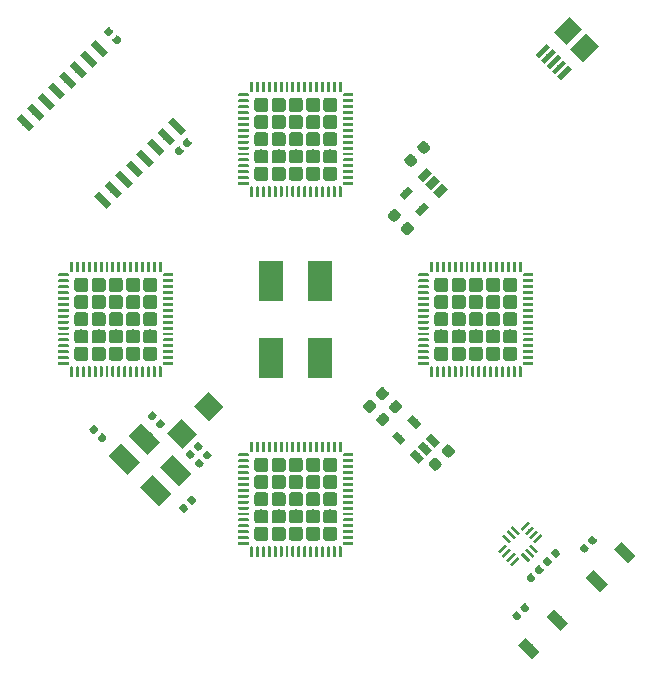
<source format=gbr>
G04 #@! TF.GenerationSoftware,KiCad,Pcbnew,5.0.2-bee76a0~70~ubuntu16.04.1*
G04 #@! TF.CreationDate,2019-08-03T19:39:48+03:00*
G04 #@! TF.ProjectId,FreeEEG32-alpha1.5,46726565-4545-4473-9332-2d616c706861,rev?*
G04 #@! TF.SameCoordinates,Original*
G04 #@! TF.FileFunction,Paste,Top*
G04 #@! TF.FilePolarity,Positive*
%FSLAX46Y46*%
G04 Gerber Fmt 4.6, Leading zero omitted, Abs format (unit mm)*
G04 Created by KiCad (PCBNEW 5.0.2-bee76a0~70~ubuntu16.04.1) date Сб 03 авг 2019 19:39:48*
%MOMM*%
%LPD*%
G01*
G04 APERTURE LIST*
%ADD10R,2.000000X3.500000*%
%ADD11C,0.900000*%
%ADD12C,0.100000*%
%ADD13C,1.750000*%
%ADD14C,1.500000*%
%ADD15C,0.400000*%
%ADD16C,0.250000*%
%ADD17C,1.180000*%
%ADD18C,0.600000*%
%ADD19C,0.590000*%
%ADD20C,0.875000*%
%ADD21C,0.650000*%
G04 APERTURE END LIST*
D10*
G04 #@! TO.C,U8*
X152062911Y-103286647D03*
X152062911Y-96786647D03*
X147862911Y-96786647D03*
X147862911Y-103286647D03*
G04 #@! TD*
D11*
G04 #@! TO.C,SW1*
X172157082Y-125467918D03*
D12*
G36*
X171874239Y-124548679D02*
X173076321Y-125750761D01*
X172439925Y-126387157D01*
X171237843Y-125185075D01*
X171874239Y-124548679D01*
X171874239Y-124548679D01*
G37*
D11*
X169752918Y-127872082D03*
D12*
G36*
X169470075Y-126952843D02*
X170672157Y-128154925D01*
X170035761Y-128791321D01*
X168833679Y-127589239D01*
X169470075Y-126952843D01*
X169470075Y-126952843D01*
G37*
G04 #@! TD*
D13*
G04 #@! TO.C,Y1*
X140361302Y-109689498D03*
D12*
G36*
X140343624Y-108434383D02*
X141616417Y-109707176D01*
X140378980Y-110944613D01*
X139106187Y-109671820D01*
X140343624Y-108434383D01*
X140343624Y-108434383D01*
G37*
D13*
X142659400Y-107391400D03*
D12*
G36*
X142641722Y-106136285D02*
X143914515Y-107409078D01*
X142677078Y-108646515D01*
X141404285Y-107373722D01*
X142641722Y-106136285D01*
X142641722Y-106136285D01*
G37*
G04 #@! TD*
D14*
G04 #@! TO.C,J37*
X174442151Y-76990806D03*
D12*
G36*
X175644233Y-76849385D02*
X174300730Y-78192888D01*
X173240069Y-77132227D01*
X174583572Y-75788724D01*
X175644233Y-76849385D01*
X175644233Y-76849385D01*
G37*
D15*
X171825856Y-78192888D03*
D12*
G36*
X172444574Y-77857012D02*
X171489980Y-78811606D01*
X171207138Y-78528764D01*
X172161732Y-77574170D01*
X172444574Y-77857012D01*
X172444574Y-77857012D01*
G37*
D15*
X171366237Y-77733268D03*
D12*
G36*
X171984955Y-77397392D02*
X171030361Y-78351986D01*
X170747519Y-78069144D01*
X171702113Y-77114550D01*
X171984955Y-77397392D01*
X171984955Y-77397392D01*
G37*
D15*
X170906618Y-77273649D03*
D12*
G36*
X171525336Y-76937773D02*
X170570742Y-77892367D01*
X170287900Y-77609525D01*
X171242494Y-76654931D01*
X171525336Y-76937773D01*
X171525336Y-76937773D01*
G37*
D15*
X172745095Y-79112126D03*
D12*
G36*
X173363813Y-78776250D02*
X172409219Y-79730844D01*
X172126377Y-79448002D01*
X173080971Y-78493408D01*
X173363813Y-78776250D01*
X173363813Y-78776250D01*
G37*
D15*
X172285476Y-78652507D03*
D12*
G36*
X172904194Y-78316631D02*
X171949600Y-79271225D01*
X171666758Y-78988383D01*
X172621352Y-78033789D01*
X172904194Y-78316631D01*
X172904194Y-78316631D01*
G37*
D14*
X173027938Y-75576593D03*
D12*
G36*
X174230020Y-75435172D02*
X172886517Y-76778675D01*
X171825856Y-75718014D01*
X173169359Y-74374511D01*
X174230020Y-75435172D01*
X174230020Y-75435172D01*
G37*
G04 #@! TD*
G04 #@! TO.C,U1*
G36*
X170058626Y-96125301D02*
X170064693Y-96126201D01*
X170070643Y-96127691D01*
X170076418Y-96129758D01*
X170081962Y-96132380D01*
X170087223Y-96135533D01*
X170092150Y-96139187D01*
X170096694Y-96143306D01*
X170100813Y-96147850D01*
X170104467Y-96152777D01*
X170107620Y-96158038D01*
X170110242Y-96163582D01*
X170112309Y-96169357D01*
X170113799Y-96175307D01*
X170114699Y-96181374D01*
X170115000Y-96187500D01*
X170115000Y-96312500D01*
X170114699Y-96318626D01*
X170113799Y-96324693D01*
X170112309Y-96330643D01*
X170110242Y-96336418D01*
X170107620Y-96341962D01*
X170104467Y-96347223D01*
X170100813Y-96352150D01*
X170096694Y-96356694D01*
X170092150Y-96360813D01*
X170087223Y-96364467D01*
X170081962Y-96367620D01*
X170076418Y-96370242D01*
X170070643Y-96372309D01*
X170064693Y-96373799D01*
X170058626Y-96374699D01*
X170052500Y-96375000D01*
X169302500Y-96375000D01*
X169296374Y-96374699D01*
X169290307Y-96373799D01*
X169284357Y-96372309D01*
X169278582Y-96370242D01*
X169273038Y-96367620D01*
X169267777Y-96364467D01*
X169262850Y-96360813D01*
X169258306Y-96356694D01*
X169254187Y-96352150D01*
X169250533Y-96347223D01*
X169247380Y-96341962D01*
X169244758Y-96336418D01*
X169242691Y-96330643D01*
X169241201Y-96324693D01*
X169240301Y-96318626D01*
X169240000Y-96312500D01*
X169240000Y-96187500D01*
X169240301Y-96181374D01*
X169241201Y-96175307D01*
X169242691Y-96169357D01*
X169244758Y-96163582D01*
X169247380Y-96158038D01*
X169250533Y-96152777D01*
X169254187Y-96147850D01*
X169258306Y-96143306D01*
X169262850Y-96139187D01*
X169267777Y-96135533D01*
X169273038Y-96132380D01*
X169278582Y-96129758D01*
X169284357Y-96127691D01*
X169290307Y-96126201D01*
X169296374Y-96125301D01*
X169302500Y-96125000D01*
X170052500Y-96125000D01*
X170058626Y-96125301D01*
X170058626Y-96125301D01*
G37*
D16*
X169677500Y-96250000D03*
D12*
G36*
X170058626Y-96625301D02*
X170064693Y-96626201D01*
X170070643Y-96627691D01*
X170076418Y-96629758D01*
X170081962Y-96632380D01*
X170087223Y-96635533D01*
X170092150Y-96639187D01*
X170096694Y-96643306D01*
X170100813Y-96647850D01*
X170104467Y-96652777D01*
X170107620Y-96658038D01*
X170110242Y-96663582D01*
X170112309Y-96669357D01*
X170113799Y-96675307D01*
X170114699Y-96681374D01*
X170115000Y-96687500D01*
X170115000Y-96812500D01*
X170114699Y-96818626D01*
X170113799Y-96824693D01*
X170112309Y-96830643D01*
X170110242Y-96836418D01*
X170107620Y-96841962D01*
X170104467Y-96847223D01*
X170100813Y-96852150D01*
X170096694Y-96856694D01*
X170092150Y-96860813D01*
X170087223Y-96864467D01*
X170081962Y-96867620D01*
X170076418Y-96870242D01*
X170070643Y-96872309D01*
X170064693Y-96873799D01*
X170058626Y-96874699D01*
X170052500Y-96875000D01*
X169302500Y-96875000D01*
X169296374Y-96874699D01*
X169290307Y-96873799D01*
X169284357Y-96872309D01*
X169278582Y-96870242D01*
X169273038Y-96867620D01*
X169267777Y-96864467D01*
X169262850Y-96860813D01*
X169258306Y-96856694D01*
X169254187Y-96852150D01*
X169250533Y-96847223D01*
X169247380Y-96841962D01*
X169244758Y-96836418D01*
X169242691Y-96830643D01*
X169241201Y-96824693D01*
X169240301Y-96818626D01*
X169240000Y-96812500D01*
X169240000Y-96687500D01*
X169240301Y-96681374D01*
X169241201Y-96675307D01*
X169242691Y-96669357D01*
X169244758Y-96663582D01*
X169247380Y-96658038D01*
X169250533Y-96652777D01*
X169254187Y-96647850D01*
X169258306Y-96643306D01*
X169262850Y-96639187D01*
X169267777Y-96635533D01*
X169273038Y-96632380D01*
X169278582Y-96629758D01*
X169284357Y-96627691D01*
X169290307Y-96626201D01*
X169296374Y-96625301D01*
X169302500Y-96625000D01*
X170052500Y-96625000D01*
X170058626Y-96625301D01*
X170058626Y-96625301D01*
G37*
D16*
X169677500Y-96750000D03*
D12*
G36*
X170058626Y-97125301D02*
X170064693Y-97126201D01*
X170070643Y-97127691D01*
X170076418Y-97129758D01*
X170081962Y-97132380D01*
X170087223Y-97135533D01*
X170092150Y-97139187D01*
X170096694Y-97143306D01*
X170100813Y-97147850D01*
X170104467Y-97152777D01*
X170107620Y-97158038D01*
X170110242Y-97163582D01*
X170112309Y-97169357D01*
X170113799Y-97175307D01*
X170114699Y-97181374D01*
X170115000Y-97187500D01*
X170115000Y-97312500D01*
X170114699Y-97318626D01*
X170113799Y-97324693D01*
X170112309Y-97330643D01*
X170110242Y-97336418D01*
X170107620Y-97341962D01*
X170104467Y-97347223D01*
X170100813Y-97352150D01*
X170096694Y-97356694D01*
X170092150Y-97360813D01*
X170087223Y-97364467D01*
X170081962Y-97367620D01*
X170076418Y-97370242D01*
X170070643Y-97372309D01*
X170064693Y-97373799D01*
X170058626Y-97374699D01*
X170052500Y-97375000D01*
X169302500Y-97375000D01*
X169296374Y-97374699D01*
X169290307Y-97373799D01*
X169284357Y-97372309D01*
X169278582Y-97370242D01*
X169273038Y-97367620D01*
X169267777Y-97364467D01*
X169262850Y-97360813D01*
X169258306Y-97356694D01*
X169254187Y-97352150D01*
X169250533Y-97347223D01*
X169247380Y-97341962D01*
X169244758Y-97336418D01*
X169242691Y-97330643D01*
X169241201Y-97324693D01*
X169240301Y-97318626D01*
X169240000Y-97312500D01*
X169240000Y-97187500D01*
X169240301Y-97181374D01*
X169241201Y-97175307D01*
X169242691Y-97169357D01*
X169244758Y-97163582D01*
X169247380Y-97158038D01*
X169250533Y-97152777D01*
X169254187Y-97147850D01*
X169258306Y-97143306D01*
X169262850Y-97139187D01*
X169267777Y-97135533D01*
X169273038Y-97132380D01*
X169278582Y-97129758D01*
X169284357Y-97127691D01*
X169290307Y-97126201D01*
X169296374Y-97125301D01*
X169302500Y-97125000D01*
X170052500Y-97125000D01*
X170058626Y-97125301D01*
X170058626Y-97125301D01*
G37*
D16*
X169677500Y-97250000D03*
D12*
G36*
X170058626Y-97625301D02*
X170064693Y-97626201D01*
X170070643Y-97627691D01*
X170076418Y-97629758D01*
X170081962Y-97632380D01*
X170087223Y-97635533D01*
X170092150Y-97639187D01*
X170096694Y-97643306D01*
X170100813Y-97647850D01*
X170104467Y-97652777D01*
X170107620Y-97658038D01*
X170110242Y-97663582D01*
X170112309Y-97669357D01*
X170113799Y-97675307D01*
X170114699Y-97681374D01*
X170115000Y-97687500D01*
X170115000Y-97812500D01*
X170114699Y-97818626D01*
X170113799Y-97824693D01*
X170112309Y-97830643D01*
X170110242Y-97836418D01*
X170107620Y-97841962D01*
X170104467Y-97847223D01*
X170100813Y-97852150D01*
X170096694Y-97856694D01*
X170092150Y-97860813D01*
X170087223Y-97864467D01*
X170081962Y-97867620D01*
X170076418Y-97870242D01*
X170070643Y-97872309D01*
X170064693Y-97873799D01*
X170058626Y-97874699D01*
X170052500Y-97875000D01*
X169302500Y-97875000D01*
X169296374Y-97874699D01*
X169290307Y-97873799D01*
X169284357Y-97872309D01*
X169278582Y-97870242D01*
X169273038Y-97867620D01*
X169267777Y-97864467D01*
X169262850Y-97860813D01*
X169258306Y-97856694D01*
X169254187Y-97852150D01*
X169250533Y-97847223D01*
X169247380Y-97841962D01*
X169244758Y-97836418D01*
X169242691Y-97830643D01*
X169241201Y-97824693D01*
X169240301Y-97818626D01*
X169240000Y-97812500D01*
X169240000Y-97687500D01*
X169240301Y-97681374D01*
X169241201Y-97675307D01*
X169242691Y-97669357D01*
X169244758Y-97663582D01*
X169247380Y-97658038D01*
X169250533Y-97652777D01*
X169254187Y-97647850D01*
X169258306Y-97643306D01*
X169262850Y-97639187D01*
X169267777Y-97635533D01*
X169273038Y-97632380D01*
X169278582Y-97629758D01*
X169284357Y-97627691D01*
X169290307Y-97626201D01*
X169296374Y-97625301D01*
X169302500Y-97625000D01*
X170052500Y-97625000D01*
X170058626Y-97625301D01*
X170058626Y-97625301D01*
G37*
D16*
X169677500Y-97750000D03*
D12*
G36*
X170058626Y-98125301D02*
X170064693Y-98126201D01*
X170070643Y-98127691D01*
X170076418Y-98129758D01*
X170081962Y-98132380D01*
X170087223Y-98135533D01*
X170092150Y-98139187D01*
X170096694Y-98143306D01*
X170100813Y-98147850D01*
X170104467Y-98152777D01*
X170107620Y-98158038D01*
X170110242Y-98163582D01*
X170112309Y-98169357D01*
X170113799Y-98175307D01*
X170114699Y-98181374D01*
X170115000Y-98187500D01*
X170115000Y-98312500D01*
X170114699Y-98318626D01*
X170113799Y-98324693D01*
X170112309Y-98330643D01*
X170110242Y-98336418D01*
X170107620Y-98341962D01*
X170104467Y-98347223D01*
X170100813Y-98352150D01*
X170096694Y-98356694D01*
X170092150Y-98360813D01*
X170087223Y-98364467D01*
X170081962Y-98367620D01*
X170076418Y-98370242D01*
X170070643Y-98372309D01*
X170064693Y-98373799D01*
X170058626Y-98374699D01*
X170052500Y-98375000D01*
X169302500Y-98375000D01*
X169296374Y-98374699D01*
X169290307Y-98373799D01*
X169284357Y-98372309D01*
X169278582Y-98370242D01*
X169273038Y-98367620D01*
X169267777Y-98364467D01*
X169262850Y-98360813D01*
X169258306Y-98356694D01*
X169254187Y-98352150D01*
X169250533Y-98347223D01*
X169247380Y-98341962D01*
X169244758Y-98336418D01*
X169242691Y-98330643D01*
X169241201Y-98324693D01*
X169240301Y-98318626D01*
X169240000Y-98312500D01*
X169240000Y-98187500D01*
X169240301Y-98181374D01*
X169241201Y-98175307D01*
X169242691Y-98169357D01*
X169244758Y-98163582D01*
X169247380Y-98158038D01*
X169250533Y-98152777D01*
X169254187Y-98147850D01*
X169258306Y-98143306D01*
X169262850Y-98139187D01*
X169267777Y-98135533D01*
X169273038Y-98132380D01*
X169278582Y-98129758D01*
X169284357Y-98127691D01*
X169290307Y-98126201D01*
X169296374Y-98125301D01*
X169302500Y-98125000D01*
X170052500Y-98125000D01*
X170058626Y-98125301D01*
X170058626Y-98125301D01*
G37*
D16*
X169677500Y-98250000D03*
D12*
G36*
X170058626Y-98625301D02*
X170064693Y-98626201D01*
X170070643Y-98627691D01*
X170076418Y-98629758D01*
X170081962Y-98632380D01*
X170087223Y-98635533D01*
X170092150Y-98639187D01*
X170096694Y-98643306D01*
X170100813Y-98647850D01*
X170104467Y-98652777D01*
X170107620Y-98658038D01*
X170110242Y-98663582D01*
X170112309Y-98669357D01*
X170113799Y-98675307D01*
X170114699Y-98681374D01*
X170115000Y-98687500D01*
X170115000Y-98812500D01*
X170114699Y-98818626D01*
X170113799Y-98824693D01*
X170112309Y-98830643D01*
X170110242Y-98836418D01*
X170107620Y-98841962D01*
X170104467Y-98847223D01*
X170100813Y-98852150D01*
X170096694Y-98856694D01*
X170092150Y-98860813D01*
X170087223Y-98864467D01*
X170081962Y-98867620D01*
X170076418Y-98870242D01*
X170070643Y-98872309D01*
X170064693Y-98873799D01*
X170058626Y-98874699D01*
X170052500Y-98875000D01*
X169302500Y-98875000D01*
X169296374Y-98874699D01*
X169290307Y-98873799D01*
X169284357Y-98872309D01*
X169278582Y-98870242D01*
X169273038Y-98867620D01*
X169267777Y-98864467D01*
X169262850Y-98860813D01*
X169258306Y-98856694D01*
X169254187Y-98852150D01*
X169250533Y-98847223D01*
X169247380Y-98841962D01*
X169244758Y-98836418D01*
X169242691Y-98830643D01*
X169241201Y-98824693D01*
X169240301Y-98818626D01*
X169240000Y-98812500D01*
X169240000Y-98687500D01*
X169240301Y-98681374D01*
X169241201Y-98675307D01*
X169242691Y-98669357D01*
X169244758Y-98663582D01*
X169247380Y-98658038D01*
X169250533Y-98652777D01*
X169254187Y-98647850D01*
X169258306Y-98643306D01*
X169262850Y-98639187D01*
X169267777Y-98635533D01*
X169273038Y-98632380D01*
X169278582Y-98629758D01*
X169284357Y-98627691D01*
X169290307Y-98626201D01*
X169296374Y-98625301D01*
X169302500Y-98625000D01*
X170052500Y-98625000D01*
X170058626Y-98625301D01*
X170058626Y-98625301D01*
G37*
D16*
X169677500Y-98750000D03*
D12*
G36*
X170058626Y-99125301D02*
X170064693Y-99126201D01*
X170070643Y-99127691D01*
X170076418Y-99129758D01*
X170081962Y-99132380D01*
X170087223Y-99135533D01*
X170092150Y-99139187D01*
X170096694Y-99143306D01*
X170100813Y-99147850D01*
X170104467Y-99152777D01*
X170107620Y-99158038D01*
X170110242Y-99163582D01*
X170112309Y-99169357D01*
X170113799Y-99175307D01*
X170114699Y-99181374D01*
X170115000Y-99187500D01*
X170115000Y-99312500D01*
X170114699Y-99318626D01*
X170113799Y-99324693D01*
X170112309Y-99330643D01*
X170110242Y-99336418D01*
X170107620Y-99341962D01*
X170104467Y-99347223D01*
X170100813Y-99352150D01*
X170096694Y-99356694D01*
X170092150Y-99360813D01*
X170087223Y-99364467D01*
X170081962Y-99367620D01*
X170076418Y-99370242D01*
X170070643Y-99372309D01*
X170064693Y-99373799D01*
X170058626Y-99374699D01*
X170052500Y-99375000D01*
X169302500Y-99375000D01*
X169296374Y-99374699D01*
X169290307Y-99373799D01*
X169284357Y-99372309D01*
X169278582Y-99370242D01*
X169273038Y-99367620D01*
X169267777Y-99364467D01*
X169262850Y-99360813D01*
X169258306Y-99356694D01*
X169254187Y-99352150D01*
X169250533Y-99347223D01*
X169247380Y-99341962D01*
X169244758Y-99336418D01*
X169242691Y-99330643D01*
X169241201Y-99324693D01*
X169240301Y-99318626D01*
X169240000Y-99312500D01*
X169240000Y-99187500D01*
X169240301Y-99181374D01*
X169241201Y-99175307D01*
X169242691Y-99169357D01*
X169244758Y-99163582D01*
X169247380Y-99158038D01*
X169250533Y-99152777D01*
X169254187Y-99147850D01*
X169258306Y-99143306D01*
X169262850Y-99139187D01*
X169267777Y-99135533D01*
X169273038Y-99132380D01*
X169278582Y-99129758D01*
X169284357Y-99127691D01*
X169290307Y-99126201D01*
X169296374Y-99125301D01*
X169302500Y-99125000D01*
X170052500Y-99125000D01*
X170058626Y-99125301D01*
X170058626Y-99125301D01*
G37*
D16*
X169677500Y-99250000D03*
D12*
G36*
X170058626Y-99625301D02*
X170064693Y-99626201D01*
X170070643Y-99627691D01*
X170076418Y-99629758D01*
X170081962Y-99632380D01*
X170087223Y-99635533D01*
X170092150Y-99639187D01*
X170096694Y-99643306D01*
X170100813Y-99647850D01*
X170104467Y-99652777D01*
X170107620Y-99658038D01*
X170110242Y-99663582D01*
X170112309Y-99669357D01*
X170113799Y-99675307D01*
X170114699Y-99681374D01*
X170115000Y-99687500D01*
X170115000Y-99812500D01*
X170114699Y-99818626D01*
X170113799Y-99824693D01*
X170112309Y-99830643D01*
X170110242Y-99836418D01*
X170107620Y-99841962D01*
X170104467Y-99847223D01*
X170100813Y-99852150D01*
X170096694Y-99856694D01*
X170092150Y-99860813D01*
X170087223Y-99864467D01*
X170081962Y-99867620D01*
X170076418Y-99870242D01*
X170070643Y-99872309D01*
X170064693Y-99873799D01*
X170058626Y-99874699D01*
X170052500Y-99875000D01*
X169302500Y-99875000D01*
X169296374Y-99874699D01*
X169290307Y-99873799D01*
X169284357Y-99872309D01*
X169278582Y-99870242D01*
X169273038Y-99867620D01*
X169267777Y-99864467D01*
X169262850Y-99860813D01*
X169258306Y-99856694D01*
X169254187Y-99852150D01*
X169250533Y-99847223D01*
X169247380Y-99841962D01*
X169244758Y-99836418D01*
X169242691Y-99830643D01*
X169241201Y-99824693D01*
X169240301Y-99818626D01*
X169240000Y-99812500D01*
X169240000Y-99687500D01*
X169240301Y-99681374D01*
X169241201Y-99675307D01*
X169242691Y-99669357D01*
X169244758Y-99663582D01*
X169247380Y-99658038D01*
X169250533Y-99652777D01*
X169254187Y-99647850D01*
X169258306Y-99643306D01*
X169262850Y-99639187D01*
X169267777Y-99635533D01*
X169273038Y-99632380D01*
X169278582Y-99629758D01*
X169284357Y-99627691D01*
X169290307Y-99626201D01*
X169296374Y-99625301D01*
X169302500Y-99625000D01*
X170052500Y-99625000D01*
X170058626Y-99625301D01*
X170058626Y-99625301D01*
G37*
D16*
X169677500Y-99750000D03*
D12*
G36*
X170058626Y-100125301D02*
X170064693Y-100126201D01*
X170070643Y-100127691D01*
X170076418Y-100129758D01*
X170081962Y-100132380D01*
X170087223Y-100135533D01*
X170092150Y-100139187D01*
X170096694Y-100143306D01*
X170100813Y-100147850D01*
X170104467Y-100152777D01*
X170107620Y-100158038D01*
X170110242Y-100163582D01*
X170112309Y-100169357D01*
X170113799Y-100175307D01*
X170114699Y-100181374D01*
X170115000Y-100187500D01*
X170115000Y-100312500D01*
X170114699Y-100318626D01*
X170113799Y-100324693D01*
X170112309Y-100330643D01*
X170110242Y-100336418D01*
X170107620Y-100341962D01*
X170104467Y-100347223D01*
X170100813Y-100352150D01*
X170096694Y-100356694D01*
X170092150Y-100360813D01*
X170087223Y-100364467D01*
X170081962Y-100367620D01*
X170076418Y-100370242D01*
X170070643Y-100372309D01*
X170064693Y-100373799D01*
X170058626Y-100374699D01*
X170052500Y-100375000D01*
X169302500Y-100375000D01*
X169296374Y-100374699D01*
X169290307Y-100373799D01*
X169284357Y-100372309D01*
X169278582Y-100370242D01*
X169273038Y-100367620D01*
X169267777Y-100364467D01*
X169262850Y-100360813D01*
X169258306Y-100356694D01*
X169254187Y-100352150D01*
X169250533Y-100347223D01*
X169247380Y-100341962D01*
X169244758Y-100336418D01*
X169242691Y-100330643D01*
X169241201Y-100324693D01*
X169240301Y-100318626D01*
X169240000Y-100312500D01*
X169240000Y-100187500D01*
X169240301Y-100181374D01*
X169241201Y-100175307D01*
X169242691Y-100169357D01*
X169244758Y-100163582D01*
X169247380Y-100158038D01*
X169250533Y-100152777D01*
X169254187Y-100147850D01*
X169258306Y-100143306D01*
X169262850Y-100139187D01*
X169267777Y-100135533D01*
X169273038Y-100132380D01*
X169278582Y-100129758D01*
X169284357Y-100127691D01*
X169290307Y-100126201D01*
X169296374Y-100125301D01*
X169302500Y-100125000D01*
X170052500Y-100125000D01*
X170058626Y-100125301D01*
X170058626Y-100125301D01*
G37*
D16*
X169677500Y-100250000D03*
D12*
G36*
X170058626Y-100625301D02*
X170064693Y-100626201D01*
X170070643Y-100627691D01*
X170076418Y-100629758D01*
X170081962Y-100632380D01*
X170087223Y-100635533D01*
X170092150Y-100639187D01*
X170096694Y-100643306D01*
X170100813Y-100647850D01*
X170104467Y-100652777D01*
X170107620Y-100658038D01*
X170110242Y-100663582D01*
X170112309Y-100669357D01*
X170113799Y-100675307D01*
X170114699Y-100681374D01*
X170115000Y-100687500D01*
X170115000Y-100812500D01*
X170114699Y-100818626D01*
X170113799Y-100824693D01*
X170112309Y-100830643D01*
X170110242Y-100836418D01*
X170107620Y-100841962D01*
X170104467Y-100847223D01*
X170100813Y-100852150D01*
X170096694Y-100856694D01*
X170092150Y-100860813D01*
X170087223Y-100864467D01*
X170081962Y-100867620D01*
X170076418Y-100870242D01*
X170070643Y-100872309D01*
X170064693Y-100873799D01*
X170058626Y-100874699D01*
X170052500Y-100875000D01*
X169302500Y-100875000D01*
X169296374Y-100874699D01*
X169290307Y-100873799D01*
X169284357Y-100872309D01*
X169278582Y-100870242D01*
X169273038Y-100867620D01*
X169267777Y-100864467D01*
X169262850Y-100860813D01*
X169258306Y-100856694D01*
X169254187Y-100852150D01*
X169250533Y-100847223D01*
X169247380Y-100841962D01*
X169244758Y-100836418D01*
X169242691Y-100830643D01*
X169241201Y-100824693D01*
X169240301Y-100818626D01*
X169240000Y-100812500D01*
X169240000Y-100687500D01*
X169240301Y-100681374D01*
X169241201Y-100675307D01*
X169242691Y-100669357D01*
X169244758Y-100663582D01*
X169247380Y-100658038D01*
X169250533Y-100652777D01*
X169254187Y-100647850D01*
X169258306Y-100643306D01*
X169262850Y-100639187D01*
X169267777Y-100635533D01*
X169273038Y-100632380D01*
X169278582Y-100629758D01*
X169284357Y-100627691D01*
X169290307Y-100626201D01*
X169296374Y-100625301D01*
X169302500Y-100625000D01*
X170052500Y-100625000D01*
X170058626Y-100625301D01*
X170058626Y-100625301D01*
G37*
D16*
X169677500Y-100750000D03*
D12*
G36*
X170058626Y-101125301D02*
X170064693Y-101126201D01*
X170070643Y-101127691D01*
X170076418Y-101129758D01*
X170081962Y-101132380D01*
X170087223Y-101135533D01*
X170092150Y-101139187D01*
X170096694Y-101143306D01*
X170100813Y-101147850D01*
X170104467Y-101152777D01*
X170107620Y-101158038D01*
X170110242Y-101163582D01*
X170112309Y-101169357D01*
X170113799Y-101175307D01*
X170114699Y-101181374D01*
X170115000Y-101187500D01*
X170115000Y-101312500D01*
X170114699Y-101318626D01*
X170113799Y-101324693D01*
X170112309Y-101330643D01*
X170110242Y-101336418D01*
X170107620Y-101341962D01*
X170104467Y-101347223D01*
X170100813Y-101352150D01*
X170096694Y-101356694D01*
X170092150Y-101360813D01*
X170087223Y-101364467D01*
X170081962Y-101367620D01*
X170076418Y-101370242D01*
X170070643Y-101372309D01*
X170064693Y-101373799D01*
X170058626Y-101374699D01*
X170052500Y-101375000D01*
X169302500Y-101375000D01*
X169296374Y-101374699D01*
X169290307Y-101373799D01*
X169284357Y-101372309D01*
X169278582Y-101370242D01*
X169273038Y-101367620D01*
X169267777Y-101364467D01*
X169262850Y-101360813D01*
X169258306Y-101356694D01*
X169254187Y-101352150D01*
X169250533Y-101347223D01*
X169247380Y-101341962D01*
X169244758Y-101336418D01*
X169242691Y-101330643D01*
X169241201Y-101324693D01*
X169240301Y-101318626D01*
X169240000Y-101312500D01*
X169240000Y-101187500D01*
X169240301Y-101181374D01*
X169241201Y-101175307D01*
X169242691Y-101169357D01*
X169244758Y-101163582D01*
X169247380Y-101158038D01*
X169250533Y-101152777D01*
X169254187Y-101147850D01*
X169258306Y-101143306D01*
X169262850Y-101139187D01*
X169267777Y-101135533D01*
X169273038Y-101132380D01*
X169278582Y-101129758D01*
X169284357Y-101127691D01*
X169290307Y-101126201D01*
X169296374Y-101125301D01*
X169302500Y-101125000D01*
X170052500Y-101125000D01*
X170058626Y-101125301D01*
X170058626Y-101125301D01*
G37*
D16*
X169677500Y-101250000D03*
D12*
G36*
X170058626Y-101625301D02*
X170064693Y-101626201D01*
X170070643Y-101627691D01*
X170076418Y-101629758D01*
X170081962Y-101632380D01*
X170087223Y-101635533D01*
X170092150Y-101639187D01*
X170096694Y-101643306D01*
X170100813Y-101647850D01*
X170104467Y-101652777D01*
X170107620Y-101658038D01*
X170110242Y-101663582D01*
X170112309Y-101669357D01*
X170113799Y-101675307D01*
X170114699Y-101681374D01*
X170115000Y-101687500D01*
X170115000Y-101812500D01*
X170114699Y-101818626D01*
X170113799Y-101824693D01*
X170112309Y-101830643D01*
X170110242Y-101836418D01*
X170107620Y-101841962D01*
X170104467Y-101847223D01*
X170100813Y-101852150D01*
X170096694Y-101856694D01*
X170092150Y-101860813D01*
X170087223Y-101864467D01*
X170081962Y-101867620D01*
X170076418Y-101870242D01*
X170070643Y-101872309D01*
X170064693Y-101873799D01*
X170058626Y-101874699D01*
X170052500Y-101875000D01*
X169302500Y-101875000D01*
X169296374Y-101874699D01*
X169290307Y-101873799D01*
X169284357Y-101872309D01*
X169278582Y-101870242D01*
X169273038Y-101867620D01*
X169267777Y-101864467D01*
X169262850Y-101860813D01*
X169258306Y-101856694D01*
X169254187Y-101852150D01*
X169250533Y-101847223D01*
X169247380Y-101841962D01*
X169244758Y-101836418D01*
X169242691Y-101830643D01*
X169241201Y-101824693D01*
X169240301Y-101818626D01*
X169240000Y-101812500D01*
X169240000Y-101687500D01*
X169240301Y-101681374D01*
X169241201Y-101675307D01*
X169242691Y-101669357D01*
X169244758Y-101663582D01*
X169247380Y-101658038D01*
X169250533Y-101652777D01*
X169254187Y-101647850D01*
X169258306Y-101643306D01*
X169262850Y-101639187D01*
X169267777Y-101635533D01*
X169273038Y-101632380D01*
X169278582Y-101629758D01*
X169284357Y-101627691D01*
X169290307Y-101626201D01*
X169296374Y-101625301D01*
X169302500Y-101625000D01*
X170052500Y-101625000D01*
X170058626Y-101625301D01*
X170058626Y-101625301D01*
G37*
D16*
X169677500Y-101750000D03*
D12*
G36*
X170058626Y-102125301D02*
X170064693Y-102126201D01*
X170070643Y-102127691D01*
X170076418Y-102129758D01*
X170081962Y-102132380D01*
X170087223Y-102135533D01*
X170092150Y-102139187D01*
X170096694Y-102143306D01*
X170100813Y-102147850D01*
X170104467Y-102152777D01*
X170107620Y-102158038D01*
X170110242Y-102163582D01*
X170112309Y-102169357D01*
X170113799Y-102175307D01*
X170114699Y-102181374D01*
X170115000Y-102187500D01*
X170115000Y-102312500D01*
X170114699Y-102318626D01*
X170113799Y-102324693D01*
X170112309Y-102330643D01*
X170110242Y-102336418D01*
X170107620Y-102341962D01*
X170104467Y-102347223D01*
X170100813Y-102352150D01*
X170096694Y-102356694D01*
X170092150Y-102360813D01*
X170087223Y-102364467D01*
X170081962Y-102367620D01*
X170076418Y-102370242D01*
X170070643Y-102372309D01*
X170064693Y-102373799D01*
X170058626Y-102374699D01*
X170052500Y-102375000D01*
X169302500Y-102375000D01*
X169296374Y-102374699D01*
X169290307Y-102373799D01*
X169284357Y-102372309D01*
X169278582Y-102370242D01*
X169273038Y-102367620D01*
X169267777Y-102364467D01*
X169262850Y-102360813D01*
X169258306Y-102356694D01*
X169254187Y-102352150D01*
X169250533Y-102347223D01*
X169247380Y-102341962D01*
X169244758Y-102336418D01*
X169242691Y-102330643D01*
X169241201Y-102324693D01*
X169240301Y-102318626D01*
X169240000Y-102312500D01*
X169240000Y-102187500D01*
X169240301Y-102181374D01*
X169241201Y-102175307D01*
X169242691Y-102169357D01*
X169244758Y-102163582D01*
X169247380Y-102158038D01*
X169250533Y-102152777D01*
X169254187Y-102147850D01*
X169258306Y-102143306D01*
X169262850Y-102139187D01*
X169267777Y-102135533D01*
X169273038Y-102132380D01*
X169278582Y-102129758D01*
X169284357Y-102127691D01*
X169290307Y-102126201D01*
X169296374Y-102125301D01*
X169302500Y-102125000D01*
X170052500Y-102125000D01*
X170058626Y-102125301D01*
X170058626Y-102125301D01*
G37*
D16*
X169677500Y-102250000D03*
D12*
G36*
X170058626Y-102625301D02*
X170064693Y-102626201D01*
X170070643Y-102627691D01*
X170076418Y-102629758D01*
X170081962Y-102632380D01*
X170087223Y-102635533D01*
X170092150Y-102639187D01*
X170096694Y-102643306D01*
X170100813Y-102647850D01*
X170104467Y-102652777D01*
X170107620Y-102658038D01*
X170110242Y-102663582D01*
X170112309Y-102669357D01*
X170113799Y-102675307D01*
X170114699Y-102681374D01*
X170115000Y-102687500D01*
X170115000Y-102812500D01*
X170114699Y-102818626D01*
X170113799Y-102824693D01*
X170112309Y-102830643D01*
X170110242Y-102836418D01*
X170107620Y-102841962D01*
X170104467Y-102847223D01*
X170100813Y-102852150D01*
X170096694Y-102856694D01*
X170092150Y-102860813D01*
X170087223Y-102864467D01*
X170081962Y-102867620D01*
X170076418Y-102870242D01*
X170070643Y-102872309D01*
X170064693Y-102873799D01*
X170058626Y-102874699D01*
X170052500Y-102875000D01*
X169302500Y-102875000D01*
X169296374Y-102874699D01*
X169290307Y-102873799D01*
X169284357Y-102872309D01*
X169278582Y-102870242D01*
X169273038Y-102867620D01*
X169267777Y-102864467D01*
X169262850Y-102860813D01*
X169258306Y-102856694D01*
X169254187Y-102852150D01*
X169250533Y-102847223D01*
X169247380Y-102841962D01*
X169244758Y-102836418D01*
X169242691Y-102830643D01*
X169241201Y-102824693D01*
X169240301Y-102818626D01*
X169240000Y-102812500D01*
X169240000Y-102687500D01*
X169240301Y-102681374D01*
X169241201Y-102675307D01*
X169242691Y-102669357D01*
X169244758Y-102663582D01*
X169247380Y-102658038D01*
X169250533Y-102652777D01*
X169254187Y-102647850D01*
X169258306Y-102643306D01*
X169262850Y-102639187D01*
X169267777Y-102635533D01*
X169273038Y-102632380D01*
X169278582Y-102629758D01*
X169284357Y-102627691D01*
X169290307Y-102626201D01*
X169296374Y-102625301D01*
X169302500Y-102625000D01*
X170052500Y-102625000D01*
X170058626Y-102625301D01*
X170058626Y-102625301D01*
G37*
D16*
X169677500Y-102750000D03*
D12*
G36*
X170058626Y-103125301D02*
X170064693Y-103126201D01*
X170070643Y-103127691D01*
X170076418Y-103129758D01*
X170081962Y-103132380D01*
X170087223Y-103135533D01*
X170092150Y-103139187D01*
X170096694Y-103143306D01*
X170100813Y-103147850D01*
X170104467Y-103152777D01*
X170107620Y-103158038D01*
X170110242Y-103163582D01*
X170112309Y-103169357D01*
X170113799Y-103175307D01*
X170114699Y-103181374D01*
X170115000Y-103187500D01*
X170115000Y-103312500D01*
X170114699Y-103318626D01*
X170113799Y-103324693D01*
X170112309Y-103330643D01*
X170110242Y-103336418D01*
X170107620Y-103341962D01*
X170104467Y-103347223D01*
X170100813Y-103352150D01*
X170096694Y-103356694D01*
X170092150Y-103360813D01*
X170087223Y-103364467D01*
X170081962Y-103367620D01*
X170076418Y-103370242D01*
X170070643Y-103372309D01*
X170064693Y-103373799D01*
X170058626Y-103374699D01*
X170052500Y-103375000D01*
X169302500Y-103375000D01*
X169296374Y-103374699D01*
X169290307Y-103373799D01*
X169284357Y-103372309D01*
X169278582Y-103370242D01*
X169273038Y-103367620D01*
X169267777Y-103364467D01*
X169262850Y-103360813D01*
X169258306Y-103356694D01*
X169254187Y-103352150D01*
X169250533Y-103347223D01*
X169247380Y-103341962D01*
X169244758Y-103336418D01*
X169242691Y-103330643D01*
X169241201Y-103324693D01*
X169240301Y-103318626D01*
X169240000Y-103312500D01*
X169240000Y-103187500D01*
X169240301Y-103181374D01*
X169241201Y-103175307D01*
X169242691Y-103169357D01*
X169244758Y-103163582D01*
X169247380Y-103158038D01*
X169250533Y-103152777D01*
X169254187Y-103147850D01*
X169258306Y-103143306D01*
X169262850Y-103139187D01*
X169267777Y-103135533D01*
X169273038Y-103132380D01*
X169278582Y-103129758D01*
X169284357Y-103127691D01*
X169290307Y-103126201D01*
X169296374Y-103125301D01*
X169302500Y-103125000D01*
X170052500Y-103125000D01*
X170058626Y-103125301D01*
X170058626Y-103125301D01*
G37*
D16*
X169677500Y-103250000D03*
D12*
G36*
X170058626Y-103625301D02*
X170064693Y-103626201D01*
X170070643Y-103627691D01*
X170076418Y-103629758D01*
X170081962Y-103632380D01*
X170087223Y-103635533D01*
X170092150Y-103639187D01*
X170096694Y-103643306D01*
X170100813Y-103647850D01*
X170104467Y-103652777D01*
X170107620Y-103658038D01*
X170110242Y-103663582D01*
X170112309Y-103669357D01*
X170113799Y-103675307D01*
X170114699Y-103681374D01*
X170115000Y-103687500D01*
X170115000Y-103812500D01*
X170114699Y-103818626D01*
X170113799Y-103824693D01*
X170112309Y-103830643D01*
X170110242Y-103836418D01*
X170107620Y-103841962D01*
X170104467Y-103847223D01*
X170100813Y-103852150D01*
X170096694Y-103856694D01*
X170092150Y-103860813D01*
X170087223Y-103864467D01*
X170081962Y-103867620D01*
X170076418Y-103870242D01*
X170070643Y-103872309D01*
X170064693Y-103873799D01*
X170058626Y-103874699D01*
X170052500Y-103875000D01*
X169302500Y-103875000D01*
X169296374Y-103874699D01*
X169290307Y-103873799D01*
X169284357Y-103872309D01*
X169278582Y-103870242D01*
X169273038Y-103867620D01*
X169267777Y-103864467D01*
X169262850Y-103860813D01*
X169258306Y-103856694D01*
X169254187Y-103852150D01*
X169250533Y-103847223D01*
X169247380Y-103841962D01*
X169244758Y-103836418D01*
X169242691Y-103830643D01*
X169241201Y-103824693D01*
X169240301Y-103818626D01*
X169240000Y-103812500D01*
X169240000Y-103687500D01*
X169240301Y-103681374D01*
X169241201Y-103675307D01*
X169242691Y-103669357D01*
X169244758Y-103663582D01*
X169247380Y-103658038D01*
X169250533Y-103652777D01*
X169254187Y-103647850D01*
X169258306Y-103643306D01*
X169262850Y-103639187D01*
X169267777Y-103635533D01*
X169273038Y-103632380D01*
X169278582Y-103629758D01*
X169284357Y-103627691D01*
X169290307Y-103626201D01*
X169296374Y-103625301D01*
X169302500Y-103625000D01*
X170052500Y-103625000D01*
X170058626Y-103625301D01*
X170058626Y-103625301D01*
G37*
D16*
X169677500Y-103750000D03*
D12*
G36*
X169058626Y-104000301D02*
X169064693Y-104001201D01*
X169070643Y-104002691D01*
X169076418Y-104004758D01*
X169081962Y-104007380D01*
X169087223Y-104010533D01*
X169092150Y-104014187D01*
X169096694Y-104018306D01*
X169100813Y-104022850D01*
X169104467Y-104027777D01*
X169107620Y-104033038D01*
X169110242Y-104038582D01*
X169112309Y-104044357D01*
X169113799Y-104050307D01*
X169114699Y-104056374D01*
X169115000Y-104062500D01*
X169115000Y-104812500D01*
X169114699Y-104818626D01*
X169113799Y-104824693D01*
X169112309Y-104830643D01*
X169110242Y-104836418D01*
X169107620Y-104841962D01*
X169104467Y-104847223D01*
X169100813Y-104852150D01*
X169096694Y-104856694D01*
X169092150Y-104860813D01*
X169087223Y-104864467D01*
X169081962Y-104867620D01*
X169076418Y-104870242D01*
X169070643Y-104872309D01*
X169064693Y-104873799D01*
X169058626Y-104874699D01*
X169052500Y-104875000D01*
X168927500Y-104875000D01*
X168921374Y-104874699D01*
X168915307Y-104873799D01*
X168909357Y-104872309D01*
X168903582Y-104870242D01*
X168898038Y-104867620D01*
X168892777Y-104864467D01*
X168887850Y-104860813D01*
X168883306Y-104856694D01*
X168879187Y-104852150D01*
X168875533Y-104847223D01*
X168872380Y-104841962D01*
X168869758Y-104836418D01*
X168867691Y-104830643D01*
X168866201Y-104824693D01*
X168865301Y-104818626D01*
X168865000Y-104812500D01*
X168865000Y-104062500D01*
X168865301Y-104056374D01*
X168866201Y-104050307D01*
X168867691Y-104044357D01*
X168869758Y-104038582D01*
X168872380Y-104033038D01*
X168875533Y-104027777D01*
X168879187Y-104022850D01*
X168883306Y-104018306D01*
X168887850Y-104014187D01*
X168892777Y-104010533D01*
X168898038Y-104007380D01*
X168903582Y-104004758D01*
X168909357Y-104002691D01*
X168915307Y-104001201D01*
X168921374Y-104000301D01*
X168927500Y-104000000D01*
X169052500Y-104000000D01*
X169058626Y-104000301D01*
X169058626Y-104000301D01*
G37*
D16*
X168990000Y-104437500D03*
D12*
G36*
X168558626Y-104000301D02*
X168564693Y-104001201D01*
X168570643Y-104002691D01*
X168576418Y-104004758D01*
X168581962Y-104007380D01*
X168587223Y-104010533D01*
X168592150Y-104014187D01*
X168596694Y-104018306D01*
X168600813Y-104022850D01*
X168604467Y-104027777D01*
X168607620Y-104033038D01*
X168610242Y-104038582D01*
X168612309Y-104044357D01*
X168613799Y-104050307D01*
X168614699Y-104056374D01*
X168615000Y-104062500D01*
X168615000Y-104812500D01*
X168614699Y-104818626D01*
X168613799Y-104824693D01*
X168612309Y-104830643D01*
X168610242Y-104836418D01*
X168607620Y-104841962D01*
X168604467Y-104847223D01*
X168600813Y-104852150D01*
X168596694Y-104856694D01*
X168592150Y-104860813D01*
X168587223Y-104864467D01*
X168581962Y-104867620D01*
X168576418Y-104870242D01*
X168570643Y-104872309D01*
X168564693Y-104873799D01*
X168558626Y-104874699D01*
X168552500Y-104875000D01*
X168427500Y-104875000D01*
X168421374Y-104874699D01*
X168415307Y-104873799D01*
X168409357Y-104872309D01*
X168403582Y-104870242D01*
X168398038Y-104867620D01*
X168392777Y-104864467D01*
X168387850Y-104860813D01*
X168383306Y-104856694D01*
X168379187Y-104852150D01*
X168375533Y-104847223D01*
X168372380Y-104841962D01*
X168369758Y-104836418D01*
X168367691Y-104830643D01*
X168366201Y-104824693D01*
X168365301Y-104818626D01*
X168365000Y-104812500D01*
X168365000Y-104062500D01*
X168365301Y-104056374D01*
X168366201Y-104050307D01*
X168367691Y-104044357D01*
X168369758Y-104038582D01*
X168372380Y-104033038D01*
X168375533Y-104027777D01*
X168379187Y-104022850D01*
X168383306Y-104018306D01*
X168387850Y-104014187D01*
X168392777Y-104010533D01*
X168398038Y-104007380D01*
X168403582Y-104004758D01*
X168409357Y-104002691D01*
X168415307Y-104001201D01*
X168421374Y-104000301D01*
X168427500Y-104000000D01*
X168552500Y-104000000D01*
X168558626Y-104000301D01*
X168558626Y-104000301D01*
G37*
D16*
X168490000Y-104437500D03*
D12*
G36*
X168058626Y-104000301D02*
X168064693Y-104001201D01*
X168070643Y-104002691D01*
X168076418Y-104004758D01*
X168081962Y-104007380D01*
X168087223Y-104010533D01*
X168092150Y-104014187D01*
X168096694Y-104018306D01*
X168100813Y-104022850D01*
X168104467Y-104027777D01*
X168107620Y-104033038D01*
X168110242Y-104038582D01*
X168112309Y-104044357D01*
X168113799Y-104050307D01*
X168114699Y-104056374D01*
X168115000Y-104062500D01*
X168115000Y-104812500D01*
X168114699Y-104818626D01*
X168113799Y-104824693D01*
X168112309Y-104830643D01*
X168110242Y-104836418D01*
X168107620Y-104841962D01*
X168104467Y-104847223D01*
X168100813Y-104852150D01*
X168096694Y-104856694D01*
X168092150Y-104860813D01*
X168087223Y-104864467D01*
X168081962Y-104867620D01*
X168076418Y-104870242D01*
X168070643Y-104872309D01*
X168064693Y-104873799D01*
X168058626Y-104874699D01*
X168052500Y-104875000D01*
X167927500Y-104875000D01*
X167921374Y-104874699D01*
X167915307Y-104873799D01*
X167909357Y-104872309D01*
X167903582Y-104870242D01*
X167898038Y-104867620D01*
X167892777Y-104864467D01*
X167887850Y-104860813D01*
X167883306Y-104856694D01*
X167879187Y-104852150D01*
X167875533Y-104847223D01*
X167872380Y-104841962D01*
X167869758Y-104836418D01*
X167867691Y-104830643D01*
X167866201Y-104824693D01*
X167865301Y-104818626D01*
X167865000Y-104812500D01*
X167865000Y-104062500D01*
X167865301Y-104056374D01*
X167866201Y-104050307D01*
X167867691Y-104044357D01*
X167869758Y-104038582D01*
X167872380Y-104033038D01*
X167875533Y-104027777D01*
X167879187Y-104022850D01*
X167883306Y-104018306D01*
X167887850Y-104014187D01*
X167892777Y-104010533D01*
X167898038Y-104007380D01*
X167903582Y-104004758D01*
X167909357Y-104002691D01*
X167915307Y-104001201D01*
X167921374Y-104000301D01*
X167927500Y-104000000D01*
X168052500Y-104000000D01*
X168058626Y-104000301D01*
X168058626Y-104000301D01*
G37*
D16*
X167990000Y-104437500D03*
D12*
G36*
X167558626Y-104000301D02*
X167564693Y-104001201D01*
X167570643Y-104002691D01*
X167576418Y-104004758D01*
X167581962Y-104007380D01*
X167587223Y-104010533D01*
X167592150Y-104014187D01*
X167596694Y-104018306D01*
X167600813Y-104022850D01*
X167604467Y-104027777D01*
X167607620Y-104033038D01*
X167610242Y-104038582D01*
X167612309Y-104044357D01*
X167613799Y-104050307D01*
X167614699Y-104056374D01*
X167615000Y-104062500D01*
X167615000Y-104812500D01*
X167614699Y-104818626D01*
X167613799Y-104824693D01*
X167612309Y-104830643D01*
X167610242Y-104836418D01*
X167607620Y-104841962D01*
X167604467Y-104847223D01*
X167600813Y-104852150D01*
X167596694Y-104856694D01*
X167592150Y-104860813D01*
X167587223Y-104864467D01*
X167581962Y-104867620D01*
X167576418Y-104870242D01*
X167570643Y-104872309D01*
X167564693Y-104873799D01*
X167558626Y-104874699D01*
X167552500Y-104875000D01*
X167427500Y-104875000D01*
X167421374Y-104874699D01*
X167415307Y-104873799D01*
X167409357Y-104872309D01*
X167403582Y-104870242D01*
X167398038Y-104867620D01*
X167392777Y-104864467D01*
X167387850Y-104860813D01*
X167383306Y-104856694D01*
X167379187Y-104852150D01*
X167375533Y-104847223D01*
X167372380Y-104841962D01*
X167369758Y-104836418D01*
X167367691Y-104830643D01*
X167366201Y-104824693D01*
X167365301Y-104818626D01*
X167365000Y-104812500D01*
X167365000Y-104062500D01*
X167365301Y-104056374D01*
X167366201Y-104050307D01*
X167367691Y-104044357D01*
X167369758Y-104038582D01*
X167372380Y-104033038D01*
X167375533Y-104027777D01*
X167379187Y-104022850D01*
X167383306Y-104018306D01*
X167387850Y-104014187D01*
X167392777Y-104010533D01*
X167398038Y-104007380D01*
X167403582Y-104004758D01*
X167409357Y-104002691D01*
X167415307Y-104001201D01*
X167421374Y-104000301D01*
X167427500Y-104000000D01*
X167552500Y-104000000D01*
X167558626Y-104000301D01*
X167558626Y-104000301D01*
G37*
D16*
X167490000Y-104437500D03*
D12*
G36*
X167058626Y-104000301D02*
X167064693Y-104001201D01*
X167070643Y-104002691D01*
X167076418Y-104004758D01*
X167081962Y-104007380D01*
X167087223Y-104010533D01*
X167092150Y-104014187D01*
X167096694Y-104018306D01*
X167100813Y-104022850D01*
X167104467Y-104027777D01*
X167107620Y-104033038D01*
X167110242Y-104038582D01*
X167112309Y-104044357D01*
X167113799Y-104050307D01*
X167114699Y-104056374D01*
X167115000Y-104062500D01*
X167115000Y-104812500D01*
X167114699Y-104818626D01*
X167113799Y-104824693D01*
X167112309Y-104830643D01*
X167110242Y-104836418D01*
X167107620Y-104841962D01*
X167104467Y-104847223D01*
X167100813Y-104852150D01*
X167096694Y-104856694D01*
X167092150Y-104860813D01*
X167087223Y-104864467D01*
X167081962Y-104867620D01*
X167076418Y-104870242D01*
X167070643Y-104872309D01*
X167064693Y-104873799D01*
X167058626Y-104874699D01*
X167052500Y-104875000D01*
X166927500Y-104875000D01*
X166921374Y-104874699D01*
X166915307Y-104873799D01*
X166909357Y-104872309D01*
X166903582Y-104870242D01*
X166898038Y-104867620D01*
X166892777Y-104864467D01*
X166887850Y-104860813D01*
X166883306Y-104856694D01*
X166879187Y-104852150D01*
X166875533Y-104847223D01*
X166872380Y-104841962D01*
X166869758Y-104836418D01*
X166867691Y-104830643D01*
X166866201Y-104824693D01*
X166865301Y-104818626D01*
X166865000Y-104812500D01*
X166865000Y-104062500D01*
X166865301Y-104056374D01*
X166866201Y-104050307D01*
X166867691Y-104044357D01*
X166869758Y-104038582D01*
X166872380Y-104033038D01*
X166875533Y-104027777D01*
X166879187Y-104022850D01*
X166883306Y-104018306D01*
X166887850Y-104014187D01*
X166892777Y-104010533D01*
X166898038Y-104007380D01*
X166903582Y-104004758D01*
X166909357Y-104002691D01*
X166915307Y-104001201D01*
X166921374Y-104000301D01*
X166927500Y-104000000D01*
X167052500Y-104000000D01*
X167058626Y-104000301D01*
X167058626Y-104000301D01*
G37*
D16*
X166990000Y-104437500D03*
D12*
G36*
X166558626Y-104000301D02*
X166564693Y-104001201D01*
X166570643Y-104002691D01*
X166576418Y-104004758D01*
X166581962Y-104007380D01*
X166587223Y-104010533D01*
X166592150Y-104014187D01*
X166596694Y-104018306D01*
X166600813Y-104022850D01*
X166604467Y-104027777D01*
X166607620Y-104033038D01*
X166610242Y-104038582D01*
X166612309Y-104044357D01*
X166613799Y-104050307D01*
X166614699Y-104056374D01*
X166615000Y-104062500D01*
X166615000Y-104812500D01*
X166614699Y-104818626D01*
X166613799Y-104824693D01*
X166612309Y-104830643D01*
X166610242Y-104836418D01*
X166607620Y-104841962D01*
X166604467Y-104847223D01*
X166600813Y-104852150D01*
X166596694Y-104856694D01*
X166592150Y-104860813D01*
X166587223Y-104864467D01*
X166581962Y-104867620D01*
X166576418Y-104870242D01*
X166570643Y-104872309D01*
X166564693Y-104873799D01*
X166558626Y-104874699D01*
X166552500Y-104875000D01*
X166427500Y-104875000D01*
X166421374Y-104874699D01*
X166415307Y-104873799D01*
X166409357Y-104872309D01*
X166403582Y-104870242D01*
X166398038Y-104867620D01*
X166392777Y-104864467D01*
X166387850Y-104860813D01*
X166383306Y-104856694D01*
X166379187Y-104852150D01*
X166375533Y-104847223D01*
X166372380Y-104841962D01*
X166369758Y-104836418D01*
X166367691Y-104830643D01*
X166366201Y-104824693D01*
X166365301Y-104818626D01*
X166365000Y-104812500D01*
X166365000Y-104062500D01*
X166365301Y-104056374D01*
X166366201Y-104050307D01*
X166367691Y-104044357D01*
X166369758Y-104038582D01*
X166372380Y-104033038D01*
X166375533Y-104027777D01*
X166379187Y-104022850D01*
X166383306Y-104018306D01*
X166387850Y-104014187D01*
X166392777Y-104010533D01*
X166398038Y-104007380D01*
X166403582Y-104004758D01*
X166409357Y-104002691D01*
X166415307Y-104001201D01*
X166421374Y-104000301D01*
X166427500Y-104000000D01*
X166552500Y-104000000D01*
X166558626Y-104000301D01*
X166558626Y-104000301D01*
G37*
D16*
X166490000Y-104437500D03*
D12*
G36*
X166058626Y-104000301D02*
X166064693Y-104001201D01*
X166070643Y-104002691D01*
X166076418Y-104004758D01*
X166081962Y-104007380D01*
X166087223Y-104010533D01*
X166092150Y-104014187D01*
X166096694Y-104018306D01*
X166100813Y-104022850D01*
X166104467Y-104027777D01*
X166107620Y-104033038D01*
X166110242Y-104038582D01*
X166112309Y-104044357D01*
X166113799Y-104050307D01*
X166114699Y-104056374D01*
X166115000Y-104062500D01*
X166115000Y-104812500D01*
X166114699Y-104818626D01*
X166113799Y-104824693D01*
X166112309Y-104830643D01*
X166110242Y-104836418D01*
X166107620Y-104841962D01*
X166104467Y-104847223D01*
X166100813Y-104852150D01*
X166096694Y-104856694D01*
X166092150Y-104860813D01*
X166087223Y-104864467D01*
X166081962Y-104867620D01*
X166076418Y-104870242D01*
X166070643Y-104872309D01*
X166064693Y-104873799D01*
X166058626Y-104874699D01*
X166052500Y-104875000D01*
X165927500Y-104875000D01*
X165921374Y-104874699D01*
X165915307Y-104873799D01*
X165909357Y-104872309D01*
X165903582Y-104870242D01*
X165898038Y-104867620D01*
X165892777Y-104864467D01*
X165887850Y-104860813D01*
X165883306Y-104856694D01*
X165879187Y-104852150D01*
X165875533Y-104847223D01*
X165872380Y-104841962D01*
X165869758Y-104836418D01*
X165867691Y-104830643D01*
X165866201Y-104824693D01*
X165865301Y-104818626D01*
X165865000Y-104812500D01*
X165865000Y-104062500D01*
X165865301Y-104056374D01*
X165866201Y-104050307D01*
X165867691Y-104044357D01*
X165869758Y-104038582D01*
X165872380Y-104033038D01*
X165875533Y-104027777D01*
X165879187Y-104022850D01*
X165883306Y-104018306D01*
X165887850Y-104014187D01*
X165892777Y-104010533D01*
X165898038Y-104007380D01*
X165903582Y-104004758D01*
X165909357Y-104002691D01*
X165915307Y-104001201D01*
X165921374Y-104000301D01*
X165927500Y-104000000D01*
X166052500Y-104000000D01*
X166058626Y-104000301D01*
X166058626Y-104000301D01*
G37*
D16*
X165990000Y-104437500D03*
D12*
G36*
X165558626Y-104000301D02*
X165564693Y-104001201D01*
X165570643Y-104002691D01*
X165576418Y-104004758D01*
X165581962Y-104007380D01*
X165587223Y-104010533D01*
X165592150Y-104014187D01*
X165596694Y-104018306D01*
X165600813Y-104022850D01*
X165604467Y-104027777D01*
X165607620Y-104033038D01*
X165610242Y-104038582D01*
X165612309Y-104044357D01*
X165613799Y-104050307D01*
X165614699Y-104056374D01*
X165615000Y-104062500D01*
X165615000Y-104812500D01*
X165614699Y-104818626D01*
X165613799Y-104824693D01*
X165612309Y-104830643D01*
X165610242Y-104836418D01*
X165607620Y-104841962D01*
X165604467Y-104847223D01*
X165600813Y-104852150D01*
X165596694Y-104856694D01*
X165592150Y-104860813D01*
X165587223Y-104864467D01*
X165581962Y-104867620D01*
X165576418Y-104870242D01*
X165570643Y-104872309D01*
X165564693Y-104873799D01*
X165558626Y-104874699D01*
X165552500Y-104875000D01*
X165427500Y-104875000D01*
X165421374Y-104874699D01*
X165415307Y-104873799D01*
X165409357Y-104872309D01*
X165403582Y-104870242D01*
X165398038Y-104867620D01*
X165392777Y-104864467D01*
X165387850Y-104860813D01*
X165383306Y-104856694D01*
X165379187Y-104852150D01*
X165375533Y-104847223D01*
X165372380Y-104841962D01*
X165369758Y-104836418D01*
X165367691Y-104830643D01*
X165366201Y-104824693D01*
X165365301Y-104818626D01*
X165365000Y-104812500D01*
X165365000Y-104062500D01*
X165365301Y-104056374D01*
X165366201Y-104050307D01*
X165367691Y-104044357D01*
X165369758Y-104038582D01*
X165372380Y-104033038D01*
X165375533Y-104027777D01*
X165379187Y-104022850D01*
X165383306Y-104018306D01*
X165387850Y-104014187D01*
X165392777Y-104010533D01*
X165398038Y-104007380D01*
X165403582Y-104004758D01*
X165409357Y-104002691D01*
X165415307Y-104001201D01*
X165421374Y-104000301D01*
X165427500Y-104000000D01*
X165552500Y-104000000D01*
X165558626Y-104000301D01*
X165558626Y-104000301D01*
G37*
D16*
X165490000Y-104437500D03*
D12*
G36*
X165058626Y-104000301D02*
X165064693Y-104001201D01*
X165070643Y-104002691D01*
X165076418Y-104004758D01*
X165081962Y-104007380D01*
X165087223Y-104010533D01*
X165092150Y-104014187D01*
X165096694Y-104018306D01*
X165100813Y-104022850D01*
X165104467Y-104027777D01*
X165107620Y-104033038D01*
X165110242Y-104038582D01*
X165112309Y-104044357D01*
X165113799Y-104050307D01*
X165114699Y-104056374D01*
X165115000Y-104062500D01*
X165115000Y-104812500D01*
X165114699Y-104818626D01*
X165113799Y-104824693D01*
X165112309Y-104830643D01*
X165110242Y-104836418D01*
X165107620Y-104841962D01*
X165104467Y-104847223D01*
X165100813Y-104852150D01*
X165096694Y-104856694D01*
X165092150Y-104860813D01*
X165087223Y-104864467D01*
X165081962Y-104867620D01*
X165076418Y-104870242D01*
X165070643Y-104872309D01*
X165064693Y-104873799D01*
X165058626Y-104874699D01*
X165052500Y-104875000D01*
X164927500Y-104875000D01*
X164921374Y-104874699D01*
X164915307Y-104873799D01*
X164909357Y-104872309D01*
X164903582Y-104870242D01*
X164898038Y-104867620D01*
X164892777Y-104864467D01*
X164887850Y-104860813D01*
X164883306Y-104856694D01*
X164879187Y-104852150D01*
X164875533Y-104847223D01*
X164872380Y-104841962D01*
X164869758Y-104836418D01*
X164867691Y-104830643D01*
X164866201Y-104824693D01*
X164865301Y-104818626D01*
X164865000Y-104812500D01*
X164865000Y-104062500D01*
X164865301Y-104056374D01*
X164866201Y-104050307D01*
X164867691Y-104044357D01*
X164869758Y-104038582D01*
X164872380Y-104033038D01*
X164875533Y-104027777D01*
X164879187Y-104022850D01*
X164883306Y-104018306D01*
X164887850Y-104014187D01*
X164892777Y-104010533D01*
X164898038Y-104007380D01*
X164903582Y-104004758D01*
X164909357Y-104002691D01*
X164915307Y-104001201D01*
X164921374Y-104000301D01*
X164927500Y-104000000D01*
X165052500Y-104000000D01*
X165058626Y-104000301D01*
X165058626Y-104000301D01*
G37*
D16*
X164990000Y-104437500D03*
D12*
G36*
X164558626Y-104000301D02*
X164564693Y-104001201D01*
X164570643Y-104002691D01*
X164576418Y-104004758D01*
X164581962Y-104007380D01*
X164587223Y-104010533D01*
X164592150Y-104014187D01*
X164596694Y-104018306D01*
X164600813Y-104022850D01*
X164604467Y-104027777D01*
X164607620Y-104033038D01*
X164610242Y-104038582D01*
X164612309Y-104044357D01*
X164613799Y-104050307D01*
X164614699Y-104056374D01*
X164615000Y-104062500D01*
X164615000Y-104812500D01*
X164614699Y-104818626D01*
X164613799Y-104824693D01*
X164612309Y-104830643D01*
X164610242Y-104836418D01*
X164607620Y-104841962D01*
X164604467Y-104847223D01*
X164600813Y-104852150D01*
X164596694Y-104856694D01*
X164592150Y-104860813D01*
X164587223Y-104864467D01*
X164581962Y-104867620D01*
X164576418Y-104870242D01*
X164570643Y-104872309D01*
X164564693Y-104873799D01*
X164558626Y-104874699D01*
X164552500Y-104875000D01*
X164427500Y-104875000D01*
X164421374Y-104874699D01*
X164415307Y-104873799D01*
X164409357Y-104872309D01*
X164403582Y-104870242D01*
X164398038Y-104867620D01*
X164392777Y-104864467D01*
X164387850Y-104860813D01*
X164383306Y-104856694D01*
X164379187Y-104852150D01*
X164375533Y-104847223D01*
X164372380Y-104841962D01*
X164369758Y-104836418D01*
X164367691Y-104830643D01*
X164366201Y-104824693D01*
X164365301Y-104818626D01*
X164365000Y-104812500D01*
X164365000Y-104062500D01*
X164365301Y-104056374D01*
X164366201Y-104050307D01*
X164367691Y-104044357D01*
X164369758Y-104038582D01*
X164372380Y-104033038D01*
X164375533Y-104027777D01*
X164379187Y-104022850D01*
X164383306Y-104018306D01*
X164387850Y-104014187D01*
X164392777Y-104010533D01*
X164398038Y-104007380D01*
X164403582Y-104004758D01*
X164409357Y-104002691D01*
X164415307Y-104001201D01*
X164421374Y-104000301D01*
X164427500Y-104000000D01*
X164552500Y-104000000D01*
X164558626Y-104000301D01*
X164558626Y-104000301D01*
G37*
D16*
X164490000Y-104437500D03*
D12*
G36*
X164058626Y-104000301D02*
X164064693Y-104001201D01*
X164070643Y-104002691D01*
X164076418Y-104004758D01*
X164081962Y-104007380D01*
X164087223Y-104010533D01*
X164092150Y-104014187D01*
X164096694Y-104018306D01*
X164100813Y-104022850D01*
X164104467Y-104027777D01*
X164107620Y-104033038D01*
X164110242Y-104038582D01*
X164112309Y-104044357D01*
X164113799Y-104050307D01*
X164114699Y-104056374D01*
X164115000Y-104062500D01*
X164115000Y-104812500D01*
X164114699Y-104818626D01*
X164113799Y-104824693D01*
X164112309Y-104830643D01*
X164110242Y-104836418D01*
X164107620Y-104841962D01*
X164104467Y-104847223D01*
X164100813Y-104852150D01*
X164096694Y-104856694D01*
X164092150Y-104860813D01*
X164087223Y-104864467D01*
X164081962Y-104867620D01*
X164076418Y-104870242D01*
X164070643Y-104872309D01*
X164064693Y-104873799D01*
X164058626Y-104874699D01*
X164052500Y-104875000D01*
X163927500Y-104875000D01*
X163921374Y-104874699D01*
X163915307Y-104873799D01*
X163909357Y-104872309D01*
X163903582Y-104870242D01*
X163898038Y-104867620D01*
X163892777Y-104864467D01*
X163887850Y-104860813D01*
X163883306Y-104856694D01*
X163879187Y-104852150D01*
X163875533Y-104847223D01*
X163872380Y-104841962D01*
X163869758Y-104836418D01*
X163867691Y-104830643D01*
X163866201Y-104824693D01*
X163865301Y-104818626D01*
X163865000Y-104812500D01*
X163865000Y-104062500D01*
X163865301Y-104056374D01*
X163866201Y-104050307D01*
X163867691Y-104044357D01*
X163869758Y-104038582D01*
X163872380Y-104033038D01*
X163875533Y-104027777D01*
X163879187Y-104022850D01*
X163883306Y-104018306D01*
X163887850Y-104014187D01*
X163892777Y-104010533D01*
X163898038Y-104007380D01*
X163903582Y-104004758D01*
X163909357Y-104002691D01*
X163915307Y-104001201D01*
X163921374Y-104000301D01*
X163927500Y-104000000D01*
X164052500Y-104000000D01*
X164058626Y-104000301D01*
X164058626Y-104000301D01*
G37*
D16*
X163990000Y-104437500D03*
D12*
G36*
X163558626Y-104000301D02*
X163564693Y-104001201D01*
X163570643Y-104002691D01*
X163576418Y-104004758D01*
X163581962Y-104007380D01*
X163587223Y-104010533D01*
X163592150Y-104014187D01*
X163596694Y-104018306D01*
X163600813Y-104022850D01*
X163604467Y-104027777D01*
X163607620Y-104033038D01*
X163610242Y-104038582D01*
X163612309Y-104044357D01*
X163613799Y-104050307D01*
X163614699Y-104056374D01*
X163615000Y-104062500D01*
X163615000Y-104812500D01*
X163614699Y-104818626D01*
X163613799Y-104824693D01*
X163612309Y-104830643D01*
X163610242Y-104836418D01*
X163607620Y-104841962D01*
X163604467Y-104847223D01*
X163600813Y-104852150D01*
X163596694Y-104856694D01*
X163592150Y-104860813D01*
X163587223Y-104864467D01*
X163581962Y-104867620D01*
X163576418Y-104870242D01*
X163570643Y-104872309D01*
X163564693Y-104873799D01*
X163558626Y-104874699D01*
X163552500Y-104875000D01*
X163427500Y-104875000D01*
X163421374Y-104874699D01*
X163415307Y-104873799D01*
X163409357Y-104872309D01*
X163403582Y-104870242D01*
X163398038Y-104867620D01*
X163392777Y-104864467D01*
X163387850Y-104860813D01*
X163383306Y-104856694D01*
X163379187Y-104852150D01*
X163375533Y-104847223D01*
X163372380Y-104841962D01*
X163369758Y-104836418D01*
X163367691Y-104830643D01*
X163366201Y-104824693D01*
X163365301Y-104818626D01*
X163365000Y-104812500D01*
X163365000Y-104062500D01*
X163365301Y-104056374D01*
X163366201Y-104050307D01*
X163367691Y-104044357D01*
X163369758Y-104038582D01*
X163372380Y-104033038D01*
X163375533Y-104027777D01*
X163379187Y-104022850D01*
X163383306Y-104018306D01*
X163387850Y-104014187D01*
X163392777Y-104010533D01*
X163398038Y-104007380D01*
X163403582Y-104004758D01*
X163409357Y-104002691D01*
X163415307Y-104001201D01*
X163421374Y-104000301D01*
X163427500Y-104000000D01*
X163552500Y-104000000D01*
X163558626Y-104000301D01*
X163558626Y-104000301D01*
G37*
D16*
X163490000Y-104437500D03*
D12*
G36*
X163058626Y-104000301D02*
X163064693Y-104001201D01*
X163070643Y-104002691D01*
X163076418Y-104004758D01*
X163081962Y-104007380D01*
X163087223Y-104010533D01*
X163092150Y-104014187D01*
X163096694Y-104018306D01*
X163100813Y-104022850D01*
X163104467Y-104027777D01*
X163107620Y-104033038D01*
X163110242Y-104038582D01*
X163112309Y-104044357D01*
X163113799Y-104050307D01*
X163114699Y-104056374D01*
X163115000Y-104062500D01*
X163115000Y-104812500D01*
X163114699Y-104818626D01*
X163113799Y-104824693D01*
X163112309Y-104830643D01*
X163110242Y-104836418D01*
X163107620Y-104841962D01*
X163104467Y-104847223D01*
X163100813Y-104852150D01*
X163096694Y-104856694D01*
X163092150Y-104860813D01*
X163087223Y-104864467D01*
X163081962Y-104867620D01*
X163076418Y-104870242D01*
X163070643Y-104872309D01*
X163064693Y-104873799D01*
X163058626Y-104874699D01*
X163052500Y-104875000D01*
X162927500Y-104875000D01*
X162921374Y-104874699D01*
X162915307Y-104873799D01*
X162909357Y-104872309D01*
X162903582Y-104870242D01*
X162898038Y-104867620D01*
X162892777Y-104864467D01*
X162887850Y-104860813D01*
X162883306Y-104856694D01*
X162879187Y-104852150D01*
X162875533Y-104847223D01*
X162872380Y-104841962D01*
X162869758Y-104836418D01*
X162867691Y-104830643D01*
X162866201Y-104824693D01*
X162865301Y-104818626D01*
X162865000Y-104812500D01*
X162865000Y-104062500D01*
X162865301Y-104056374D01*
X162866201Y-104050307D01*
X162867691Y-104044357D01*
X162869758Y-104038582D01*
X162872380Y-104033038D01*
X162875533Y-104027777D01*
X162879187Y-104022850D01*
X162883306Y-104018306D01*
X162887850Y-104014187D01*
X162892777Y-104010533D01*
X162898038Y-104007380D01*
X162903582Y-104004758D01*
X162909357Y-104002691D01*
X162915307Y-104001201D01*
X162921374Y-104000301D01*
X162927500Y-104000000D01*
X163052500Y-104000000D01*
X163058626Y-104000301D01*
X163058626Y-104000301D01*
G37*
D16*
X162990000Y-104437500D03*
D12*
G36*
X162558626Y-104000301D02*
X162564693Y-104001201D01*
X162570643Y-104002691D01*
X162576418Y-104004758D01*
X162581962Y-104007380D01*
X162587223Y-104010533D01*
X162592150Y-104014187D01*
X162596694Y-104018306D01*
X162600813Y-104022850D01*
X162604467Y-104027777D01*
X162607620Y-104033038D01*
X162610242Y-104038582D01*
X162612309Y-104044357D01*
X162613799Y-104050307D01*
X162614699Y-104056374D01*
X162615000Y-104062500D01*
X162615000Y-104812500D01*
X162614699Y-104818626D01*
X162613799Y-104824693D01*
X162612309Y-104830643D01*
X162610242Y-104836418D01*
X162607620Y-104841962D01*
X162604467Y-104847223D01*
X162600813Y-104852150D01*
X162596694Y-104856694D01*
X162592150Y-104860813D01*
X162587223Y-104864467D01*
X162581962Y-104867620D01*
X162576418Y-104870242D01*
X162570643Y-104872309D01*
X162564693Y-104873799D01*
X162558626Y-104874699D01*
X162552500Y-104875000D01*
X162427500Y-104875000D01*
X162421374Y-104874699D01*
X162415307Y-104873799D01*
X162409357Y-104872309D01*
X162403582Y-104870242D01*
X162398038Y-104867620D01*
X162392777Y-104864467D01*
X162387850Y-104860813D01*
X162383306Y-104856694D01*
X162379187Y-104852150D01*
X162375533Y-104847223D01*
X162372380Y-104841962D01*
X162369758Y-104836418D01*
X162367691Y-104830643D01*
X162366201Y-104824693D01*
X162365301Y-104818626D01*
X162365000Y-104812500D01*
X162365000Y-104062500D01*
X162365301Y-104056374D01*
X162366201Y-104050307D01*
X162367691Y-104044357D01*
X162369758Y-104038582D01*
X162372380Y-104033038D01*
X162375533Y-104027777D01*
X162379187Y-104022850D01*
X162383306Y-104018306D01*
X162387850Y-104014187D01*
X162392777Y-104010533D01*
X162398038Y-104007380D01*
X162403582Y-104004758D01*
X162409357Y-104002691D01*
X162415307Y-104001201D01*
X162421374Y-104000301D01*
X162427500Y-104000000D01*
X162552500Y-104000000D01*
X162558626Y-104000301D01*
X162558626Y-104000301D01*
G37*
D16*
X162490000Y-104437500D03*
D12*
G36*
X162058626Y-104000301D02*
X162064693Y-104001201D01*
X162070643Y-104002691D01*
X162076418Y-104004758D01*
X162081962Y-104007380D01*
X162087223Y-104010533D01*
X162092150Y-104014187D01*
X162096694Y-104018306D01*
X162100813Y-104022850D01*
X162104467Y-104027777D01*
X162107620Y-104033038D01*
X162110242Y-104038582D01*
X162112309Y-104044357D01*
X162113799Y-104050307D01*
X162114699Y-104056374D01*
X162115000Y-104062500D01*
X162115000Y-104812500D01*
X162114699Y-104818626D01*
X162113799Y-104824693D01*
X162112309Y-104830643D01*
X162110242Y-104836418D01*
X162107620Y-104841962D01*
X162104467Y-104847223D01*
X162100813Y-104852150D01*
X162096694Y-104856694D01*
X162092150Y-104860813D01*
X162087223Y-104864467D01*
X162081962Y-104867620D01*
X162076418Y-104870242D01*
X162070643Y-104872309D01*
X162064693Y-104873799D01*
X162058626Y-104874699D01*
X162052500Y-104875000D01*
X161927500Y-104875000D01*
X161921374Y-104874699D01*
X161915307Y-104873799D01*
X161909357Y-104872309D01*
X161903582Y-104870242D01*
X161898038Y-104867620D01*
X161892777Y-104864467D01*
X161887850Y-104860813D01*
X161883306Y-104856694D01*
X161879187Y-104852150D01*
X161875533Y-104847223D01*
X161872380Y-104841962D01*
X161869758Y-104836418D01*
X161867691Y-104830643D01*
X161866201Y-104824693D01*
X161865301Y-104818626D01*
X161865000Y-104812500D01*
X161865000Y-104062500D01*
X161865301Y-104056374D01*
X161866201Y-104050307D01*
X161867691Y-104044357D01*
X161869758Y-104038582D01*
X161872380Y-104033038D01*
X161875533Y-104027777D01*
X161879187Y-104022850D01*
X161883306Y-104018306D01*
X161887850Y-104014187D01*
X161892777Y-104010533D01*
X161898038Y-104007380D01*
X161903582Y-104004758D01*
X161909357Y-104002691D01*
X161915307Y-104001201D01*
X161921374Y-104000301D01*
X161927500Y-104000000D01*
X162052500Y-104000000D01*
X162058626Y-104000301D01*
X162058626Y-104000301D01*
G37*
D16*
X161990000Y-104437500D03*
D12*
G36*
X161558626Y-104000301D02*
X161564693Y-104001201D01*
X161570643Y-104002691D01*
X161576418Y-104004758D01*
X161581962Y-104007380D01*
X161587223Y-104010533D01*
X161592150Y-104014187D01*
X161596694Y-104018306D01*
X161600813Y-104022850D01*
X161604467Y-104027777D01*
X161607620Y-104033038D01*
X161610242Y-104038582D01*
X161612309Y-104044357D01*
X161613799Y-104050307D01*
X161614699Y-104056374D01*
X161615000Y-104062500D01*
X161615000Y-104812500D01*
X161614699Y-104818626D01*
X161613799Y-104824693D01*
X161612309Y-104830643D01*
X161610242Y-104836418D01*
X161607620Y-104841962D01*
X161604467Y-104847223D01*
X161600813Y-104852150D01*
X161596694Y-104856694D01*
X161592150Y-104860813D01*
X161587223Y-104864467D01*
X161581962Y-104867620D01*
X161576418Y-104870242D01*
X161570643Y-104872309D01*
X161564693Y-104873799D01*
X161558626Y-104874699D01*
X161552500Y-104875000D01*
X161427500Y-104875000D01*
X161421374Y-104874699D01*
X161415307Y-104873799D01*
X161409357Y-104872309D01*
X161403582Y-104870242D01*
X161398038Y-104867620D01*
X161392777Y-104864467D01*
X161387850Y-104860813D01*
X161383306Y-104856694D01*
X161379187Y-104852150D01*
X161375533Y-104847223D01*
X161372380Y-104841962D01*
X161369758Y-104836418D01*
X161367691Y-104830643D01*
X161366201Y-104824693D01*
X161365301Y-104818626D01*
X161365000Y-104812500D01*
X161365000Y-104062500D01*
X161365301Y-104056374D01*
X161366201Y-104050307D01*
X161367691Y-104044357D01*
X161369758Y-104038582D01*
X161372380Y-104033038D01*
X161375533Y-104027777D01*
X161379187Y-104022850D01*
X161383306Y-104018306D01*
X161387850Y-104014187D01*
X161392777Y-104010533D01*
X161398038Y-104007380D01*
X161403582Y-104004758D01*
X161409357Y-104002691D01*
X161415307Y-104001201D01*
X161421374Y-104000301D01*
X161427500Y-104000000D01*
X161552500Y-104000000D01*
X161558626Y-104000301D01*
X161558626Y-104000301D01*
G37*
D16*
X161490000Y-104437500D03*
D12*
G36*
X161183626Y-103625301D02*
X161189693Y-103626201D01*
X161195643Y-103627691D01*
X161201418Y-103629758D01*
X161206962Y-103632380D01*
X161212223Y-103635533D01*
X161217150Y-103639187D01*
X161221694Y-103643306D01*
X161225813Y-103647850D01*
X161229467Y-103652777D01*
X161232620Y-103658038D01*
X161235242Y-103663582D01*
X161237309Y-103669357D01*
X161238799Y-103675307D01*
X161239699Y-103681374D01*
X161240000Y-103687500D01*
X161240000Y-103812500D01*
X161239699Y-103818626D01*
X161238799Y-103824693D01*
X161237309Y-103830643D01*
X161235242Y-103836418D01*
X161232620Y-103841962D01*
X161229467Y-103847223D01*
X161225813Y-103852150D01*
X161221694Y-103856694D01*
X161217150Y-103860813D01*
X161212223Y-103864467D01*
X161206962Y-103867620D01*
X161201418Y-103870242D01*
X161195643Y-103872309D01*
X161189693Y-103873799D01*
X161183626Y-103874699D01*
X161177500Y-103875000D01*
X160427500Y-103875000D01*
X160421374Y-103874699D01*
X160415307Y-103873799D01*
X160409357Y-103872309D01*
X160403582Y-103870242D01*
X160398038Y-103867620D01*
X160392777Y-103864467D01*
X160387850Y-103860813D01*
X160383306Y-103856694D01*
X160379187Y-103852150D01*
X160375533Y-103847223D01*
X160372380Y-103841962D01*
X160369758Y-103836418D01*
X160367691Y-103830643D01*
X160366201Y-103824693D01*
X160365301Y-103818626D01*
X160365000Y-103812500D01*
X160365000Y-103687500D01*
X160365301Y-103681374D01*
X160366201Y-103675307D01*
X160367691Y-103669357D01*
X160369758Y-103663582D01*
X160372380Y-103658038D01*
X160375533Y-103652777D01*
X160379187Y-103647850D01*
X160383306Y-103643306D01*
X160387850Y-103639187D01*
X160392777Y-103635533D01*
X160398038Y-103632380D01*
X160403582Y-103629758D01*
X160409357Y-103627691D01*
X160415307Y-103626201D01*
X160421374Y-103625301D01*
X160427500Y-103625000D01*
X161177500Y-103625000D01*
X161183626Y-103625301D01*
X161183626Y-103625301D01*
G37*
D16*
X160802500Y-103750000D03*
D12*
G36*
X161183626Y-103125301D02*
X161189693Y-103126201D01*
X161195643Y-103127691D01*
X161201418Y-103129758D01*
X161206962Y-103132380D01*
X161212223Y-103135533D01*
X161217150Y-103139187D01*
X161221694Y-103143306D01*
X161225813Y-103147850D01*
X161229467Y-103152777D01*
X161232620Y-103158038D01*
X161235242Y-103163582D01*
X161237309Y-103169357D01*
X161238799Y-103175307D01*
X161239699Y-103181374D01*
X161240000Y-103187500D01*
X161240000Y-103312500D01*
X161239699Y-103318626D01*
X161238799Y-103324693D01*
X161237309Y-103330643D01*
X161235242Y-103336418D01*
X161232620Y-103341962D01*
X161229467Y-103347223D01*
X161225813Y-103352150D01*
X161221694Y-103356694D01*
X161217150Y-103360813D01*
X161212223Y-103364467D01*
X161206962Y-103367620D01*
X161201418Y-103370242D01*
X161195643Y-103372309D01*
X161189693Y-103373799D01*
X161183626Y-103374699D01*
X161177500Y-103375000D01*
X160427500Y-103375000D01*
X160421374Y-103374699D01*
X160415307Y-103373799D01*
X160409357Y-103372309D01*
X160403582Y-103370242D01*
X160398038Y-103367620D01*
X160392777Y-103364467D01*
X160387850Y-103360813D01*
X160383306Y-103356694D01*
X160379187Y-103352150D01*
X160375533Y-103347223D01*
X160372380Y-103341962D01*
X160369758Y-103336418D01*
X160367691Y-103330643D01*
X160366201Y-103324693D01*
X160365301Y-103318626D01*
X160365000Y-103312500D01*
X160365000Y-103187500D01*
X160365301Y-103181374D01*
X160366201Y-103175307D01*
X160367691Y-103169357D01*
X160369758Y-103163582D01*
X160372380Y-103158038D01*
X160375533Y-103152777D01*
X160379187Y-103147850D01*
X160383306Y-103143306D01*
X160387850Y-103139187D01*
X160392777Y-103135533D01*
X160398038Y-103132380D01*
X160403582Y-103129758D01*
X160409357Y-103127691D01*
X160415307Y-103126201D01*
X160421374Y-103125301D01*
X160427500Y-103125000D01*
X161177500Y-103125000D01*
X161183626Y-103125301D01*
X161183626Y-103125301D01*
G37*
D16*
X160802500Y-103250000D03*
D12*
G36*
X161183626Y-102625301D02*
X161189693Y-102626201D01*
X161195643Y-102627691D01*
X161201418Y-102629758D01*
X161206962Y-102632380D01*
X161212223Y-102635533D01*
X161217150Y-102639187D01*
X161221694Y-102643306D01*
X161225813Y-102647850D01*
X161229467Y-102652777D01*
X161232620Y-102658038D01*
X161235242Y-102663582D01*
X161237309Y-102669357D01*
X161238799Y-102675307D01*
X161239699Y-102681374D01*
X161240000Y-102687500D01*
X161240000Y-102812500D01*
X161239699Y-102818626D01*
X161238799Y-102824693D01*
X161237309Y-102830643D01*
X161235242Y-102836418D01*
X161232620Y-102841962D01*
X161229467Y-102847223D01*
X161225813Y-102852150D01*
X161221694Y-102856694D01*
X161217150Y-102860813D01*
X161212223Y-102864467D01*
X161206962Y-102867620D01*
X161201418Y-102870242D01*
X161195643Y-102872309D01*
X161189693Y-102873799D01*
X161183626Y-102874699D01*
X161177500Y-102875000D01*
X160427500Y-102875000D01*
X160421374Y-102874699D01*
X160415307Y-102873799D01*
X160409357Y-102872309D01*
X160403582Y-102870242D01*
X160398038Y-102867620D01*
X160392777Y-102864467D01*
X160387850Y-102860813D01*
X160383306Y-102856694D01*
X160379187Y-102852150D01*
X160375533Y-102847223D01*
X160372380Y-102841962D01*
X160369758Y-102836418D01*
X160367691Y-102830643D01*
X160366201Y-102824693D01*
X160365301Y-102818626D01*
X160365000Y-102812500D01*
X160365000Y-102687500D01*
X160365301Y-102681374D01*
X160366201Y-102675307D01*
X160367691Y-102669357D01*
X160369758Y-102663582D01*
X160372380Y-102658038D01*
X160375533Y-102652777D01*
X160379187Y-102647850D01*
X160383306Y-102643306D01*
X160387850Y-102639187D01*
X160392777Y-102635533D01*
X160398038Y-102632380D01*
X160403582Y-102629758D01*
X160409357Y-102627691D01*
X160415307Y-102626201D01*
X160421374Y-102625301D01*
X160427500Y-102625000D01*
X161177500Y-102625000D01*
X161183626Y-102625301D01*
X161183626Y-102625301D01*
G37*
D16*
X160802500Y-102750000D03*
D12*
G36*
X161183626Y-102125301D02*
X161189693Y-102126201D01*
X161195643Y-102127691D01*
X161201418Y-102129758D01*
X161206962Y-102132380D01*
X161212223Y-102135533D01*
X161217150Y-102139187D01*
X161221694Y-102143306D01*
X161225813Y-102147850D01*
X161229467Y-102152777D01*
X161232620Y-102158038D01*
X161235242Y-102163582D01*
X161237309Y-102169357D01*
X161238799Y-102175307D01*
X161239699Y-102181374D01*
X161240000Y-102187500D01*
X161240000Y-102312500D01*
X161239699Y-102318626D01*
X161238799Y-102324693D01*
X161237309Y-102330643D01*
X161235242Y-102336418D01*
X161232620Y-102341962D01*
X161229467Y-102347223D01*
X161225813Y-102352150D01*
X161221694Y-102356694D01*
X161217150Y-102360813D01*
X161212223Y-102364467D01*
X161206962Y-102367620D01*
X161201418Y-102370242D01*
X161195643Y-102372309D01*
X161189693Y-102373799D01*
X161183626Y-102374699D01*
X161177500Y-102375000D01*
X160427500Y-102375000D01*
X160421374Y-102374699D01*
X160415307Y-102373799D01*
X160409357Y-102372309D01*
X160403582Y-102370242D01*
X160398038Y-102367620D01*
X160392777Y-102364467D01*
X160387850Y-102360813D01*
X160383306Y-102356694D01*
X160379187Y-102352150D01*
X160375533Y-102347223D01*
X160372380Y-102341962D01*
X160369758Y-102336418D01*
X160367691Y-102330643D01*
X160366201Y-102324693D01*
X160365301Y-102318626D01*
X160365000Y-102312500D01*
X160365000Y-102187500D01*
X160365301Y-102181374D01*
X160366201Y-102175307D01*
X160367691Y-102169357D01*
X160369758Y-102163582D01*
X160372380Y-102158038D01*
X160375533Y-102152777D01*
X160379187Y-102147850D01*
X160383306Y-102143306D01*
X160387850Y-102139187D01*
X160392777Y-102135533D01*
X160398038Y-102132380D01*
X160403582Y-102129758D01*
X160409357Y-102127691D01*
X160415307Y-102126201D01*
X160421374Y-102125301D01*
X160427500Y-102125000D01*
X161177500Y-102125000D01*
X161183626Y-102125301D01*
X161183626Y-102125301D01*
G37*
D16*
X160802500Y-102250000D03*
D12*
G36*
X161183626Y-101625301D02*
X161189693Y-101626201D01*
X161195643Y-101627691D01*
X161201418Y-101629758D01*
X161206962Y-101632380D01*
X161212223Y-101635533D01*
X161217150Y-101639187D01*
X161221694Y-101643306D01*
X161225813Y-101647850D01*
X161229467Y-101652777D01*
X161232620Y-101658038D01*
X161235242Y-101663582D01*
X161237309Y-101669357D01*
X161238799Y-101675307D01*
X161239699Y-101681374D01*
X161240000Y-101687500D01*
X161240000Y-101812500D01*
X161239699Y-101818626D01*
X161238799Y-101824693D01*
X161237309Y-101830643D01*
X161235242Y-101836418D01*
X161232620Y-101841962D01*
X161229467Y-101847223D01*
X161225813Y-101852150D01*
X161221694Y-101856694D01*
X161217150Y-101860813D01*
X161212223Y-101864467D01*
X161206962Y-101867620D01*
X161201418Y-101870242D01*
X161195643Y-101872309D01*
X161189693Y-101873799D01*
X161183626Y-101874699D01*
X161177500Y-101875000D01*
X160427500Y-101875000D01*
X160421374Y-101874699D01*
X160415307Y-101873799D01*
X160409357Y-101872309D01*
X160403582Y-101870242D01*
X160398038Y-101867620D01*
X160392777Y-101864467D01*
X160387850Y-101860813D01*
X160383306Y-101856694D01*
X160379187Y-101852150D01*
X160375533Y-101847223D01*
X160372380Y-101841962D01*
X160369758Y-101836418D01*
X160367691Y-101830643D01*
X160366201Y-101824693D01*
X160365301Y-101818626D01*
X160365000Y-101812500D01*
X160365000Y-101687500D01*
X160365301Y-101681374D01*
X160366201Y-101675307D01*
X160367691Y-101669357D01*
X160369758Y-101663582D01*
X160372380Y-101658038D01*
X160375533Y-101652777D01*
X160379187Y-101647850D01*
X160383306Y-101643306D01*
X160387850Y-101639187D01*
X160392777Y-101635533D01*
X160398038Y-101632380D01*
X160403582Y-101629758D01*
X160409357Y-101627691D01*
X160415307Y-101626201D01*
X160421374Y-101625301D01*
X160427500Y-101625000D01*
X161177500Y-101625000D01*
X161183626Y-101625301D01*
X161183626Y-101625301D01*
G37*
D16*
X160802500Y-101750000D03*
D12*
G36*
X161183626Y-101125301D02*
X161189693Y-101126201D01*
X161195643Y-101127691D01*
X161201418Y-101129758D01*
X161206962Y-101132380D01*
X161212223Y-101135533D01*
X161217150Y-101139187D01*
X161221694Y-101143306D01*
X161225813Y-101147850D01*
X161229467Y-101152777D01*
X161232620Y-101158038D01*
X161235242Y-101163582D01*
X161237309Y-101169357D01*
X161238799Y-101175307D01*
X161239699Y-101181374D01*
X161240000Y-101187500D01*
X161240000Y-101312500D01*
X161239699Y-101318626D01*
X161238799Y-101324693D01*
X161237309Y-101330643D01*
X161235242Y-101336418D01*
X161232620Y-101341962D01*
X161229467Y-101347223D01*
X161225813Y-101352150D01*
X161221694Y-101356694D01*
X161217150Y-101360813D01*
X161212223Y-101364467D01*
X161206962Y-101367620D01*
X161201418Y-101370242D01*
X161195643Y-101372309D01*
X161189693Y-101373799D01*
X161183626Y-101374699D01*
X161177500Y-101375000D01*
X160427500Y-101375000D01*
X160421374Y-101374699D01*
X160415307Y-101373799D01*
X160409357Y-101372309D01*
X160403582Y-101370242D01*
X160398038Y-101367620D01*
X160392777Y-101364467D01*
X160387850Y-101360813D01*
X160383306Y-101356694D01*
X160379187Y-101352150D01*
X160375533Y-101347223D01*
X160372380Y-101341962D01*
X160369758Y-101336418D01*
X160367691Y-101330643D01*
X160366201Y-101324693D01*
X160365301Y-101318626D01*
X160365000Y-101312500D01*
X160365000Y-101187500D01*
X160365301Y-101181374D01*
X160366201Y-101175307D01*
X160367691Y-101169357D01*
X160369758Y-101163582D01*
X160372380Y-101158038D01*
X160375533Y-101152777D01*
X160379187Y-101147850D01*
X160383306Y-101143306D01*
X160387850Y-101139187D01*
X160392777Y-101135533D01*
X160398038Y-101132380D01*
X160403582Y-101129758D01*
X160409357Y-101127691D01*
X160415307Y-101126201D01*
X160421374Y-101125301D01*
X160427500Y-101125000D01*
X161177500Y-101125000D01*
X161183626Y-101125301D01*
X161183626Y-101125301D01*
G37*
D16*
X160802500Y-101250000D03*
D12*
G36*
X161183626Y-100625301D02*
X161189693Y-100626201D01*
X161195643Y-100627691D01*
X161201418Y-100629758D01*
X161206962Y-100632380D01*
X161212223Y-100635533D01*
X161217150Y-100639187D01*
X161221694Y-100643306D01*
X161225813Y-100647850D01*
X161229467Y-100652777D01*
X161232620Y-100658038D01*
X161235242Y-100663582D01*
X161237309Y-100669357D01*
X161238799Y-100675307D01*
X161239699Y-100681374D01*
X161240000Y-100687500D01*
X161240000Y-100812500D01*
X161239699Y-100818626D01*
X161238799Y-100824693D01*
X161237309Y-100830643D01*
X161235242Y-100836418D01*
X161232620Y-100841962D01*
X161229467Y-100847223D01*
X161225813Y-100852150D01*
X161221694Y-100856694D01*
X161217150Y-100860813D01*
X161212223Y-100864467D01*
X161206962Y-100867620D01*
X161201418Y-100870242D01*
X161195643Y-100872309D01*
X161189693Y-100873799D01*
X161183626Y-100874699D01*
X161177500Y-100875000D01*
X160427500Y-100875000D01*
X160421374Y-100874699D01*
X160415307Y-100873799D01*
X160409357Y-100872309D01*
X160403582Y-100870242D01*
X160398038Y-100867620D01*
X160392777Y-100864467D01*
X160387850Y-100860813D01*
X160383306Y-100856694D01*
X160379187Y-100852150D01*
X160375533Y-100847223D01*
X160372380Y-100841962D01*
X160369758Y-100836418D01*
X160367691Y-100830643D01*
X160366201Y-100824693D01*
X160365301Y-100818626D01*
X160365000Y-100812500D01*
X160365000Y-100687500D01*
X160365301Y-100681374D01*
X160366201Y-100675307D01*
X160367691Y-100669357D01*
X160369758Y-100663582D01*
X160372380Y-100658038D01*
X160375533Y-100652777D01*
X160379187Y-100647850D01*
X160383306Y-100643306D01*
X160387850Y-100639187D01*
X160392777Y-100635533D01*
X160398038Y-100632380D01*
X160403582Y-100629758D01*
X160409357Y-100627691D01*
X160415307Y-100626201D01*
X160421374Y-100625301D01*
X160427500Y-100625000D01*
X161177500Y-100625000D01*
X161183626Y-100625301D01*
X161183626Y-100625301D01*
G37*
D16*
X160802500Y-100750000D03*
D12*
G36*
X161183626Y-100125301D02*
X161189693Y-100126201D01*
X161195643Y-100127691D01*
X161201418Y-100129758D01*
X161206962Y-100132380D01*
X161212223Y-100135533D01*
X161217150Y-100139187D01*
X161221694Y-100143306D01*
X161225813Y-100147850D01*
X161229467Y-100152777D01*
X161232620Y-100158038D01*
X161235242Y-100163582D01*
X161237309Y-100169357D01*
X161238799Y-100175307D01*
X161239699Y-100181374D01*
X161240000Y-100187500D01*
X161240000Y-100312500D01*
X161239699Y-100318626D01*
X161238799Y-100324693D01*
X161237309Y-100330643D01*
X161235242Y-100336418D01*
X161232620Y-100341962D01*
X161229467Y-100347223D01*
X161225813Y-100352150D01*
X161221694Y-100356694D01*
X161217150Y-100360813D01*
X161212223Y-100364467D01*
X161206962Y-100367620D01*
X161201418Y-100370242D01*
X161195643Y-100372309D01*
X161189693Y-100373799D01*
X161183626Y-100374699D01*
X161177500Y-100375000D01*
X160427500Y-100375000D01*
X160421374Y-100374699D01*
X160415307Y-100373799D01*
X160409357Y-100372309D01*
X160403582Y-100370242D01*
X160398038Y-100367620D01*
X160392777Y-100364467D01*
X160387850Y-100360813D01*
X160383306Y-100356694D01*
X160379187Y-100352150D01*
X160375533Y-100347223D01*
X160372380Y-100341962D01*
X160369758Y-100336418D01*
X160367691Y-100330643D01*
X160366201Y-100324693D01*
X160365301Y-100318626D01*
X160365000Y-100312500D01*
X160365000Y-100187500D01*
X160365301Y-100181374D01*
X160366201Y-100175307D01*
X160367691Y-100169357D01*
X160369758Y-100163582D01*
X160372380Y-100158038D01*
X160375533Y-100152777D01*
X160379187Y-100147850D01*
X160383306Y-100143306D01*
X160387850Y-100139187D01*
X160392777Y-100135533D01*
X160398038Y-100132380D01*
X160403582Y-100129758D01*
X160409357Y-100127691D01*
X160415307Y-100126201D01*
X160421374Y-100125301D01*
X160427500Y-100125000D01*
X161177500Y-100125000D01*
X161183626Y-100125301D01*
X161183626Y-100125301D01*
G37*
D16*
X160802500Y-100250000D03*
D12*
G36*
X161183626Y-99625301D02*
X161189693Y-99626201D01*
X161195643Y-99627691D01*
X161201418Y-99629758D01*
X161206962Y-99632380D01*
X161212223Y-99635533D01*
X161217150Y-99639187D01*
X161221694Y-99643306D01*
X161225813Y-99647850D01*
X161229467Y-99652777D01*
X161232620Y-99658038D01*
X161235242Y-99663582D01*
X161237309Y-99669357D01*
X161238799Y-99675307D01*
X161239699Y-99681374D01*
X161240000Y-99687500D01*
X161240000Y-99812500D01*
X161239699Y-99818626D01*
X161238799Y-99824693D01*
X161237309Y-99830643D01*
X161235242Y-99836418D01*
X161232620Y-99841962D01*
X161229467Y-99847223D01*
X161225813Y-99852150D01*
X161221694Y-99856694D01*
X161217150Y-99860813D01*
X161212223Y-99864467D01*
X161206962Y-99867620D01*
X161201418Y-99870242D01*
X161195643Y-99872309D01*
X161189693Y-99873799D01*
X161183626Y-99874699D01*
X161177500Y-99875000D01*
X160427500Y-99875000D01*
X160421374Y-99874699D01*
X160415307Y-99873799D01*
X160409357Y-99872309D01*
X160403582Y-99870242D01*
X160398038Y-99867620D01*
X160392777Y-99864467D01*
X160387850Y-99860813D01*
X160383306Y-99856694D01*
X160379187Y-99852150D01*
X160375533Y-99847223D01*
X160372380Y-99841962D01*
X160369758Y-99836418D01*
X160367691Y-99830643D01*
X160366201Y-99824693D01*
X160365301Y-99818626D01*
X160365000Y-99812500D01*
X160365000Y-99687500D01*
X160365301Y-99681374D01*
X160366201Y-99675307D01*
X160367691Y-99669357D01*
X160369758Y-99663582D01*
X160372380Y-99658038D01*
X160375533Y-99652777D01*
X160379187Y-99647850D01*
X160383306Y-99643306D01*
X160387850Y-99639187D01*
X160392777Y-99635533D01*
X160398038Y-99632380D01*
X160403582Y-99629758D01*
X160409357Y-99627691D01*
X160415307Y-99626201D01*
X160421374Y-99625301D01*
X160427500Y-99625000D01*
X161177500Y-99625000D01*
X161183626Y-99625301D01*
X161183626Y-99625301D01*
G37*
D16*
X160802500Y-99750000D03*
D12*
G36*
X161183626Y-99125301D02*
X161189693Y-99126201D01*
X161195643Y-99127691D01*
X161201418Y-99129758D01*
X161206962Y-99132380D01*
X161212223Y-99135533D01*
X161217150Y-99139187D01*
X161221694Y-99143306D01*
X161225813Y-99147850D01*
X161229467Y-99152777D01*
X161232620Y-99158038D01*
X161235242Y-99163582D01*
X161237309Y-99169357D01*
X161238799Y-99175307D01*
X161239699Y-99181374D01*
X161240000Y-99187500D01*
X161240000Y-99312500D01*
X161239699Y-99318626D01*
X161238799Y-99324693D01*
X161237309Y-99330643D01*
X161235242Y-99336418D01*
X161232620Y-99341962D01*
X161229467Y-99347223D01*
X161225813Y-99352150D01*
X161221694Y-99356694D01*
X161217150Y-99360813D01*
X161212223Y-99364467D01*
X161206962Y-99367620D01*
X161201418Y-99370242D01*
X161195643Y-99372309D01*
X161189693Y-99373799D01*
X161183626Y-99374699D01*
X161177500Y-99375000D01*
X160427500Y-99375000D01*
X160421374Y-99374699D01*
X160415307Y-99373799D01*
X160409357Y-99372309D01*
X160403582Y-99370242D01*
X160398038Y-99367620D01*
X160392777Y-99364467D01*
X160387850Y-99360813D01*
X160383306Y-99356694D01*
X160379187Y-99352150D01*
X160375533Y-99347223D01*
X160372380Y-99341962D01*
X160369758Y-99336418D01*
X160367691Y-99330643D01*
X160366201Y-99324693D01*
X160365301Y-99318626D01*
X160365000Y-99312500D01*
X160365000Y-99187500D01*
X160365301Y-99181374D01*
X160366201Y-99175307D01*
X160367691Y-99169357D01*
X160369758Y-99163582D01*
X160372380Y-99158038D01*
X160375533Y-99152777D01*
X160379187Y-99147850D01*
X160383306Y-99143306D01*
X160387850Y-99139187D01*
X160392777Y-99135533D01*
X160398038Y-99132380D01*
X160403582Y-99129758D01*
X160409357Y-99127691D01*
X160415307Y-99126201D01*
X160421374Y-99125301D01*
X160427500Y-99125000D01*
X161177500Y-99125000D01*
X161183626Y-99125301D01*
X161183626Y-99125301D01*
G37*
D16*
X160802500Y-99250000D03*
D12*
G36*
X161183626Y-98625301D02*
X161189693Y-98626201D01*
X161195643Y-98627691D01*
X161201418Y-98629758D01*
X161206962Y-98632380D01*
X161212223Y-98635533D01*
X161217150Y-98639187D01*
X161221694Y-98643306D01*
X161225813Y-98647850D01*
X161229467Y-98652777D01*
X161232620Y-98658038D01*
X161235242Y-98663582D01*
X161237309Y-98669357D01*
X161238799Y-98675307D01*
X161239699Y-98681374D01*
X161240000Y-98687500D01*
X161240000Y-98812500D01*
X161239699Y-98818626D01*
X161238799Y-98824693D01*
X161237309Y-98830643D01*
X161235242Y-98836418D01*
X161232620Y-98841962D01*
X161229467Y-98847223D01*
X161225813Y-98852150D01*
X161221694Y-98856694D01*
X161217150Y-98860813D01*
X161212223Y-98864467D01*
X161206962Y-98867620D01*
X161201418Y-98870242D01*
X161195643Y-98872309D01*
X161189693Y-98873799D01*
X161183626Y-98874699D01*
X161177500Y-98875000D01*
X160427500Y-98875000D01*
X160421374Y-98874699D01*
X160415307Y-98873799D01*
X160409357Y-98872309D01*
X160403582Y-98870242D01*
X160398038Y-98867620D01*
X160392777Y-98864467D01*
X160387850Y-98860813D01*
X160383306Y-98856694D01*
X160379187Y-98852150D01*
X160375533Y-98847223D01*
X160372380Y-98841962D01*
X160369758Y-98836418D01*
X160367691Y-98830643D01*
X160366201Y-98824693D01*
X160365301Y-98818626D01*
X160365000Y-98812500D01*
X160365000Y-98687500D01*
X160365301Y-98681374D01*
X160366201Y-98675307D01*
X160367691Y-98669357D01*
X160369758Y-98663582D01*
X160372380Y-98658038D01*
X160375533Y-98652777D01*
X160379187Y-98647850D01*
X160383306Y-98643306D01*
X160387850Y-98639187D01*
X160392777Y-98635533D01*
X160398038Y-98632380D01*
X160403582Y-98629758D01*
X160409357Y-98627691D01*
X160415307Y-98626201D01*
X160421374Y-98625301D01*
X160427500Y-98625000D01*
X161177500Y-98625000D01*
X161183626Y-98625301D01*
X161183626Y-98625301D01*
G37*
D16*
X160802500Y-98750000D03*
D12*
G36*
X161183626Y-98125301D02*
X161189693Y-98126201D01*
X161195643Y-98127691D01*
X161201418Y-98129758D01*
X161206962Y-98132380D01*
X161212223Y-98135533D01*
X161217150Y-98139187D01*
X161221694Y-98143306D01*
X161225813Y-98147850D01*
X161229467Y-98152777D01*
X161232620Y-98158038D01*
X161235242Y-98163582D01*
X161237309Y-98169357D01*
X161238799Y-98175307D01*
X161239699Y-98181374D01*
X161240000Y-98187500D01*
X161240000Y-98312500D01*
X161239699Y-98318626D01*
X161238799Y-98324693D01*
X161237309Y-98330643D01*
X161235242Y-98336418D01*
X161232620Y-98341962D01*
X161229467Y-98347223D01*
X161225813Y-98352150D01*
X161221694Y-98356694D01*
X161217150Y-98360813D01*
X161212223Y-98364467D01*
X161206962Y-98367620D01*
X161201418Y-98370242D01*
X161195643Y-98372309D01*
X161189693Y-98373799D01*
X161183626Y-98374699D01*
X161177500Y-98375000D01*
X160427500Y-98375000D01*
X160421374Y-98374699D01*
X160415307Y-98373799D01*
X160409357Y-98372309D01*
X160403582Y-98370242D01*
X160398038Y-98367620D01*
X160392777Y-98364467D01*
X160387850Y-98360813D01*
X160383306Y-98356694D01*
X160379187Y-98352150D01*
X160375533Y-98347223D01*
X160372380Y-98341962D01*
X160369758Y-98336418D01*
X160367691Y-98330643D01*
X160366201Y-98324693D01*
X160365301Y-98318626D01*
X160365000Y-98312500D01*
X160365000Y-98187500D01*
X160365301Y-98181374D01*
X160366201Y-98175307D01*
X160367691Y-98169357D01*
X160369758Y-98163582D01*
X160372380Y-98158038D01*
X160375533Y-98152777D01*
X160379187Y-98147850D01*
X160383306Y-98143306D01*
X160387850Y-98139187D01*
X160392777Y-98135533D01*
X160398038Y-98132380D01*
X160403582Y-98129758D01*
X160409357Y-98127691D01*
X160415307Y-98126201D01*
X160421374Y-98125301D01*
X160427500Y-98125000D01*
X161177500Y-98125000D01*
X161183626Y-98125301D01*
X161183626Y-98125301D01*
G37*
D16*
X160802500Y-98250000D03*
D12*
G36*
X161183626Y-97625301D02*
X161189693Y-97626201D01*
X161195643Y-97627691D01*
X161201418Y-97629758D01*
X161206962Y-97632380D01*
X161212223Y-97635533D01*
X161217150Y-97639187D01*
X161221694Y-97643306D01*
X161225813Y-97647850D01*
X161229467Y-97652777D01*
X161232620Y-97658038D01*
X161235242Y-97663582D01*
X161237309Y-97669357D01*
X161238799Y-97675307D01*
X161239699Y-97681374D01*
X161240000Y-97687500D01*
X161240000Y-97812500D01*
X161239699Y-97818626D01*
X161238799Y-97824693D01*
X161237309Y-97830643D01*
X161235242Y-97836418D01*
X161232620Y-97841962D01*
X161229467Y-97847223D01*
X161225813Y-97852150D01*
X161221694Y-97856694D01*
X161217150Y-97860813D01*
X161212223Y-97864467D01*
X161206962Y-97867620D01*
X161201418Y-97870242D01*
X161195643Y-97872309D01*
X161189693Y-97873799D01*
X161183626Y-97874699D01*
X161177500Y-97875000D01*
X160427500Y-97875000D01*
X160421374Y-97874699D01*
X160415307Y-97873799D01*
X160409357Y-97872309D01*
X160403582Y-97870242D01*
X160398038Y-97867620D01*
X160392777Y-97864467D01*
X160387850Y-97860813D01*
X160383306Y-97856694D01*
X160379187Y-97852150D01*
X160375533Y-97847223D01*
X160372380Y-97841962D01*
X160369758Y-97836418D01*
X160367691Y-97830643D01*
X160366201Y-97824693D01*
X160365301Y-97818626D01*
X160365000Y-97812500D01*
X160365000Y-97687500D01*
X160365301Y-97681374D01*
X160366201Y-97675307D01*
X160367691Y-97669357D01*
X160369758Y-97663582D01*
X160372380Y-97658038D01*
X160375533Y-97652777D01*
X160379187Y-97647850D01*
X160383306Y-97643306D01*
X160387850Y-97639187D01*
X160392777Y-97635533D01*
X160398038Y-97632380D01*
X160403582Y-97629758D01*
X160409357Y-97627691D01*
X160415307Y-97626201D01*
X160421374Y-97625301D01*
X160427500Y-97625000D01*
X161177500Y-97625000D01*
X161183626Y-97625301D01*
X161183626Y-97625301D01*
G37*
D16*
X160802500Y-97750000D03*
D12*
G36*
X161183626Y-97125301D02*
X161189693Y-97126201D01*
X161195643Y-97127691D01*
X161201418Y-97129758D01*
X161206962Y-97132380D01*
X161212223Y-97135533D01*
X161217150Y-97139187D01*
X161221694Y-97143306D01*
X161225813Y-97147850D01*
X161229467Y-97152777D01*
X161232620Y-97158038D01*
X161235242Y-97163582D01*
X161237309Y-97169357D01*
X161238799Y-97175307D01*
X161239699Y-97181374D01*
X161240000Y-97187500D01*
X161240000Y-97312500D01*
X161239699Y-97318626D01*
X161238799Y-97324693D01*
X161237309Y-97330643D01*
X161235242Y-97336418D01*
X161232620Y-97341962D01*
X161229467Y-97347223D01*
X161225813Y-97352150D01*
X161221694Y-97356694D01*
X161217150Y-97360813D01*
X161212223Y-97364467D01*
X161206962Y-97367620D01*
X161201418Y-97370242D01*
X161195643Y-97372309D01*
X161189693Y-97373799D01*
X161183626Y-97374699D01*
X161177500Y-97375000D01*
X160427500Y-97375000D01*
X160421374Y-97374699D01*
X160415307Y-97373799D01*
X160409357Y-97372309D01*
X160403582Y-97370242D01*
X160398038Y-97367620D01*
X160392777Y-97364467D01*
X160387850Y-97360813D01*
X160383306Y-97356694D01*
X160379187Y-97352150D01*
X160375533Y-97347223D01*
X160372380Y-97341962D01*
X160369758Y-97336418D01*
X160367691Y-97330643D01*
X160366201Y-97324693D01*
X160365301Y-97318626D01*
X160365000Y-97312500D01*
X160365000Y-97187500D01*
X160365301Y-97181374D01*
X160366201Y-97175307D01*
X160367691Y-97169357D01*
X160369758Y-97163582D01*
X160372380Y-97158038D01*
X160375533Y-97152777D01*
X160379187Y-97147850D01*
X160383306Y-97143306D01*
X160387850Y-97139187D01*
X160392777Y-97135533D01*
X160398038Y-97132380D01*
X160403582Y-97129758D01*
X160409357Y-97127691D01*
X160415307Y-97126201D01*
X160421374Y-97125301D01*
X160427500Y-97125000D01*
X161177500Y-97125000D01*
X161183626Y-97125301D01*
X161183626Y-97125301D01*
G37*
D16*
X160802500Y-97250000D03*
D12*
G36*
X161183626Y-96625301D02*
X161189693Y-96626201D01*
X161195643Y-96627691D01*
X161201418Y-96629758D01*
X161206962Y-96632380D01*
X161212223Y-96635533D01*
X161217150Y-96639187D01*
X161221694Y-96643306D01*
X161225813Y-96647850D01*
X161229467Y-96652777D01*
X161232620Y-96658038D01*
X161235242Y-96663582D01*
X161237309Y-96669357D01*
X161238799Y-96675307D01*
X161239699Y-96681374D01*
X161240000Y-96687500D01*
X161240000Y-96812500D01*
X161239699Y-96818626D01*
X161238799Y-96824693D01*
X161237309Y-96830643D01*
X161235242Y-96836418D01*
X161232620Y-96841962D01*
X161229467Y-96847223D01*
X161225813Y-96852150D01*
X161221694Y-96856694D01*
X161217150Y-96860813D01*
X161212223Y-96864467D01*
X161206962Y-96867620D01*
X161201418Y-96870242D01*
X161195643Y-96872309D01*
X161189693Y-96873799D01*
X161183626Y-96874699D01*
X161177500Y-96875000D01*
X160427500Y-96875000D01*
X160421374Y-96874699D01*
X160415307Y-96873799D01*
X160409357Y-96872309D01*
X160403582Y-96870242D01*
X160398038Y-96867620D01*
X160392777Y-96864467D01*
X160387850Y-96860813D01*
X160383306Y-96856694D01*
X160379187Y-96852150D01*
X160375533Y-96847223D01*
X160372380Y-96841962D01*
X160369758Y-96836418D01*
X160367691Y-96830643D01*
X160366201Y-96824693D01*
X160365301Y-96818626D01*
X160365000Y-96812500D01*
X160365000Y-96687500D01*
X160365301Y-96681374D01*
X160366201Y-96675307D01*
X160367691Y-96669357D01*
X160369758Y-96663582D01*
X160372380Y-96658038D01*
X160375533Y-96652777D01*
X160379187Y-96647850D01*
X160383306Y-96643306D01*
X160387850Y-96639187D01*
X160392777Y-96635533D01*
X160398038Y-96632380D01*
X160403582Y-96629758D01*
X160409357Y-96627691D01*
X160415307Y-96626201D01*
X160421374Y-96625301D01*
X160427500Y-96625000D01*
X161177500Y-96625000D01*
X161183626Y-96625301D01*
X161183626Y-96625301D01*
G37*
D16*
X160802500Y-96750000D03*
D12*
G36*
X161183626Y-96125301D02*
X161189693Y-96126201D01*
X161195643Y-96127691D01*
X161201418Y-96129758D01*
X161206962Y-96132380D01*
X161212223Y-96135533D01*
X161217150Y-96139187D01*
X161221694Y-96143306D01*
X161225813Y-96147850D01*
X161229467Y-96152777D01*
X161232620Y-96158038D01*
X161235242Y-96163582D01*
X161237309Y-96169357D01*
X161238799Y-96175307D01*
X161239699Y-96181374D01*
X161240000Y-96187500D01*
X161240000Y-96312500D01*
X161239699Y-96318626D01*
X161238799Y-96324693D01*
X161237309Y-96330643D01*
X161235242Y-96336418D01*
X161232620Y-96341962D01*
X161229467Y-96347223D01*
X161225813Y-96352150D01*
X161221694Y-96356694D01*
X161217150Y-96360813D01*
X161212223Y-96364467D01*
X161206962Y-96367620D01*
X161201418Y-96370242D01*
X161195643Y-96372309D01*
X161189693Y-96373799D01*
X161183626Y-96374699D01*
X161177500Y-96375000D01*
X160427500Y-96375000D01*
X160421374Y-96374699D01*
X160415307Y-96373799D01*
X160409357Y-96372309D01*
X160403582Y-96370242D01*
X160398038Y-96367620D01*
X160392777Y-96364467D01*
X160387850Y-96360813D01*
X160383306Y-96356694D01*
X160379187Y-96352150D01*
X160375533Y-96347223D01*
X160372380Y-96341962D01*
X160369758Y-96336418D01*
X160367691Y-96330643D01*
X160366201Y-96324693D01*
X160365301Y-96318626D01*
X160365000Y-96312500D01*
X160365000Y-96187500D01*
X160365301Y-96181374D01*
X160366201Y-96175307D01*
X160367691Y-96169357D01*
X160369758Y-96163582D01*
X160372380Y-96158038D01*
X160375533Y-96152777D01*
X160379187Y-96147850D01*
X160383306Y-96143306D01*
X160387850Y-96139187D01*
X160392777Y-96135533D01*
X160398038Y-96132380D01*
X160403582Y-96129758D01*
X160409357Y-96127691D01*
X160415307Y-96126201D01*
X160421374Y-96125301D01*
X160427500Y-96125000D01*
X161177500Y-96125000D01*
X161183626Y-96125301D01*
X161183626Y-96125301D01*
G37*
D16*
X160802500Y-96250000D03*
D12*
G36*
X161558626Y-95125301D02*
X161564693Y-95126201D01*
X161570643Y-95127691D01*
X161576418Y-95129758D01*
X161581962Y-95132380D01*
X161587223Y-95135533D01*
X161592150Y-95139187D01*
X161596694Y-95143306D01*
X161600813Y-95147850D01*
X161604467Y-95152777D01*
X161607620Y-95158038D01*
X161610242Y-95163582D01*
X161612309Y-95169357D01*
X161613799Y-95175307D01*
X161614699Y-95181374D01*
X161615000Y-95187500D01*
X161615000Y-95937500D01*
X161614699Y-95943626D01*
X161613799Y-95949693D01*
X161612309Y-95955643D01*
X161610242Y-95961418D01*
X161607620Y-95966962D01*
X161604467Y-95972223D01*
X161600813Y-95977150D01*
X161596694Y-95981694D01*
X161592150Y-95985813D01*
X161587223Y-95989467D01*
X161581962Y-95992620D01*
X161576418Y-95995242D01*
X161570643Y-95997309D01*
X161564693Y-95998799D01*
X161558626Y-95999699D01*
X161552500Y-96000000D01*
X161427500Y-96000000D01*
X161421374Y-95999699D01*
X161415307Y-95998799D01*
X161409357Y-95997309D01*
X161403582Y-95995242D01*
X161398038Y-95992620D01*
X161392777Y-95989467D01*
X161387850Y-95985813D01*
X161383306Y-95981694D01*
X161379187Y-95977150D01*
X161375533Y-95972223D01*
X161372380Y-95966962D01*
X161369758Y-95961418D01*
X161367691Y-95955643D01*
X161366201Y-95949693D01*
X161365301Y-95943626D01*
X161365000Y-95937500D01*
X161365000Y-95187500D01*
X161365301Y-95181374D01*
X161366201Y-95175307D01*
X161367691Y-95169357D01*
X161369758Y-95163582D01*
X161372380Y-95158038D01*
X161375533Y-95152777D01*
X161379187Y-95147850D01*
X161383306Y-95143306D01*
X161387850Y-95139187D01*
X161392777Y-95135533D01*
X161398038Y-95132380D01*
X161403582Y-95129758D01*
X161409357Y-95127691D01*
X161415307Y-95126201D01*
X161421374Y-95125301D01*
X161427500Y-95125000D01*
X161552500Y-95125000D01*
X161558626Y-95125301D01*
X161558626Y-95125301D01*
G37*
D16*
X161490000Y-95562500D03*
D12*
G36*
X162058626Y-95125301D02*
X162064693Y-95126201D01*
X162070643Y-95127691D01*
X162076418Y-95129758D01*
X162081962Y-95132380D01*
X162087223Y-95135533D01*
X162092150Y-95139187D01*
X162096694Y-95143306D01*
X162100813Y-95147850D01*
X162104467Y-95152777D01*
X162107620Y-95158038D01*
X162110242Y-95163582D01*
X162112309Y-95169357D01*
X162113799Y-95175307D01*
X162114699Y-95181374D01*
X162115000Y-95187500D01*
X162115000Y-95937500D01*
X162114699Y-95943626D01*
X162113799Y-95949693D01*
X162112309Y-95955643D01*
X162110242Y-95961418D01*
X162107620Y-95966962D01*
X162104467Y-95972223D01*
X162100813Y-95977150D01*
X162096694Y-95981694D01*
X162092150Y-95985813D01*
X162087223Y-95989467D01*
X162081962Y-95992620D01*
X162076418Y-95995242D01*
X162070643Y-95997309D01*
X162064693Y-95998799D01*
X162058626Y-95999699D01*
X162052500Y-96000000D01*
X161927500Y-96000000D01*
X161921374Y-95999699D01*
X161915307Y-95998799D01*
X161909357Y-95997309D01*
X161903582Y-95995242D01*
X161898038Y-95992620D01*
X161892777Y-95989467D01*
X161887850Y-95985813D01*
X161883306Y-95981694D01*
X161879187Y-95977150D01*
X161875533Y-95972223D01*
X161872380Y-95966962D01*
X161869758Y-95961418D01*
X161867691Y-95955643D01*
X161866201Y-95949693D01*
X161865301Y-95943626D01*
X161865000Y-95937500D01*
X161865000Y-95187500D01*
X161865301Y-95181374D01*
X161866201Y-95175307D01*
X161867691Y-95169357D01*
X161869758Y-95163582D01*
X161872380Y-95158038D01*
X161875533Y-95152777D01*
X161879187Y-95147850D01*
X161883306Y-95143306D01*
X161887850Y-95139187D01*
X161892777Y-95135533D01*
X161898038Y-95132380D01*
X161903582Y-95129758D01*
X161909357Y-95127691D01*
X161915307Y-95126201D01*
X161921374Y-95125301D01*
X161927500Y-95125000D01*
X162052500Y-95125000D01*
X162058626Y-95125301D01*
X162058626Y-95125301D01*
G37*
D16*
X161990000Y-95562500D03*
D12*
G36*
X162558626Y-95125301D02*
X162564693Y-95126201D01*
X162570643Y-95127691D01*
X162576418Y-95129758D01*
X162581962Y-95132380D01*
X162587223Y-95135533D01*
X162592150Y-95139187D01*
X162596694Y-95143306D01*
X162600813Y-95147850D01*
X162604467Y-95152777D01*
X162607620Y-95158038D01*
X162610242Y-95163582D01*
X162612309Y-95169357D01*
X162613799Y-95175307D01*
X162614699Y-95181374D01*
X162615000Y-95187500D01*
X162615000Y-95937500D01*
X162614699Y-95943626D01*
X162613799Y-95949693D01*
X162612309Y-95955643D01*
X162610242Y-95961418D01*
X162607620Y-95966962D01*
X162604467Y-95972223D01*
X162600813Y-95977150D01*
X162596694Y-95981694D01*
X162592150Y-95985813D01*
X162587223Y-95989467D01*
X162581962Y-95992620D01*
X162576418Y-95995242D01*
X162570643Y-95997309D01*
X162564693Y-95998799D01*
X162558626Y-95999699D01*
X162552500Y-96000000D01*
X162427500Y-96000000D01*
X162421374Y-95999699D01*
X162415307Y-95998799D01*
X162409357Y-95997309D01*
X162403582Y-95995242D01*
X162398038Y-95992620D01*
X162392777Y-95989467D01*
X162387850Y-95985813D01*
X162383306Y-95981694D01*
X162379187Y-95977150D01*
X162375533Y-95972223D01*
X162372380Y-95966962D01*
X162369758Y-95961418D01*
X162367691Y-95955643D01*
X162366201Y-95949693D01*
X162365301Y-95943626D01*
X162365000Y-95937500D01*
X162365000Y-95187500D01*
X162365301Y-95181374D01*
X162366201Y-95175307D01*
X162367691Y-95169357D01*
X162369758Y-95163582D01*
X162372380Y-95158038D01*
X162375533Y-95152777D01*
X162379187Y-95147850D01*
X162383306Y-95143306D01*
X162387850Y-95139187D01*
X162392777Y-95135533D01*
X162398038Y-95132380D01*
X162403582Y-95129758D01*
X162409357Y-95127691D01*
X162415307Y-95126201D01*
X162421374Y-95125301D01*
X162427500Y-95125000D01*
X162552500Y-95125000D01*
X162558626Y-95125301D01*
X162558626Y-95125301D01*
G37*
D16*
X162490000Y-95562500D03*
D12*
G36*
X163058626Y-95125301D02*
X163064693Y-95126201D01*
X163070643Y-95127691D01*
X163076418Y-95129758D01*
X163081962Y-95132380D01*
X163087223Y-95135533D01*
X163092150Y-95139187D01*
X163096694Y-95143306D01*
X163100813Y-95147850D01*
X163104467Y-95152777D01*
X163107620Y-95158038D01*
X163110242Y-95163582D01*
X163112309Y-95169357D01*
X163113799Y-95175307D01*
X163114699Y-95181374D01*
X163115000Y-95187500D01*
X163115000Y-95937500D01*
X163114699Y-95943626D01*
X163113799Y-95949693D01*
X163112309Y-95955643D01*
X163110242Y-95961418D01*
X163107620Y-95966962D01*
X163104467Y-95972223D01*
X163100813Y-95977150D01*
X163096694Y-95981694D01*
X163092150Y-95985813D01*
X163087223Y-95989467D01*
X163081962Y-95992620D01*
X163076418Y-95995242D01*
X163070643Y-95997309D01*
X163064693Y-95998799D01*
X163058626Y-95999699D01*
X163052500Y-96000000D01*
X162927500Y-96000000D01*
X162921374Y-95999699D01*
X162915307Y-95998799D01*
X162909357Y-95997309D01*
X162903582Y-95995242D01*
X162898038Y-95992620D01*
X162892777Y-95989467D01*
X162887850Y-95985813D01*
X162883306Y-95981694D01*
X162879187Y-95977150D01*
X162875533Y-95972223D01*
X162872380Y-95966962D01*
X162869758Y-95961418D01*
X162867691Y-95955643D01*
X162866201Y-95949693D01*
X162865301Y-95943626D01*
X162865000Y-95937500D01*
X162865000Y-95187500D01*
X162865301Y-95181374D01*
X162866201Y-95175307D01*
X162867691Y-95169357D01*
X162869758Y-95163582D01*
X162872380Y-95158038D01*
X162875533Y-95152777D01*
X162879187Y-95147850D01*
X162883306Y-95143306D01*
X162887850Y-95139187D01*
X162892777Y-95135533D01*
X162898038Y-95132380D01*
X162903582Y-95129758D01*
X162909357Y-95127691D01*
X162915307Y-95126201D01*
X162921374Y-95125301D01*
X162927500Y-95125000D01*
X163052500Y-95125000D01*
X163058626Y-95125301D01*
X163058626Y-95125301D01*
G37*
D16*
X162990000Y-95562500D03*
D12*
G36*
X163558626Y-95125301D02*
X163564693Y-95126201D01*
X163570643Y-95127691D01*
X163576418Y-95129758D01*
X163581962Y-95132380D01*
X163587223Y-95135533D01*
X163592150Y-95139187D01*
X163596694Y-95143306D01*
X163600813Y-95147850D01*
X163604467Y-95152777D01*
X163607620Y-95158038D01*
X163610242Y-95163582D01*
X163612309Y-95169357D01*
X163613799Y-95175307D01*
X163614699Y-95181374D01*
X163615000Y-95187500D01*
X163615000Y-95937500D01*
X163614699Y-95943626D01*
X163613799Y-95949693D01*
X163612309Y-95955643D01*
X163610242Y-95961418D01*
X163607620Y-95966962D01*
X163604467Y-95972223D01*
X163600813Y-95977150D01*
X163596694Y-95981694D01*
X163592150Y-95985813D01*
X163587223Y-95989467D01*
X163581962Y-95992620D01*
X163576418Y-95995242D01*
X163570643Y-95997309D01*
X163564693Y-95998799D01*
X163558626Y-95999699D01*
X163552500Y-96000000D01*
X163427500Y-96000000D01*
X163421374Y-95999699D01*
X163415307Y-95998799D01*
X163409357Y-95997309D01*
X163403582Y-95995242D01*
X163398038Y-95992620D01*
X163392777Y-95989467D01*
X163387850Y-95985813D01*
X163383306Y-95981694D01*
X163379187Y-95977150D01*
X163375533Y-95972223D01*
X163372380Y-95966962D01*
X163369758Y-95961418D01*
X163367691Y-95955643D01*
X163366201Y-95949693D01*
X163365301Y-95943626D01*
X163365000Y-95937500D01*
X163365000Y-95187500D01*
X163365301Y-95181374D01*
X163366201Y-95175307D01*
X163367691Y-95169357D01*
X163369758Y-95163582D01*
X163372380Y-95158038D01*
X163375533Y-95152777D01*
X163379187Y-95147850D01*
X163383306Y-95143306D01*
X163387850Y-95139187D01*
X163392777Y-95135533D01*
X163398038Y-95132380D01*
X163403582Y-95129758D01*
X163409357Y-95127691D01*
X163415307Y-95126201D01*
X163421374Y-95125301D01*
X163427500Y-95125000D01*
X163552500Y-95125000D01*
X163558626Y-95125301D01*
X163558626Y-95125301D01*
G37*
D16*
X163490000Y-95562500D03*
D12*
G36*
X164058626Y-95125301D02*
X164064693Y-95126201D01*
X164070643Y-95127691D01*
X164076418Y-95129758D01*
X164081962Y-95132380D01*
X164087223Y-95135533D01*
X164092150Y-95139187D01*
X164096694Y-95143306D01*
X164100813Y-95147850D01*
X164104467Y-95152777D01*
X164107620Y-95158038D01*
X164110242Y-95163582D01*
X164112309Y-95169357D01*
X164113799Y-95175307D01*
X164114699Y-95181374D01*
X164115000Y-95187500D01*
X164115000Y-95937500D01*
X164114699Y-95943626D01*
X164113799Y-95949693D01*
X164112309Y-95955643D01*
X164110242Y-95961418D01*
X164107620Y-95966962D01*
X164104467Y-95972223D01*
X164100813Y-95977150D01*
X164096694Y-95981694D01*
X164092150Y-95985813D01*
X164087223Y-95989467D01*
X164081962Y-95992620D01*
X164076418Y-95995242D01*
X164070643Y-95997309D01*
X164064693Y-95998799D01*
X164058626Y-95999699D01*
X164052500Y-96000000D01*
X163927500Y-96000000D01*
X163921374Y-95999699D01*
X163915307Y-95998799D01*
X163909357Y-95997309D01*
X163903582Y-95995242D01*
X163898038Y-95992620D01*
X163892777Y-95989467D01*
X163887850Y-95985813D01*
X163883306Y-95981694D01*
X163879187Y-95977150D01*
X163875533Y-95972223D01*
X163872380Y-95966962D01*
X163869758Y-95961418D01*
X163867691Y-95955643D01*
X163866201Y-95949693D01*
X163865301Y-95943626D01*
X163865000Y-95937500D01*
X163865000Y-95187500D01*
X163865301Y-95181374D01*
X163866201Y-95175307D01*
X163867691Y-95169357D01*
X163869758Y-95163582D01*
X163872380Y-95158038D01*
X163875533Y-95152777D01*
X163879187Y-95147850D01*
X163883306Y-95143306D01*
X163887850Y-95139187D01*
X163892777Y-95135533D01*
X163898038Y-95132380D01*
X163903582Y-95129758D01*
X163909357Y-95127691D01*
X163915307Y-95126201D01*
X163921374Y-95125301D01*
X163927500Y-95125000D01*
X164052500Y-95125000D01*
X164058626Y-95125301D01*
X164058626Y-95125301D01*
G37*
D16*
X163990000Y-95562500D03*
D12*
G36*
X164558626Y-95125301D02*
X164564693Y-95126201D01*
X164570643Y-95127691D01*
X164576418Y-95129758D01*
X164581962Y-95132380D01*
X164587223Y-95135533D01*
X164592150Y-95139187D01*
X164596694Y-95143306D01*
X164600813Y-95147850D01*
X164604467Y-95152777D01*
X164607620Y-95158038D01*
X164610242Y-95163582D01*
X164612309Y-95169357D01*
X164613799Y-95175307D01*
X164614699Y-95181374D01*
X164615000Y-95187500D01*
X164615000Y-95937500D01*
X164614699Y-95943626D01*
X164613799Y-95949693D01*
X164612309Y-95955643D01*
X164610242Y-95961418D01*
X164607620Y-95966962D01*
X164604467Y-95972223D01*
X164600813Y-95977150D01*
X164596694Y-95981694D01*
X164592150Y-95985813D01*
X164587223Y-95989467D01*
X164581962Y-95992620D01*
X164576418Y-95995242D01*
X164570643Y-95997309D01*
X164564693Y-95998799D01*
X164558626Y-95999699D01*
X164552500Y-96000000D01*
X164427500Y-96000000D01*
X164421374Y-95999699D01*
X164415307Y-95998799D01*
X164409357Y-95997309D01*
X164403582Y-95995242D01*
X164398038Y-95992620D01*
X164392777Y-95989467D01*
X164387850Y-95985813D01*
X164383306Y-95981694D01*
X164379187Y-95977150D01*
X164375533Y-95972223D01*
X164372380Y-95966962D01*
X164369758Y-95961418D01*
X164367691Y-95955643D01*
X164366201Y-95949693D01*
X164365301Y-95943626D01*
X164365000Y-95937500D01*
X164365000Y-95187500D01*
X164365301Y-95181374D01*
X164366201Y-95175307D01*
X164367691Y-95169357D01*
X164369758Y-95163582D01*
X164372380Y-95158038D01*
X164375533Y-95152777D01*
X164379187Y-95147850D01*
X164383306Y-95143306D01*
X164387850Y-95139187D01*
X164392777Y-95135533D01*
X164398038Y-95132380D01*
X164403582Y-95129758D01*
X164409357Y-95127691D01*
X164415307Y-95126201D01*
X164421374Y-95125301D01*
X164427500Y-95125000D01*
X164552500Y-95125000D01*
X164558626Y-95125301D01*
X164558626Y-95125301D01*
G37*
D16*
X164490000Y-95562500D03*
D12*
G36*
X165058626Y-95125301D02*
X165064693Y-95126201D01*
X165070643Y-95127691D01*
X165076418Y-95129758D01*
X165081962Y-95132380D01*
X165087223Y-95135533D01*
X165092150Y-95139187D01*
X165096694Y-95143306D01*
X165100813Y-95147850D01*
X165104467Y-95152777D01*
X165107620Y-95158038D01*
X165110242Y-95163582D01*
X165112309Y-95169357D01*
X165113799Y-95175307D01*
X165114699Y-95181374D01*
X165115000Y-95187500D01*
X165115000Y-95937500D01*
X165114699Y-95943626D01*
X165113799Y-95949693D01*
X165112309Y-95955643D01*
X165110242Y-95961418D01*
X165107620Y-95966962D01*
X165104467Y-95972223D01*
X165100813Y-95977150D01*
X165096694Y-95981694D01*
X165092150Y-95985813D01*
X165087223Y-95989467D01*
X165081962Y-95992620D01*
X165076418Y-95995242D01*
X165070643Y-95997309D01*
X165064693Y-95998799D01*
X165058626Y-95999699D01*
X165052500Y-96000000D01*
X164927500Y-96000000D01*
X164921374Y-95999699D01*
X164915307Y-95998799D01*
X164909357Y-95997309D01*
X164903582Y-95995242D01*
X164898038Y-95992620D01*
X164892777Y-95989467D01*
X164887850Y-95985813D01*
X164883306Y-95981694D01*
X164879187Y-95977150D01*
X164875533Y-95972223D01*
X164872380Y-95966962D01*
X164869758Y-95961418D01*
X164867691Y-95955643D01*
X164866201Y-95949693D01*
X164865301Y-95943626D01*
X164865000Y-95937500D01*
X164865000Y-95187500D01*
X164865301Y-95181374D01*
X164866201Y-95175307D01*
X164867691Y-95169357D01*
X164869758Y-95163582D01*
X164872380Y-95158038D01*
X164875533Y-95152777D01*
X164879187Y-95147850D01*
X164883306Y-95143306D01*
X164887850Y-95139187D01*
X164892777Y-95135533D01*
X164898038Y-95132380D01*
X164903582Y-95129758D01*
X164909357Y-95127691D01*
X164915307Y-95126201D01*
X164921374Y-95125301D01*
X164927500Y-95125000D01*
X165052500Y-95125000D01*
X165058626Y-95125301D01*
X165058626Y-95125301D01*
G37*
D16*
X164990000Y-95562500D03*
D12*
G36*
X165558626Y-95125301D02*
X165564693Y-95126201D01*
X165570643Y-95127691D01*
X165576418Y-95129758D01*
X165581962Y-95132380D01*
X165587223Y-95135533D01*
X165592150Y-95139187D01*
X165596694Y-95143306D01*
X165600813Y-95147850D01*
X165604467Y-95152777D01*
X165607620Y-95158038D01*
X165610242Y-95163582D01*
X165612309Y-95169357D01*
X165613799Y-95175307D01*
X165614699Y-95181374D01*
X165615000Y-95187500D01*
X165615000Y-95937500D01*
X165614699Y-95943626D01*
X165613799Y-95949693D01*
X165612309Y-95955643D01*
X165610242Y-95961418D01*
X165607620Y-95966962D01*
X165604467Y-95972223D01*
X165600813Y-95977150D01*
X165596694Y-95981694D01*
X165592150Y-95985813D01*
X165587223Y-95989467D01*
X165581962Y-95992620D01*
X165576418Y-95995242D01*
X165570643Y-95997309D01*
X165564693Y-95998799D01*
X165558626Y-95999699D01*
X165552500Y-96000000D01*
X165427500Y-96000000D01*
X165421374Y-95999699D01*
X165415307Y-95998799D01*
X165409357Y-95997309D01*
X165403582Y-95995242D01*
X165398038Y-95992620D01*
X165392777Y-95989467D01*
X165387850Y-95985813D01*
X165383306Y-95981694D01*
X165379187Y-95977150D01*
X165375533Y-95972223D01*
X165372380Y-95966962D01*
X165369758Y-95961418D01*
X165367691Y-95955643D01*
X165366201Y-95949693D01*
X165365301Y-95943626D01*
X165365000Y-95937500D01*
X165365000Y-95187500D01*
X165365301Y-95181374D01*
X165366201Y-95175307D01*
X165367691Y-95169357D01*
X165369758Y-95163582D01*
X165372380Y-95158038D01*
X165375533Y-95152777D01*
X165379187Y-95147850D01*
X165383306Y-95143306D01*
X165387850Y-95139187D01*
X165392777Y-95135533D01*
X165398038Y-95132380D01*
X165403582Y-95129758D01*
X165409357Y-95127691D01*
X165415307Y-95126201D01*
X165421374Y-95125301D01*
X165427500Y-95125000D01*
X165552500Y-95125000D01*
X165558626Y-95125301D01*
X165558626Y-95125301D01*
G37*
D16*
X165490000Y-95562500D03*
D12*
G36*
X166058626Y-95125301D02*
X166064693Y-95126201D01*
X166070643Y-95127691D01*
X166076418Y-95129758D01*
X166081962Y-95132380D01*
X166087223Y-95135533D01*
X166092150Y-95139187D01*
X166096694Y-95143306D01*
X166100813Y-95147850D01*
X166104467Y-95152777D01*
X166107620Y-95158038D01*
X166110242Y-95163582D01*
X166112309Y-95169357D01*
X166113799Y-95175307D01*
X166114699Y-95181374D01*
X166115000Y-95187500D01*
X166115000Y-95937500D01*
X166114699Y-95943626D01*
X166113799Y-95949693D01*
X166112309Y-95955643D01*
X166110242Y-95961418D01*
X166107620Y-95966962D01*
X166104467Y-95972223D01*
X166100813Y-95977150D01*
X166096694Y-95981694D01*
X166092150Y-95985813D01*
X166087223Y-95989467D01*
X166081962Y-95992620D01*
X166076418Y-95995242D01*
X166070643Y-95997309D01*
X166064693Y-95998799D01*
X166058626Y-95999699D01*
X166052500Y-96000000D01*
X165927500Y-96000000D01*
X165921374Y-95999699D01*
X165915307Y-95998799D01*
X165909357Y-95997309D01*
X165903582Y-95995242D01*
X165898038Y-95992620D01*
X165892777Y-95989467D01*
X165887850Y-95985813D01*
X165883306Y-95981694D01*
X165879187Y-95977150D01*
X165875533Y-95972223D01*
X165872380Y-95966962D01*
X165869758Y-95961418D01*
X165867691Y-95955643D01*
X165866201Y-95949693D01*
X165865301Y-95943626D01*
X165865000Y-95937500D01*
X165865000Y-95187500D01*
X165865301Y-95181374D01*
X165866201Y-95175307D01*
X165867691Y-95169357D01*
X165869758Y-95163582D01*
X165872380Y-95158038D01*
X165875533Y-95152777D01*
X165879187Y-95147850D01*
X165883306Y-95143306D01*
X165887850Y-95139187D01*
X165892777Y-95135533D01*
X165898038Y-95132380D01*
X165903582Y-95129758D01*
X165909357Y-95127691D01*
X165915307Y-95126201D01*
X165921374Y-95125301D01*
X165927500Y-95125000D01*
X166052500Y-95125000D01*
X166058626Y-95125301D01*
X166058626Y-95125301D01*
G37*
D16*
X165990000Y-95562500D03*
D12*
G36*
X166558626Y-95125301D02*
X166564693Y-95126201D01*
X166570643Y-95127691D01*
X166576418Y-95129758D01*
X166581962Y-95132380D01*
X166587223Y-95135533D01*
X166592150Y-95139187D01*
X166596694Y-95143306D01*
X166600813Y-95147850D01*
X166604467Y-95152777D01*
X166607620Y-95158038D01*
X166610242Y-95163582D01*
X166612309Y-95169357D01*
X166613799Y-95175307D01*
X166614699Y-95181374D01*
X166615000Y-95187500D01*
X166615000Y-95937500D01*
X166614699Y-95943626D01*
X166613799Y-95949693D01*
X166612309Y-95955643D01*
X166610242Y-95961418D01*
X166607620Y-95966962D01*
X166604467Y-95972223D01*
X166600813Y-95977150D01*
X166596694Y-95981694D01*
X166592150Y-95985813D01*
X166587223Y-95989467D01*
X166581962Y-95992620D01*
X166576418Y-95995242D01*
X166570643Y-95997309D01*
X166564693Y-95998799D01*
X166558626Y-95999699D01*
X166552500Y-96000000D01*
X166427500Y-96000000D01*
X166421374Y-95999699D01*
X166415307Y-95998799D01*
X166409357Y-95997309D01*
X166403582Y-95995242D01*
X166398038Y-95992620D01*
X166392777Y-95989467D01*
X166387850Y-95985813D01*
X166383306Y-95981694D01*
X166379187Y-95977150D01*
X166375533Y-95972223D01*
X166372380Y-95966962D01*
X166369758Y-95961418D01*
X166367691Y-95955643D01*
X166366201Y-95949693D01*
X166365301Y-95943626D01*
X166365000Y-95937500D01*
X166365000Y-95187500D01*
X166365301Y-95181374D01*
X166366201Y-95175307D01*
X166367691Y-95169357D01*
X166369758Y-95163582D01*
X166372380Y-95158038D01*
X166375533Y-95152777D01*
X166379187Y-95147850D01*
X166383306Y-95143306D01*
X166387850Y-95139187D01*
X166392777Y-95135533D01*
X166398038Y-95132380D01*
X166403582Y-95129758D01*
X166409357Y-95127691D01*
X166415307Y-95126201D01*
X166421374Y-95125301D01*
X166427500Y-95125000D01*
X166552500Y-95125000D01*
X166558626Y-95125301D01*
X166558626Y-95125301D01*
G37*
D16*
X166490000Y-95562500D03*
D12*
G36*
X167058626Y-95125301D02*
X167064693Y-95126201D01*
X167070643Y-95127691D01*
X167076418Y-95129758D01*
X167081962Y-95132380D01*
X167087223Y-95135533D01*
X167092150Y-95139187D01*
X167096694Y-95143306D01*
X167100813Y-95147850D01*
X167104467Y-95152777D01*
X167107620Y-95158038D01*
X167110242Y-95163582D01*
X167112309Y-95169357D01*
X167113799Y-95175307D01*
X167114699Y-95181374D01*
X167115000Y-95187500D01*
X167115000Y-95937500D01*
X167114699Y-95943626D01*
X167113799Y-95949693D01*
X167112309Y-95955643D01*
X167110242Y-95961418D01*
X167107620Y-95966962D01*
X167104467Y-95972223D01*
X167100813Y-95977150D01*
X167096694Y-95981694D01*
X167092150Y-95985813D01*
X167087223Y-95989467D01*
X167081962Y-95992620D01*
X167076418Y-95995242D01*
X167070643Y-95997309D01*
X167064693Y-95998799D01*
X167058626Y-95999699D01*
X167052500Y-96000000D01*
X166927500Y-96000000D01*
X166921374Y-95999699D01*
X166915307Y-95998799D01*
X166909357Y-95997309D01*
X166903582Y-95995242D01*
X166898038Y-95992620D01*
X166892777Y-95989467D01*
X166887850Y-95985813D01*
X166883306Y-95981694D01*
X166879187Y-95977150D01*
X166875533Y-95972223D01*
X166872380Y-95966962D01*
X166869758Y-95961418D01*
X166867691Y-95955643D01*
X166866201Y-95949693D01*
X166865301Y-95943626D01*
X166865000Y-95937500D01*
X166865000Y-95187500D01*
X166865301Y-95181374D01*
X166866201Y-95175307D01*
X166867691Y-95169357D01*
X166869758Y-95163582D01*
X166872380Y-95158038D01*
X166875533Y-95152777D01*
X166879187Y-95147850D01*
X166883306Y-95143306D01*
X166887850Y-95139187D01*
X166892777Y-95135533D01*
X166898038Y-95132380D01*
X166903582Y-95129758D01*
X166909357Y-95127691D01*
X166915307Y-95126201D01*
X166921374Y-95125301D01*
X166927500Y-95125000D01*
X167052500Y-95125000D01*
X167058626Y-95125301D01*
X167058626Y-95125301D01*
G37*
D16*
X166990000Y-95562500D03*
D12*
G36*
X167558626Y-95125301D02*
X167564693Y-95126201D01*
X167570643Y-95127691D01*
X167576418Y-95129758D01*
X167581962Y-95132380D01*
X167587223Y-95135533D01*
X167592150Y-95139187D01*
X167596694Y-95143306D01*
X167600813Y-95147850D01*
X167604467Y-95152777D01*
X167607620Y-95158038D01*
X167610242Y-95163582D01*
X167612309Y-95169357D01*
X167613799Y-95175307D01*
X167614699Y-95181374D01*
X167615000Y-95187500D01*
X167615000Y-95937500D01*
X167614699Y-95943626D01*
X167613799Y-95949693D01*
X167612309Y-95955643D01*
X167610242Y-95961418D01*
X167607620Y-95966962D01*
X167604467Y-95972223D01*
X167600813Y-95977150D01*
X167596694Y-95981694D01*
X167592150Y-95985813D01*
X167587223Y-95989467D01*
X167581962Y-95992620D01*
X167576418Y-95995242D01*
X167570643Y-95997309D01*
X167564693Y-95998799D01*
X167558626Y-95999699D01*
X167552500Y-96000000D01*
X167427500Y-96000000D01*
X167421374Y-95999699D01*
X167415307Y-95998799D01*
X167409357Y-95997309D01*
X167403582Y-95995242D01*
X167398038Y-95992620D01*
X167392777Y-95989467D01*
X167387850Y-95985813D01*
X167383306Y-95981694D01*
X167379187Y-95977150D01*
X167375533Y-95972223D01*
X167372380Y-95966962D01*
X167369758Y-95961418D01*
X167367691Y-95955643D01*
X167366201Y-95949693D01*
X167365301Y-95943626D01*
X167365000Y-95937500D01*
X167365000Y-95187500D01*
X167365301Y-95181374D01*
X167366201Y-95175307D01*
X167367691Y-95169357D01*
X167369758Y-95163582D01*
X167372380Y-95158038D01*
X167375533Y-95152777D01*
X167379187Y-95147850D01*
X167383306Y-95143306D01*
X167387850Y-95139187D01*
X167392777Y-95135533D01*
X167398038Y-95132380D01*
X167403582Y-95129758D01*
X167409357Y-95127691D01*
X167415307Y-95126201D01*
X167421374Y-95125301D01*
X167427500Y-95125000D01*
X167552500Y-95125000D01*
X167558626Y-95125301D01*
X167558626Y-95125301D01*
G37*
D16*
X167490000Y-95562500D03*
D12*
G36*
X168058626Y-95125301D02*
X168064693Y-95126201D01*
X168070643Y-95127691D01*
X168076418Y-95129758D01*
X168081962Y-95132380D01*
X168087223Y-95135533D01*
X168092150Y-95139187D01*
X168096694Y-95143306D01*
X168100813Y-95147850D01*
X168104467Y-95152777D01*
X168107620Y-95158038D01*
X168110242Y-95163582D01*
X168112309Y-95169357D01*
X168113799Y-95175307D01*
X168114699Y-95181374D01*
X168115000Y-95187500D01*
X168115000Y-95937500D01*
X168114699Y-95943626D01*
X168113799Y-95949693D01*
X168112309Y-95955643D01*
X168110242Y-95961418D01*
X168107620Y-95966962D01*
X168104467Y-95972223D01*
X168100813Y-95977150D01*
X168096694Y-95981694D01*
X168092150Y-95985813D01*
X168087223Y-95989467D01*
X168081962Y-95992620D01*
X168076418Y-95995242D01*
X168070643Y-95997309D01*
X168064693Y-95998799D01*
X168058626Y-95999699D01*
X168052500Y-96000000D01*
X167927500Y-96000000D01*
X167921374Y-95999699D01*
X167915307Y-95998799D01*
X167909357Y-95997309D01*
X167903582Y-95995242D01*
X167898038Y-95992620D01*
X167892777Y-95989467D01*
X167887850Y-95985813D01*
X167883306Y-95981694D01*
X167879187Y-95977150D01*
X167875533Y-95972223D01*
X167872380Y-95966962D01*
X167869758Y-95961418D01*
X167867691Y-95955643D01*
X167866201Y-95949693D01*
X167865301Y-95943626D01*
X167865000Y-95937500D01*
X167865000Y-95187500D01*
X167865301Y-95181374D01*
X167866201Y-95175307D01*
X167867691Y-95169357D01*
X167869758Y-95163582D01*
X167872380Y-95158038D01*
X167875533Y-95152777D01*
X167879187Y-95147850D01*
X167883306Y-95143306D01*
X167887850Y-95139187D01*
X167892777Y-95135533D01*
X167898038Y-95132380D01*
X167903582Y-95129758D01*
X167909357Y-95127691D01*
X167915307Y-95126201D01*
X167921374Y-95125301D01*
X167927500Y-95125000D01*
X168052500Y-95125000D01*
X168058626Y-95125301D01*
X168058626Y-95125301D01*
G37*
D16*
X167990000Y-95562500D03*
D12*
G36*
X168558626Y-95125301D02*
X168564693Y-95126201D01*
X168570643Y-95127691D01*
X168576418Y-95129758D01*
X168581962Y-95132380D01*
X168587223Y-95135533D01*
X168592150Y-95139187D01*
X168596694Y-95143306D01*
X168600813Y-95147850D01*
X168604467Y-95152777D01*
X168607620Y-95158038D01*
X168610242Y-95163582D01*
X168612309Y-95169357D01*
X168613799Y-95175307D01*
X168614699Y-95181374D01*
X168615000Y-95187500D01*
X168615000Y-95937500D01*
X168614699Y-95943626D01*
X168613799Y-95949693D01*
X168612309Y-95955643D01*
X168610242Y-95961418D01*
X168607620Y-95966962D01*
X168604467Y-95972223D01*
X168600813Y-95977150D01*
X168596694Y-95981694D01*
X168592150Y-95985813D01*
X168587223Y-95989467D01*
X168581962Y-95992620D01*
X168576418Y-95995242D01*
X168570643Y-95997309D01*
X168564693Y-95998799D01*
X168558626Y-95999699D01*
X168552500Y-96000000D01*
X168427500Y-96000000D01*
X168421374Y-95999699D01*
X168415307Y-95998799D01*
X168409357Y-95997309D01*
X168403582Y-95995242D01*
X168398038Y-95992620D01*
X168392777Y-95989467D01*
X168387850Y-95985813D01*
X168383306Y-95981694D01*
X168379187Y-95977150D01*
X168375533Y-95972223D01*
X168372380Y-95966962D01*
X168369758Y-95961418D01*
X168367691Y-95955643D01*
X168366201Y-95949693D01*
X168365301Y-95943626D01*
X168365000Y-95937500D01*
X168365000Y-95187500D01*
X168365301Y-95181374D01*
X168366201Y-95175307D01*
X168367691Y-95169357D01*
X168369758Y-95163582D01*
X168372380Y-95158038D01*
X168375533Y-95152777D01*
X168379187Y-95147850D01*
X168383306Y-95143306D01*
X168387850Y-95139187D01*
X168392777Y-95135533D01*
X168398038Y-95132380D01*
X168403582Y-95129758D01*
X168409357Y-95127691D01*
X168415307Y-95126201D01*
X168421374Y-95125301D01*
X168427500Y-95125000D01*
X168552500Y-95125000D01*
X168558626Y-95125301D01*
X168558626Y-95125301D01*
G37*
D16*
X168490000Y-95562500D03*
D12*
G36*
X169058626Y-95125301D02*
X169064693Y-95126201D01*
X169070643Y-95127691D01*
X169076418Y-95129758D01*
X169081962Y-95132380D01*
X169087223Y-95135533D01*
X169092150Y-95139187D01*
X169096694Y-95143306D01*
X169100813Y-95147850D01*
X169104467Y-95152777D01*
X169107620Y-95158038D01*
X169110242Y-95163582D01*
X169112309Y-95169357D01*
X169113799Y-95175307D01*
X169114699Y-95181374D01*
X169115000Y-95187500D01*
X169115000Y-95937500D01*
X169114699Y-95943626D01*
X169113799Y-95949693D01*
X169112309Y-95955643D01*
X169110242Y-95961418D01*
X169107620Y-95966962D01*
X169104467Y-95972223D01*
X169100813Y-95977150D01*
X169096694Y-95981694D01*
X169092150Y-95985813D01*
X169087223Y-95989467D01*
X169081962Y-95992620D01*
X169076418Y-95995242D01*
X169070643Y-95997309D01*
X169064693Y-95998799D01*
X169058626Y-95999699D01*
X169052500Y-96000000D01*
X168927500Y-96000000D01*
X168921374Y-95999699D01*
X168915307Y-95998799D01*
X168909357Y-95997309D01*
X168903582Y-95995242D01*
X168898038Y-95992620D01*
X168892777Y-95989467D01*
X168887850Y-95985813D01*
X168883306Y-95981694D01*
X168879187Y-95977150D01*
X168875533Y-95972223D01*
X168872380Y-95966962D01*
X168869758Y-95961418D01*
X168867691Y-95955643D01*
X168866201Y-95949693D01*
X168865301Y-95943626D01*
X168865000Y-95937500D01*
X168865000Y-95187500D01*
X168865301Y-95181374D01*
X168866201Y-95175307D01*
X168867691Y-95169357D01*
X168869758Y-95163582D01*
X168872380Y-95158038D01*
X168875533Y-95152777D01*
X168879187Y-95147850D01*
X168883306Y-95143306D01*
X168887850Y-95139187D01*
X168892777Y-95135533D01*
X168898038Y-95132380D01*
X168903582Y-95129758D01*
X168909357Y-95127691D01*
X168915307Y-95126201D01*
X168921374Y-95125301D01*
X168927500Y-95125000D01*
X169052500Y-95125000D01*
X169058626Y-95125301D01*
X169058626Y-95125301D01*
G37*
D16*
X168990000Y-95562500D03*
D12*
G36*
X162684505Y-102331204D02*
X162708773Y-102334804D01*
X162732572Y-102340765D01*
X162755671Y-102349030D01*
X162777850Y-102359520D01*
X162798893Y-102372132D01*
X162818599Y-102386747D01*
X162836777Y-102403223D01*
X162853253Y-102421401D01*
X162867868Y-102441107D01*
X162880480Y-102462150D01*
X162890970Y-102484329D01*
X162899235Y-102507428D01*
X162905196Y-102531227D01*
X162908796Y-102555495D01*
X162910000Y-102579999D01*
X162910000Y-103260001D01*
X162908796Y-103284505D01*
X162905196Y-103308773D01*
X162899235Y-103332572D01*
X162890970Y-103355671D01*
X162880480Y-103377850D01*
X162867868Y-103398893D01*
X162853253Y-103418599D01*
X162836777Y-103436777D01*
X162818599Y-103453253D01*
X162798893Y-103467868D01*
X162777850Y-103480480D01*
X162755671Y-103490970D01*
X162732572Y-103499235D01*
X162708773Y-103505196D01*
X162684505Y-103508796D01*
X162660001Y-103510000D01*
X161979999Y-103510000D01*
X161955495Y-103508796D01*
X161931227Y-103505196D01*
X161907428Y-103499235D01*
X161884329Y-103490970D01*
X161862150Y-103480480D01*
X161841107Y-103467868D01*
X161821401Y-103453253D01*
X161803223Y-103436777D01*
X161786747Y-103418599D01*
X161772132Y-103398893D01*
X161759520Y-103377850D01*
X161749030Y-103355671D01*
X161740765Y-103332572D01*
X161734804Y-103308773D01*
X161731204Y-103284505D01*
X161730000Y-103260001D01*
X161730000Y-102579999D01*
X161731204Y-102555495D01*
X161734804Y-102531227D01*
X161740765Y-102507428D01*
X161749030Y-102484329D01*
X161759520Y-102462150D01*
X161772132Y-102441107D01*
X161786747Y-102421401D01*
X161803223Y-102403223D01*
X161821401Y-102386747D01*
X161841107Y-102372132D01*
X161862150Y-102359520D01*
X161884329Y-102349030D01*
X161907428Y-102340765D01*
X161931227Y-102334804D01*
X161955495Y-102331204D01*
X161979999Y-102330000D01*
X162660001Y-102330000D01*
X162684505Y-102331204D01*
X162684505Y-102331204D01*
G37*
D17*
X162320000Y-102920000D03*
D12*
G36*
X164144505Y-102331204D02*
X164168773Y-102334804D01*
X164192572Y-102340765D01*
X164215671Y-102349030D01*
X164237850Y-102359520D01*
X164258893Y-102372132D01*
X164278599Y-102386747D01*
X164296777Y-102403223D01*
X164313253Y-102421401D01*
X164327868Y-102441107D01*
X164340480Y-102462150D01*
X164350970Y-102484329D01*
X164359235Y-102507428D01*
X164365196Y-102531227D01*
X164368796Y-102555495D01*
X164370000Y-102579999D01*
X164370000Y-103260001D01*
X164368796Y-103284505D01*
X164365196Y-103308773D01*
X164359235Y-103332572D01*
X164350970Y-103355671D01*
X164340480Y-103377850D01*
X164327868Y-103398893D01*
X164313253Y-103418599D01*
X164296777Y-103436777D01*
X164278599Y-103453253D01*
X164258893Y-103467868D01*
X164237850Y-103480480D01*
X164215671Y-103490970D01*
X164192572Y-103499235D01*
X164168773Y-103505196D01*
X164144505Y-103508796D01*
X164120001Y-103510000D01*
X163439999Y-103510000D01*
X163415495Y-103508796D01*
X163391227Y-103505196D01*
X163367428Y-103499235D01*
X163344329Y-103490970D01*
X163322150Y-103480480D01*
X163301107Y-103467868D01*
X163281401Y-103453253D01*
X163263223Y-103436777D01*
X163246747Y-103418599D01*
X163232132Y-103398893D01*
X163219520Y-103377850D01*
X163209030Y-103355671D01*
X163200765Y-103332572D01*
X163194804Y-103308773D01*
X163191204Y-103284505D01*
X163190000Y-103260001D01*
X163190000Y-102579999D01*
X163191204Y-102555495D01*
X163194804Y-102531227D01*
X163200765Y-102507428D01*
X163209030Y-102484329D01*
X163219520Y-102462150D01*
X163232132Y-102441107D01*
X163246747Y-102421401D01*
X163263223Y-102403223D01*
X163281401Y-102386747D01*
X163301107Y-102372132D01*
X163322150Y-102359520D01*
X163344329Y-102349030D01*
X163367428Y-102340765D01*
X163391227Y-102334804D01*
X163415495Y-102331204D01*
X163439999Y-102330000D01*
X164120001Y-102330000D01*
X164144505Y-102331204D01*
X164144505Y-102331204D01*
G37*
D17*
X163780000Y-102920000D03*
D12*
G36*
X165604505Y-102331204D02*
X165628773Y-102334804D01*
X165652572Y-102340765D01*
X165675671Y-102349030D01*
X165697850Y-102359520D01*
X165718893Y-102372132D01*
X165738599Y-102386747D01*
X165756777Y-102403223D01*
X165773253Y-102421401D01*
X165787868Y-102441107D01*
X165800480Y-102462150D01*
X165810970Y-102484329D01*
X165819235Y-102507428D01*
X165825196Y-102531227D01*
X165828796Y-102555495D01*
X165830000Y-102579999D01*
X165830000Y-103260001D01*
X165828796Y-103284505D01*
X165825196Y-103308773D01*
X165819235Y-103332572D01*
X165810970Y-103355671D01*
X165800480Y-103377850D01*
X165787868Y-103398893D01*
X165773253Y-103418599D01*
X165756777Y-103436777D01*
X165738599Y-103453253D01*
X165718893Y-103467868D01*
X165697850Y-103480480D01*
X165675671Y-103490970D01*
X165652572Y-103499235D01*
X165628773Y-103505196D01*
X165604505Y-103508796D01*
X165580001Y-103510000D01*
X164899999Y-103510000D01*
X164875495Y-103508796D01*
X164851227Y-103505196D01*
X164827428Y-103499235D01*
X164804329Y-103490970D01*
X164782150Y-103480480D01*
X164761107Y-103467868D01*
X164741401Y-103453253D01*
X164723223Y-103436777D01*
X164706747Y-103418599D01*
X164692132Y-103398893D01*
X164679520Y-103377850D01*
X164669030Y-103355671D01*
X164660765Y-103332572D01*
X164654804Y-103308773D01*
X164651204Y-103284505D01*
X164650000Y-103260001D01*
X164650000Y-102579999D01*
X164651204Y-102555495D01*
X164654804Y-102531227D01*
X164660765Y-102507428D01*
X164669030Y-102484329D01*
X164679520Y-102462150D01*
X164692132Y-102441107D01*
X164706747Y-102421401D01*
X164723223Y-102403223D01*
X164741401Y-102386747D01*
X164761107Y-102372132D01*
X164782150Y-102359520D01*
X164804329Y-102349030D01*
X164827428Y-102340765D01*
X164851227Y-102334804D01*
X164875495Y-102331204D01*
X164899999Y-102330000D01*
X165580001Y-102330000D01*
X165604505Y-102331204D01*
X165604505Y-102331204D01*
G37*
D17*
X165240000Y-102920000D03*
D12*
G36*
X167064505Y-102331204D02*
X167088773Y-102334804D01*
X167112572Y-102340765D01*
X167135671Y-102349030D01*
X167157850Y-102359520D01*
X167178893Y-102372132D01*
X167198599Y-102386747D01*
X167216777Y-102403223D01*
X167233253Y-102421401D01*
X167247868Y-102441107D01*
X167260480Y-102462150D01*
X167270970Y-102484329D01*
X167279235Y-102507428D01*
X167285196Y-102531227D01*
X167288796Y-102555495D01*
X167290000Y-102579999D01*
X167290000Y-103260001D01*
X167288796Y-103284505D01*
X167285196Y-103308773D01*
X167279235Y-103332572D01*
X167270970Y-103355671D01*
X167260480Y-103377850D01*
X167247868Y-103398893D01*
X167233253Y-103418599D01*
X167216777Y-103436777D01*
X167198599Y-103453253D01*
X167178893Y-103467868D01*
X167157850Y-103480480D01*
X167135671Y-103490970D01*
X167112572Y-103499235D01*
X167088773Y-103505196D01*
X167064505Y-103508796D01*
X167040001Y-103510000D01*
X166359999Y-103510000D01*
X166335495Y-103508796D01*
X166311227Y-103505196D01*
X166287428Y-103499235D01*
X166264329Y-103490970D01*
X166242150Y-103480480D01*
X166221107Y-103467868D01*
X166201401Y-103453253D01*
X166183223Y-103436777D01*
X166166747Y-103418599D01*
X166152132Y-103398893D01*
X166139520Y-103377850D01*
X166129030Y-103355671D01*
X166120765Y-103332572D01*
X166114804Y-103308773D01*
X166111204Y-103284505D01*
X166110000Y-103260001D01*
X166110000Y-102579999D01*
X166111204Y-102555495D01*
X166114804Y-102531227D01*
X166120765Y-102507428D01*
X166129030Y-102484329D01*
X166139520Y-102462150D01*
X166152132Y-102441107D01*
X166166747Y-102421401D01*
X166183223Y-102403223D01*
X166201401Y-102386747D01*
X166221107Y-102372132D01*
X166242150Y-102359520D01*
X166264329Y-102349030D01*
X166287428Y-102340765D01*
X166311227Y-102334804D01*
X166335495Y-102331204D01*
X166359999Y-102330000D01*
X167040001Y-102330000D01*
X167064505Y-102331204D01*
X167064505Y-102331204D01*
G37*
D17*
X166700000Y-102920000D03*
D12*
G36*
X168524505Y-102331204D02*
X168548773Y-102334804D01*
X168572572Y-102340765D01*
X168595671Y-102349030D01*
X168617850Y-102359520D01*
X168638893Y-102372132D01*
X168658599Y-102386747D01*
X168676777Y-102403223D01*
X168693253Y-102421401D01*
X168707868Y-102441107D01*
X168720480Y-102462150D01*
X168730970Y-102484329D01*
X168739235Y-102507428D01*
X168745196Y-102531227D01*
X168748796Y-102555495D01*
X168750000Y-102579999D01*
X168750000Y-103260001D01*
X168748796Y-103284505D01*
X168745196Y-103308773D01*
X168739235Y-103332572D01*
X168730970Y-103355671D01*
X168720480Y-103377850D01*
X168707868Y-103398893D01*
X168693253Y-103418599D01*
X168676777Y-103436777D01*
X168658599Y-103453253D01*
X168638893Y-103467868D01*
X168617850Y-103480480D01*
X168595671Y-103490970D01*
X168572572Y-103499235D01*
X168548773Y-103505196D01*
X168524505Y-103508796D01*
X168500001Y-103510000D01*
X167819999Y-103510000D01*
X167795495Y-103508796D01*
X167771227Y-103505196D01*
X167747428Y-103499235D01*
X167724329Y-103490970D01*
X167702150Y-103480480D01*
X167681107Y-103467868D01*
X167661401Y-103453253D01*
X167643223Y-103436777D01*
X167626747Y-103418599D01*
X167612132Y-103398893D01*
X167599520Y-103377850D01*
X167589030Y-103355671D01*
X167580765Y-103332572D01*
X167574804Y-103308773D01*
X167571204Y-103284505D01*
X167570000Y-103260001D01*
X167570000Y-102579999D01*
X167571204Y-102555495D01*
X167574804Y-102531227D01*
X167580765Y-102507428D01*
X167589030Y-102484329D01*
X167599520Y-102462150D01*
X167612132Y-102441107D01*
X167626747Y-102421401D01*
X167643223Y-102403223D01*
X167661401Y-102386747D01*
X167681107Y-102372132D01*
X167702150Y-102359520D01*
X167724329Y-102349030D01*
X167747428Y-102340765D01*
X167771227Y-102334804D01*
X167795495Y-102331204D01*
X167819999Y-102330000D01*
X168500001Y-102330000D01*
X168524505Y-102331204D01*
X168524505Y-102331204D01*
G37*
D17*
X168160000Y-102920000D03*
D12*
G36*
X162684505Y-100871204D02*
X162708773Y-100874804D01*
X162732572Y-100880765D01*
X162755671Y-100889030D01*
X162777850Y-100899520D01*
X162798893Y-100912132D01*
X162818599Y-100926747D01*
X162836777Y-100943223D01*
X162853253Y-100961401D01*
X162867868Y-100981107D01*
X162880480Y-101002150D01*
X162890970Y-101024329D01*
X162899235Y-101047428D01*
X162905196Y-101071227D01*
X162908796Y-101095495D01*
X162910000Y-101119999D01*
X162910000Y-101800001D01*
X162908796Y-101824505D01*
X162905196Y-101848773D01*
X162899235Y-101872572D01*
X162890970Y-101895671D01*
X162880480Y-101917850D01*
X162867868Y-101938893D01*
X162853253Y-101958599D01*
X162836777Y-101976777D01*
X162818599Y-101993253D01*
X162798893Y-102007868D01*
X162777850Y-102020480D01*
X162755671Y-102030970D01*
X162732572Y-102039235D01*
X162708773Y-102045196D01*
X162684505Y-102048796D01*
X162660001Y-102050000D01*
X161979999Y-102050000D01*
X161955495Y-102048796D01*
X161931227Y-102045196D01*
X161907428Y-102039235D01*
X161884329Y-102030970D01*
X161862150Y-102020480D01*
X161841107Y-102007868D01*
X161821401Y-101993253D01*
X161803223Y-101976777D01*
X161786747Y-101958599D01*
X161772132Y-101938893D01*
X161759520Y-101917850D01*
X161749030Y-101895671D01*
X161740765Y-101872572D01*
X161734804Y-101848773D01*
X161731204Y-101824505D01*
X161730000Y-101800001D01*
X161730000Y-101119999D01*
X161731204Y-101095495D01*
X161734804Y-101071227D01*
X161740765Y-101047428D01*
X161749030Y-101024329D01*
X161759520Y-101002150D01*
X161772132Y-100981107D01*
X161786747Y-100961401D01*
X161803223Y-100943223D01*
X161821401Y-100926747D01*
X161841107Y-100912132D01*
X161862150Y-100899520D01*
X161884329Y-100889030D01*
X161907428Y-100880765D01*
X161931227Y-100874804D01*
X161955495Y-100871204D01*
X161979999Y-100870000D01*
X162660001Y-100870000D01*
X162684505Y-100871204D01*
X162684505Y-100871204D01*
G37*
D17*
X162320000Y-101460000D03*
D12*
G36*
X164144505Y-100871204D02*
X164168773Y-100874804D01*
X164192572Y-100880765D01*
X164215671Y-100889030D01*
X164237850Y-100899520D01*
X164258893Y-100912132D01*
X164278599Y-100926747D01*
X164296777Y-100943223D01*
X164313253Y-100961401D01*
X164327868Y-100981107D01*
X164340480Y-101002150D01*
X164350970Y-101024329D01*
X164359235Y-101047428D01*
X164365196Y-101071227D01*
X164368796Y-101095495D01*
X164370000Y-101119999D01*
X164370000Y-101800001D01*
X164368796Y-101824505D01*
X164365196Y-101848773D01*
X164359235Y-101872572D01*
X164350970Y-101895671D01*
X164340480Y-101917850D01*
X164327868Y-101938893D01*
X164313253Y-101958599D01*
X164296777Y-101976777D01*
X164278599Y-101993253D01*
X164258893Y-102007868D01*
X164237850Y-102020480D01*
X164215671Y-102030970D01*
X164192572Y-102039235D01*
X164168773Y-102045196D01*
X164144505Y-102048796D01*
X164120001Y-102050000D01*
X163439999Y-102050000D01*
X163415495Y-102048796D01*
X163391227Y-102045196D01*
X163367428Y-102039235D01*
X163344329Y-102030970D01*
X163322150Y-102020480D01*
X163301107Y-102007868D01*
X163281401Y-101993253D01*
X163263223Y-101976777D01*
X163246747Y-101958599D01*
X163232132Y-101938893D01*
X163219520Y-101917850D01*
X163209030Y-101895671D01*
X163200765Y-101872572D01*
X163194804Y-101848773D01*
X163191204Y-101824505D01*
X163190000Y-101800001D01*
X163190000Y-101119999D01*
X163191204Y-101095495D01*
X163194804Y-101071227D01*
X163200765Y-101047428D01*
X163209030Y-101024329D01*
X163219520Y-101002150D01*
X163232132Y-100981107D01*
X163246747Y-100961401D01*
X163263223Y-100943223D01*
X163281401Y-100926747D01*
X163301107Y-100912132D01*
X163322150Y-100899520D01*
X163344329Y-100889030D01*
X163367428Y-100880765D01*
X163391227Y-100874804D01*
X163415495Y-100871204D01*
X163439999Y-100870000D01*
X164120001Y-100870000D01*
X164144505Y-100871204D01*
X164144505Y-100871204D01*
G37*
D17*
X163780000Y-101460000D03*
D12*
G36*
X165604505Y-100871204D02*
X165628773Y-100874804D01*
X165652572Y-100880765D01*
X165675671Y-100889030D01*
X165697850Y-100899520D01*
X165718893Y-100912132D01*
X165738599Y-100926747D01*
X165756777Y-100943223D01*
X165773253Y-100961401D01*
X165787868Y-100981107D01*
X165800480Y-101002150D01*
X165810970Y-101024329D01*
X165819235Y-101047428D01*
X165825196Y-101071227D01*
X165828796Y-101095495D01*
X165830000Y-101119999D01*
X165830000Y-101800001D01*
X165828796Y-101824505D01*
X165825196Y-101848773D01*
X165819235Y-101872572D01*
X165810970Y-101895671D01*
X165800480Y-101917850D01*
X165787868Y-101938893D01*
X165773253Y-101958599D01*
X165756777Y-101976777D01*
X165738599Y-101993253D01*
X165718893Y-102007868D01*
X165697850Y-102020480D01*
X165675671Y-102030970D01*
X165652572Y-102039235D01*
X165628773Y-102045196D01*
X165604505Y-102048796D01*
X165580001Y-102050000D01*
X164899999Y-102050000D01*
X164875495Y-102048796D01*
X164851227Y-102045196D01*
X164827428Y-102039235D01*
X164804329Y-102030970D01*
X164782150Y-102020480D01*
X164761107Y-102007868D01*
X164741401Y-101993253D01*
X164723223Y-101976777D01*
X164706747Y-101958599D01*
X164692132Y-101938893D01*
X164679520Y-101917850D01*
X164669030Y-101895671D01*
X164660765Y-101872572D01*
X164654804Y-101848773D01*
X164651204Y-101824505D01*
X164650000Y-101800001D01*
X164650000Y-101119999D01*
X164651204Y-101095495D01*
X164654804Y-101071227D01*
X164660765Y-101047428D01*
X164669030Y-101024329D01*
X164679520Y-101002150D01*
X164692132Y-100981107D01*
X164706747Y-100961401D01*
X164723223Y-100943223D01*
X164741401Y-100926747D01*
X164761107Y-100912132D01*
X164782150Y-100899520D01*
X164804329Y-100889030D01*
X164827428Y-100880765D01*
X164851227Y-100874804D01*
X164875495Y-100871204D01*
X164899999Y-100870000D01*
X165580001Y-100870000D01*
X165604505Y-100871204D01*
X165604505Y-100871204D01*
G37*
D17*
X165240000Y-101460000D03*
D12*
G36*
X167064505Y-100871204D02*
X167088773Y-100874804D01*
X167112572Y-100880765D01*
X167135671Y-100889030D01*
X167157850Y-100899520D01*
X167178893Y-100912132D01*
X167198599Y-100926747D01*
X167216777Y-100943223D01*
X167233253Y-100961401D01*
X167247868Y-100981107D01*
X167260480Y-101002150D01*
X167270970Y-101024329D01*
X167279235Y-101047428D01*
X167285196Y-101071227D01*
X167288796Y-101095495D01*
X167290000Y-101119999D01*
X167290000Y-101800001D01*
X167288796Y-101824505D01*
X167285196Y-101848773D01*
X167279235Y-101872572D01*
X167270970Y-101895671D01*
X167260480Y-101917850D01*
X167247868Y-101938893D01*
X167233253Y-101958599D01*
X167216777Y-101976777D01*
X167198599Y-101993253D01*
X167178893Y-102007868D01*
X167157850Y-102020480D01*
X167135671Y-102030970D01*
X167112572Y-102039235D01*
X167088773Y-102045196D01*
X167064505Y-102048796D01*
X167040001Y-102050000D01*
X166359999Y-102050000D01*
X166335495Y-102048796D01*
X166311227Y-102045196D01*
X166287428Y-102039235D01*
X166264329Y-102030970D01*
X166242150Y-102020480D01*
X166221107Y-102007868D01*
X166201401Y-101993253D01*
X166183223Y-101976777D01*
X166166747Y-101958599D01*
X166152132Y-101938893D01*
X166139520Y-101917850D01*
X166129030Y-101895671D01*
X166120765Y-101872572D01*
X166114804Y-101848773D01*
X166111204Y-101824505D01*
X166110000Y-101800001D01*
X166110000Y-101119999D01*
X166111204Y-101095495D01*
X166114804Y-101071227D01*
X166120765Y-101047428D01*
X166129030Y-101024329D01*
X166139520Y-101002150D01*
X166152132Y-100981107D01*
X166166747Y-100961401D01*
X166183223Y-100943223D01*
X166201401Y-100926747D01*
X166221107Y-100912132D01*
X166242150Y-100899520D01*
X166264329Y-100889030D01*
X166287428Y-100880765D01*
X166311227Y-100874804D01*
X166335495Y-100871204D01*
X166359999Y-100870000D01*
X167040001Y-100870000D01*
X167064505Y-100871204D01*
X167064505Y-100871204D01*
G37*
D17*
X166700000Y-101460000D03*
D12*
G36*
X168524505Y-100871204D02*
X168548773Y-100874804D01*
X168572572Y-100880765D01*
X168595671Y-100889030D01*
X168617850Y-100899520D01*
X168638893Y-100912132D01*
X168658599Y-100926747D01*
X168676777Y-100943223D01*
X168693253Y-100961401D01*
X168707868Y-100981107D01*
X168720480Y-101002150D01*
X168730970Y-101024329D01*
X168739235Y-101047428D01*
X168745196Y-101071227D01*
X168748796Y-101095495D01*
X168750000Y-101119999D01*
X168750000Y-101800001D01*
X168748796Y-101824505D01*
X168745196Y-101848773D01*
X168739235Y-101872572D01*
X168730970Y-101895671D01*
X168720480Y-101917850D01*
X168707868Y-101938893D01*
X168693253Y-101958599D01*
X168676777Y-101976777D01*
X168658599Y-101993253D01*
X168638893Y-102007868D01*
X168617850Y-102020480D01*
X168595671Y-102030970D01*
X168572572Y-102039235D01*
X168548773Y-102045196D01*
X168524505Y-102048796D01*
X168500001Y-102050000D01*
X167819999Y-102050000D01*
X167795495Y-102048796D01*
X167771227Y-102045196D01*
X167747428Y-102039235D01*
X167724329Y-102030970D01*
X167702150Y-102020480D01*
X167681107Y-102007868D01*
X167661401Y-101993253D01*
X167643223Y-101976777D01*
X167626747Y-101958599D01*
X167612132Y-101938893D01*
X167599520Y-101917850D01*
X167589030Y-101895671D01*
X167580765Y-101872572D01*
X167574804Y-101848773D01*
X167571204Y-101824505D01*
X167570000Y-101800001D01*
X167570000Y-101119999D01*
X167571204Y-101095495D01*
X167574804Y-101071227D01*
X167580765Y-101047428D01*
X167589030Y-101024329D01*
X167599520Y-101002150D01*
X167612132Y-100981107D01*
X167626747Y-100961401D01*
X167643223Y-100943223D01*
X167661401Y-100926747D01*
X167681107Y-100912132D01*
X167702150Y-100899520D01*
X167724329Y-100889030D01*
X167747428Y-100880765D01*
X167771227Y-100874804D01*
X167795495Y-100871204D01*
X167819999Y-100870000D01*
X168500001Y-100870000D01*
X168524505Y-100871204D01*
X168524505Y-100871204D01*
G37*
D17*
X168160000Y-101460000D03*
D12*
G36*
X162684505Y-99411204D02*
X162708773Y-99414804D01*
X162732572Y-99420765D01*
X162755671Y-99429030D01*
X162777850Y-99439520D01*
X162798893Y-99452132D01*
X162818599Y-99466747D01*
X162836777Y-99483223D01*
X162853253Y-99501401D01*
X162867868Y-99521107D01*
X162880480Y-99542150D01*
X162890970Y-99564329D01*
X162899235Y-99587428D01*
X162905196Y-99611227D01*
X162908796Y-99635495D01*
X162910000Y-99659999D01*
X162910000Y-100340001D01*
X162908796Y-100364505D01*
X162905196Y-100388773D01*
X162899235Y-100412572D01*
X162890970Y-100435671D01*
X162880480Y-100457850D01*
X162867868Y-100478893D01*
X162853253Y-100498599D01*
X162836777Y-100516777D01*
X162818599Y-100533253D01*
X162798893Y-100547868D01*
X162777850Y-100560480D01*
X162755671Y-100570970D01*
X162732572Y-100579235D01*
X162708773Y-100585196D01*
X162684505Y-100588796D01*
X162660001Y-100590000D01*
X161979999Y-100590000D01*
X161955495Y-100588796D01*
X161931227Y-100585196D01*
X161907428Y-100579235D01*
X161884329Y-100570970D01*
X161862150Y-100560480D01*
X161841107Y-100547868D01*
X161821401Y-100533253D01*
X161803223Y-100516777D01*
X161786747Y-100498599D01*
X161772132Y-100478893D01*
X161759520Y-100457850D01*
X161749030Y-100435671D01*
X161740765Y-100412572D01*
X161734804Y-100388773D01*
X161731204Y-100364505D01*
X161730000Y-100340001D01*
X161730000Y-99659999D01*
X161731204Y-99635495D01*
X161734804Y-99611227D01*
X161740765Y-99587428D01*
X161749030Y-99564329D01*
X161759520Y-99542150D01*
X161772132Y-99521107D01*
X161786747Y-99501401D01*
X161803223Y-99483223D01*
X161821401Y-99466747D01*
X161841107Y-99452132D01*
X161862150Y-99439520D01*
X161884329Y-99429030D01*
X161907428Y-99420765D01*
X161931227Y-99414804D01*
X161955495Y-99411204D01*
X161979999Y-99410000D01*
X162660001Y-99410000D01*
X162684505Y-99411204D01*
X162684505Y-99411204D01*
G37*
D17*
X162320000Y-100000000D03*
D12*
G36*
X164144505Y-99411204D02*
X164168773Y-99414804D01*
X164192572Y-99420765D01*
X164215671Y-99429030D01*
X164237850Y-99439520D01*
X164258893Y-99452132D01*
X164278599Y-99466747D01*
X164296777Y-99483223D01*
X164313253Y-99501401D01*
X164327868Y-99521107D01*
X164340480Y-99542150D01*
X164350970Y-99564329D01*
X164359235Y-99587428D01*
X164365196Y-99611227D01*
X164368796Y-99635495D01*
X164370000Y-99659999D01*
X164370000Y-100340001D01*
X164368796Y-100364505D01*
X164365196Y-100388773D01*
X164359235Y-100412572D01*
X164350970Y-100435671D01*
X164340480Y-100457850D01*
X164327868Y-100478893D01*
X164313253Y-100498599D01*
X164296777Y-100516777D01*
X164278599Y-100533253D01*
X164258893Y-100547868D01*
X164237850Y-100560480D01*
X164215671Y-100570970D01*
X164192572Y-100579235D01*
X164168773Y-100585196D01*
X164144505Y-100588796D01*
X164120001Y-100590000D01*
X163439999Y-100590000D01*
X163415495Y-100588796D01*
X163391227Y-100585196D01*
X163367428Y-100579235D01*
X163344329Y-100570970D01*
X163322150Y-100560480D01*
X163301107Y-100547868D01*
X163281401Y-100533253D01*
X163263223Y-100516777D01*
X163246747Y-100498599D01*
X163232132Y-100478893D01*
X163219520Y-100457850D01*
X163209030Y-100435671D01*
X163200765Y-100412572D01*
X163194804Y-100388773D01*
X163191204Y-100364505D01*
X163190000Y-100340001D01*
X163190000Y-99659999D01*
X163191204Y-99635495D01*
X163194804Y-99611227D01*
X163200765Y-99587428D01*
X163209030Y-99564329D01*
X163219520Y-99542150D01*
X163232132Y-99521107D01*
X163246747Y-99501401D01*
X163263223Y-99483223D01*
X163281401Y-99466747D01*
X163301107Y-99452132D01*
X163322150Y-99439520D01*
X163344329Y-99429030D01*
X163367428Y-99420765D01*
X163391227Y-99414804D01*
X163415495Y-99411204D01*
X163439999Y-99410000D01*
X164120001Y-99410000D01*
X164144505Y-99411204D01*
X164144505Y-99411204D01*
G37*
D17*
X163780000Y-100000000D03*
D12*
G36*
X165604505Y-99411204D02*
X165628773Y-99414804D01*
X165652572Y-99420765D01*
X165675671Y-99429030D01*
X165697850Y-99439520D01*
X165718893Y-99452132D01*
X165738599Y-99466747D01*
X165756777Y-99483223D01*
X165773253Y-99501401D01*
X165787868Y-99521107D01*
X165800480Y-99542150D01*
X165810970Y-99564329D01*
X165819235Y-99587428D01*
X165825196Y-99611227D01*
X165828796Y-99635495D01*
X165830000Y-99659999D01*
X165830000Y-100340001D01*
X165828796Y-100364505D01*
X165825196Y-100388773D01*
X165819235Y-100412572D01*
X165810970Y-100435671D01*
X165800480Y-100457850D01*
X165787868Y-100478893D01*
X165773253Y-100498599D01*
X165756777Y-100516777D01*
X165738599Y-100533253D01*
X165718893Y-100547868D01*
X165697850Y-100560480D01*
X165675671Y-100570970D01*
X165652572Y-100579235D01*
X165628773Y-100585196D01*
X165604505Y-100588796D01*
X165580001Y-100590000D01*
X164899999Y-100590000D01*
X164875495Y-100588796D01*
X164851227Y-100585196D01*
X164827428Y-100579235D01*
X164804329Y-100570970D01*
X164782150Y-100560480D01*
X164761107Y-100547868D01*
X164741401Y-100533253D01*
X164723223Y-100516777D01*
X164706747Y-100498599D01*
X164692132Y-100478893D01*
X164679520Y-100457850D01*
X164669030Y-100435671D01*
X164660765Y-100412572D01*
X164654804Y-100388773D01*
X164651204Y-100364505D01*
X164650000Y-100340001D01*
X164650000Y-99659999D01*
X164651204Y-99635495D01*
X164654804Y-99611227D01*
X164660765Y-99587428D01*
X164669030Y-99564329D01*
X164679520Y-99542150D01*
X164692132Y-99521107D01*
X164706747Y-99501401D01*
X164723223Y-99483223D01*
X164741401Y-99466747D01*
X164761107Y-99452132D01*
X164782150Y-99439520D01*
X164804329Y-99429030D01*
X164827428Y-99420765D01*
X164851227Y-99414804D01*
X164875495Y-99411204D01*
X164899999Y-99410000D01*
X165580001Y-99410000D01*
X165604505Y-99411204D01*
X165604505Y-99411204D01*
G37*
D17*
X165240000Y-100000000D03*
D12*
G36*
X167064505Y-99411204D02*
X167088773Y-99414804D01*
X167112572Y-99420765D01*
X167135671Y-99429030D01*
X167157850Y-99439520D01*
X167178893Y-99452132D01*
X167198599Y-99466747D01*
X167216777Y-99483223D01*
X167233253Y-99501401D01*
X167247868Y-99521107D01*
X167260480Y-99542150D01*
X167270970Y-99564329D01*
X167279235Y-99587428D01*
X167285196Y-99611227D01*
X167288796Y-99635495D01*
X167290000Y-99659999D01*
X167290000Y-100340001D01*
X167288796Y-100364505D01*
X167285196Y-100388773D01*
X167279235Y-100412572D01*
X167270970Y-100435671D01*
X167260480Y-100457850D01*
X167247868Y-100478893D01*
X167233253Y-100498599D01*
X167216777Y-100516777D01*
X167198599Y-100533253D01*
X167178893Y-100547868D01*
X167157850Y-100560480D01*
X167135671Y-100570970D01*
X167112572Y-100579235D01*
X167088773Y-100585196D01*
X167064505Y-100588796D01*
X167040001Y-100590000D01*
X166359999Y-100590000D01*
X166335495Y-100588796D01*
X166311227Y-100585196D01*
X166287428Y-100579235D01*
X166264329Y-100570970D01*
X166242150Y-100560480D01*
X166221107Y-100547868D01*
X166201401Y-100533253D01*
X166183223Y-100516777D01*
X166166747Y-100498599D01*
X166152132Y-100478893D01*
X166139520Y-100457850D01*
X166129030Y-100435671D01*
X166120765Y-100412572D01*
X166114804Y-100388773D01*
X166111204Y-100364505D01*
X166110000Y-100340001D01*
X166110000Y-99659999D01*
X166111204Y-99635495D01*
X166114804Y-99611227D01*
X166120765Y-99587428D01*
X166129030Y-99564329D01*
X166139520Y-99542150D01*
X166152132Y-99521107D01*
X166166747Y-99501401D01*
X166183223Y-99483223D01*
X166201401Y-99466747D01*
X166221107Y-99452132D01*
X166242150Y-99439520D01*
X166264329Y-99429030D01*
X166287428Y-99420765D01*
X166311227Y-99414804D01*
X166335495Y-99411204D01*
X166359999Y-99410000D01*
X167040001Y-99410000D01*
X167064505Y-99411204D01*
X167064505Y-99411204D01*
G37*
D17*
X166700000Y-100000000D03*
D12*
G36*
X168524505Y-99411204D02*
X168548773Y-99414804D01*
X168572572Y-99420765D01*
X168595671Y-99429030D01*
X168617850Y-99439520D01*
X168638893Y-99452132D01*
X168658599Y-99466747D01*
X168676777Y-99483223D01*
X168693253Y-99501401D01*
X168707868Y-99521107D01*
X168720480Y-99542150D01*
X168730970Y-99564329D01*
X168739235Y-99587428D01*
X168745196Y-99611227D01*
X168748796Y-99635495D01*
X168750000Y-99659999D01*
X168750000Y-100340001D01*
X168748796Y-100364505D01*
X168745196Y-100388773D01*
X168739235Y-100412572D01*
X168730970Y-100435671D01*
X168720480Y-100457850D01*
X168707868Y-100478893D01*
X168693253Y-100498599D01*
X168676777Y-100516777D01*
X168658599Y-100533253D01*
X168638893Y-100547868D01*
X168617850Y-100560480D01*
X168595671Y-100570970D01*
X168572572Y-100579235D01*
X168548773Y-100585196D01*
X168524505Y-100588796D01*
X168500001Y-100590000D01*
X167819999Y-100590000D01*
X167795495Y-100588796D01*
X167771227Y-100585196D01*
X167747428Y-100579235D01*
X167724329Y-100570970D01*
X167702150Y-100560480D01*
X167681107Y-100547868D01*
X167661401Y-100533253D01*
X167643223Y-100516777D01*
X167626747Y-100498599D01*
X167612132Y-100478893D01*
X167599520Y-100457850D01*
X167589030Y-100435671D01*
X167580765Y-100412572D01*
X167574804Y-100388773D01*
X167571204Y-100364505D01*
X167570000Y-100340001D01*
X167570000Y-99659999D01*
X167571204Y-99635495D01*
X167574804Y-99611227D01*
X167580765Y-99587428D01*
X167589030Y-99564329D01*
X167599520Y-99542150D01*
X167612132Y-99521107D01*
X167626747Y-99501401D01*
X167643223Y-99483223D01*
X167661401Y-99466747D01*
X167681107Y-99452132D01*
X167702150Y-99439520D01*
X167724329Y-99429030D01*
X167747428Y-99420765D01*
X167771227Y-99414804D01*
X167795495Y-99411204D01*
X167819999Y-99410000D01*
X168500001Y-99410000D01*
X168524505Y-99411204D01*
X168524505Y-99411204D01*
G37*
D17*
X168160000Y-100000000D03*
D12*
G36*
X162684505Y-97951204D02*
X162708773Y-97954804D01*
X162732572Y-97960765D01*
X162755671Y-97969030D01*
X162777850Y-97979520D01*
X162798893Y-97992132D01*
X162818599Y-98006747D01*
X162836777Y-98023223D01*
X162853253Y-98041401D01*
X162867868Y-98061107D01*
X162880480Y-98082150D01*
X162890970Y-98104329D01*
X162899235Y-98127428D01*
X162905196Y-98151227D01*
X162908796Y-98175495D01*
X162910000Y-98199999D01*
X162910000Y-98880001D01*
X162908796Y-98904505D01*
X162905196Y-98928773D01*
X162899235Y-98952572D01*
X162890970Y-98975671D01*
X162880480Y-98997850D01*
X162867868Y-99018893D01*
X162853253Y-99038599D01*
X162836777Y-99056777D01*
X162818599Y-99073253D01*
X162798893Y-99087868D01*
X162777850Y-99100480D01*
X162755671Y-99110970D01*
X162732572Y-99119235D01*
X162708773Y-99125196D01*
X162684505Y-99128796D01*
X162660001Y-99130000D01*
X161979999Y-99130000D01*
X161955495Y-99128796D01*
X161931227Y-99125196D01*
X161907428Y-99119235D01*
X161884329Y-99110970D01*
X161862150Y-99100480D01*
X161841107Y-99087868D01*
X161821401Y-99073253D01*
X161803223Y-99056777D01*
X161786747Y-99038599D01*
X161772132Y-99018893D01*
X161759520Y-98997850D01*
X161749030Y-98975671D01*
X161740765Y-98952572D01*
X161734804Y-98928773D01*
X161731204Y-98904505D01*
X161730000Y-98880001D01*
X161730000Y-98199999D01*
X161731204Y-98175495D01*
X161734804Y-98151227D01*
X161740765Y-98127428D01*
X161749030Y-98104329D01*
X161759520Y-98082150D01*
X161772132Y-98061107D01*
X161786747Y-98041401D01*
X161803223Y-98023223D01*
X161821401Y-98006747D01*
X161841107Y-97992132D01*
X161862150Y-97979520D01*
X161884329Y-97969030D01*
X161907428Y-97960765D01*
X161931227Y-97954804D01*
X161955495Y-97951204D01*
X161979999Y-97950000D01*
X162660001Y-97950000D01*
X162684505Y-97951204D01*
X162684505Y-97951204D01*
G37*
D17*
X162320000Y-98540000D03*
D12*
G36*
X164144505Y-97951204D02*
X164168773Y-97954804D01*
X164192572Y-97960765D01*
X164215671Y-97969030D01*
X164237850Y-97979520D01*
X164258893Y-97992132D01*
X164278599Y-98006747D01*
X164296777Y-98023223D01*
X164313253Y-98041401D01*
X164327868Y-98061107D01*
X164340480Y-98082150D01*
X164350970Y-98104329D01*
X164359235Y-98127428D01*
X164365196Y-98151227D01*
X164368796Y-98175495D01*
X164370000Y-98199999D01*
X164370000Y-98880001D01*
X164368796Y-98904505D01*
X164365196Y-98928773D01*
X164359235Y-98952572D01*
X164350970Y-98975671D01*
X164340480Y-98997850D01*
X164327868Y-99018893D01*
X164313253Y-99038599D01*
X164296777Y-99056777D01*
X164278599Y-99073253D01*
X164258893Y-99087868D01*
X164237850Y-99100480D01*
X164215671Y-99110970D01*
X164192572Y-99119235D01*
X164168773Y-99125196D01*
X164144505Y-99128796D01*
X164120001Y-99130000D01*
X163439999Y-99130000D01*
X163415495Y-99128796D01*
X163391227Y-99125196D01*
X163367428Y-99119235D01*
X163344329Y-99110970D01*
X163322150Y-99100480D01*
X163301107Y-99087868D01*
X163281401Y-99073253D01*
X163263223Y-99056777D01*
X163246747Y-99038599D01*
X163232132Y-99018893D01*
X163219520Y-98997850D01*
X163209030Y-98975671D01*
X163200765Y-98952572D01*
X163194804Y-98928773D01*
X163191204Y-98904505D01*
X163190000Y-98880001D01*
X163190000Y-98199999D01*
X163191204Y-98175495D01*
X163194804Y-98151227D01*
X163200765Y-98127428D01*
X163209030Y-98104329D01*
X163219520Y-98082150D01*
X163232132Y-98061107D01*
X163246747Y-98041401D01*
X163263223Y-98023223D01*
X163281401Y-98006747D01*
X163301107Y-97992132D01*
X163322150Y-97979520D01*
X163344329Y-97969030D01*
X163367428Y-97960765D01*
X163391227Y-97954804D01*
X163415495Y-97951204D01*
X163439999Y-97950000D01*
X164120001Y-97950000D01*
X164144505Y-97951204D01*
X164144505Y-97951204D01*
G37*
D17*
X163780000Y-98540000D03*
D12*
G36*
X165604505Y-97951204D02*
X165628773Y-97954804D01*
X165652572Y-97960765D01*
X165675671Y-97969030D01*
X165697850Y-97979520D01*
X165718893Y-97992132D01*
X165738599Y-98006747D01*
X165756777Y-98023223D01*
X165773253Y-98041401D01*
X165787868Y-98061107D01*
X165800480Y-98082150D01*
X165810970Y-98104329D01*
X165819235Y-98127428D01*
X165825196Y-98151227D01*
X165828796Y-98175495D01*
X165830000Y-98199999D01*
X165830000Y-98880001D01*
X165828796Y-98904505D01*
X165825196Y-98928773D01*
X165819235Y-98952572D01*
X165810970Y-98975671D01*
X165800480Y-98997850D01*
X165787868Y-99018893D01*
X165773253Y-99038599D01*
X165756777Y-99056777D01*
X165738599Y-99073253D01*
X165718893Y-99087868D01*
X165697850Y-99100480D01*
X165675671Y-99110970D01*
X165652572Y-99119235D01*
X165628773Y-99125196D01*
X165604505Y-99128796D01*
X165580001Y-99130000D01*
X164899999Y-99130000D01*
X164875495Y-99128796D01*
X164851227Y-99125196D01*
X164827428Y-99119235D01*
X164804329Y-99110970D01*
X164782150Y-99100480D01*
X164761107Y-99087868D01*
X164741401Y-99073253D01*
X164723223Y-99056777D01*
X164706747Y-99038599D01*
X164692132Y-99018893D01*
X164679520Y-98997850D01*
X164669030Y-98975671D01*
X164660765Y-98952572D01*
X164654804Y-98928773D01*
X164651204Y-98904505D01*
X164650000Y-98880001D01*
X164650000Y-98199999D01*
X164651204Y-98175495D01*
X164654804Y-98151227D01*
X164660765Y-98127428D01*
X164669030Y-98104329D01*
X164679520Y-98082150D01*
X164692132Y-98061107D01*
X164706747Y-98041401D01*
X164723223Y-98023223D01*
X164741401Y-98006747D01*
X164761107Y-97992132D01*
X164782150Y-97979520D01*
X164804329Y-97969030D01*
X164827428Y-97960765D01*
X164851227Y-97954804D01*
X164875495Y-97951204D01*
X164899999Y-97950000D01*
X165580001Y-97950000D01*
X165604505Y-97951204D01*
X165604505Y-97951204D01*
G37*
D17*
X165240000Y-98540000D03*
D12*
G36*
X167064505Y-97951204D02*
X167088773Y-97954804D01*
X167112572Y-97960765D01*
X167135671Y-97969030D01*
X167157850Y-97979520D01*
X167178893Y-97992132D01*
X167198599Y-98006747D01*
X167216777Y-98023223D01*
X167233253Y-98041401D01*
X167247868Y-98061107D01*
X167260480Y-98082150D01*
X167270970Y-98104329D01*
X167279235Y-98127428D01*
X167285196Y-98151227D01*
X167288796Y-98175495D01*
X167290000Y-98199999D01*
X167290000Y-98880001D01*
X167288796Y-98904505D01*
X167285196Y-98928773D01*
X167279235Y-98952572D01*
X167270970Y-98975671D01*
X167260480Y-98997850D01*
X167247868Y-99018893D01*
X167233253Y-99038599D01*
X167216777Y-99056777D01*
X167198599Y-99073253D01*
X167178893Y-99087868D01*
X167157850Y-99100480D01*
X167135671Y-99110970D01*
X167112572Y-99119235D01*
X167088773Y-99125196D01*
X167064505Y-99128796D01*
X167040001Y-99130000D01*
X166359999Y-99130000D01*
X166335495Y-99128796D01*
X166311227Y-99125196D01*
X166287428Y-99119235D01*
X166264329Y-99110970D01*
X166242150Y-99100480D01*
X166221107Y-99087868D01*
X166201401Y-99073253D01*
X166183223Y-99056777D01*
X166166747Y-99038599D01*
X166152132Y-99018893D01*
X166139520Y-98997850D01*
X166129030Y-98975671D01*
X166120765Y-98952572D01*
X166114804Y-98928773D01*
X166111204Y-98904505D01*
X166110000Y-98880001D01*
X166110000Y-98199999D01*
X166111204Y-98175495D01*
X166114804Y-98151227D01*
X166120765Y-98127428D01*
X166129030Y-98104329D01*
X166139520Y-98082150D01*
X166152132Y-98061107D01*
X166166747Y-98041401D01*
X166183223Y-98023223D01*
X166201401Y-98006747D01*
X166221107Y-97992132D01*
X166242150Y-97979520D01*
X166264329Y-97969030D01*
X166287428Y-97960765D01*
X166311227Y-97954804D01*
X166335495Y-97951204D01*
X166359999Y-97950000D01*
X167040001Y-97950000D01*
X167064505Y-97951204D01*
X167064505Y-97951204D01*
G37*
D17*
X166700000Y-98540000D03*
D12*
G36*
X168524505Y-97951204D02*
X168548773Y-97954804D01*
X168572572Y-97960765D01*
X168595671Y-97969030D01*
X168617850Y-97979520D01*
X168638893Y-97992132D01*
X168658599Y-98006747D01*
X168676777Y-98023223D01*
X168693253Y-98041401D01*
X168707868Y-98061107D01*
X168720480Y-98082150D01*
X168730970Y-98104329D01*
X168739235Y-98127428D01*
X168745196Y-98151227D01*
X168748796Y-98175495D01*
X168750000Y-98199999D01*
X168750000Y-98880001D01*
X168748796Y-98904505D01*
X168745196Y-98928773D01*
X168739235Y-98952572D01*
X168730970Y-98975671D01*
X168720480Y-98997850D01*
X168707868Y-99018893D01*
X168693253Y-99038599D01*
X168676777Y-99056777D01*
X168658599Y-99073253D01*
X168638893Y-99087868D01*
X168617850Y-99100480D01*
X168595671Y-99110970D01*
X168572572Y-99119235D01*
X168548773Y-99125196D01*
X168524505Y-99128796D01*
X168500001Y-99130000D01*
X167819999Y-99130000D01*
X167795495Y-99128796D01*
X167771227Y-99125196D01*
X167747428Y-99119235D01*
X167724329Y-99110970D01*
X167702150Y-99100480D01*
X167681107Y-99087868D01*
X167661401Y-99073253D01*
X167643223Y-99056777D01*
X167626747Y-99038599D01*
X167612132Y-99018893D01*
X167599520Y-98997850D01*
X167589030Y-98975671D01*
X167580765Y-98952572D01*
X167574804Y-98928773D01*
X167571204Y-98904505D01*
X167570000Y-98880001D01*
X167570000Y-98199999D01*
X167571204Y-98175495D01*
X167574804Y-98151227D01*
X167580765Y-98127428D01*
X167589030Y-98104329D01*
X167599520Y-98082150D01*
X167612132Y-98061107D01*
X167626747Y-98041401D01*
X167643223Y-98023223D01*
X167661401Y-98006747D01*
X167681107Y-97992132D01*
X167702150Y-97979520D01*
X167724329Y-97969030D01*
X167747428Y-97960765D01*
X167771227Y-97954804D01*
X167795495Y-97951204D01*
X167819999Y-97950000D01*
X168500001Y-97950000D01*
X168524505Y-97951204D01*
X168524505Y-97951204D01*
G37*
D17*
X168160000Y-98540000D03*
D12*
G36*
X162684505Y-96491204D02*
X162708773Y-96494804D01*
X162732572Y-96500765D01*
X162755671Y-96509030D01*
X162777850Y-96519520D01*
X162798893Y-96532132D01*
X162818599Y-96546747D01*
X162836777Y-96563223D01*
X162853253Y-96581401D01*
X162867868Y-96601107D01*
X162880480Y-96622150D01*
X162890970Y-96644329D01*
X162899235Y-96667428D01*
X162905196Y-96691227D01*
X162908796Y-96715495D01*
X162910000Y-96739999D01*
X162910000Y-97420001D01*
X162908796Y-97444505D01*
X162905196Y-97468773D01*
X162899235Y-97492572D01*
X162890970Y-97515671D01*
X162880480Y-97537850D01*
X162867868Y-97558893D01*
X162853253Y-97578599D01*
X162836777Y-97596777D01*
X162818599Y-97613253D01*
X162798893Y-97627868D01*
X162777850Y-97640480D01*
X162755671Y-97650970D01*
X162732572Y-97659235D01*
X162708773Y-97665196D01*
X162684505Y-97668796D01*
X162660001Y-97670000D01*
X161979999Y-97670000D01*
X161955495Y-97668796D01*
X161931227Y-97665196D01*
X161907428Y-97659235D01*
X161884329Y-97650970D01*
X161862150Y-97640480D01*
X161841107Y-97627868D01*
X161821401Y-97613253D01*
X161803223Y-97596777D01*
X161786747Y-97578599D01*
X161772132Y-97558893D01*
X161759520Y-97537850D01*
X161749030Y-97515671D01*
X161740765Y-97492572D01*
X161734804Y-97468773D01*
X161731204Y-97444505D01*
X161730000Y-97420001D01*
X161730000Y-96739999D01*
X161731204Y-96715495D01*
X161734804Y-96691227D01*
X161740765Y-96667428D01*
X161749030Y-96644329D01*
X161759520Y-96622150D01*
X161772132Y-96601107D01*
X161786747Y-96581401D01*
X161803223Y-96563223D01*
X161821401Y-96546747D01*
X161841107Y-96532132D01*
X161862150Y-96519520D01*
X161884329Y-96509030D01*
X161907428Y-96500765D01*
X161931227Y-96494804D01*
X161955495Y-96491204D01*
X161979999Y-96490000D01*
X162660001Y-96490000D01*
X162684505Y-96491204D01*
X162684505Y-96491204D01*
G37*
D17*
X162320000Y-97080000D03*
D12*
G36*
X164144505Y-96491204D02*
X164168773Y-96494804D01*
X164192572Y-96500765D01*
X164215671Y-96509030D01*
X164237850Y-96519520D01*
X164258893Y-96532132D01*
X164278599Y-96546747D01*
X164296777Y-96563223D01*
X164313253Y-96581401D01*
X164327868Y-96601107D01*
X164340480Y-96622150D01*
X164350970Y-96644329D01*
X164359235Y-96667428D01*
X164365196Y-96691227D01*
X164368796Y-96715495D01*
X164370000Y-96739999D01*
X164370000Y-97420001D01*
X164368796Y-97444505D01*
X164365196Y-97468773D01*
X164359235Y-97492572D01*
X164350970Y-97515671D01*
X164340480Y-97537850D01*
X164327868Y-97558893D01*
X164313253Y-97578599D01*
X164296777Y-97596777D01*
X164278599Y-97613253D01*
X164258893Y-97627868D01*
X164237850Y-97640480D01*
X164215671Y-97650970D01*
X164192572Y-97659235D01*
X164168773Y-97665196D01*
X164144505Y-97668796D01*
X164120001Y-97670000D01*
X163439999Y-97670000D01*
X163415495Y-97668796D01*
X163391227Y-97665196D01*
X163367428Y-97659235D01*
X163344329Y-97650970D01*
X163322150Y-97640480D01*
X163301107Y-97627868D01*
X163281401Y-97613253D01*
X163263223Y-97596777D01*
X163246747Y-97578599D01*
X163232132Y-97558893D01*
X163219520Y-97537850D01*
X163209030Y-97515671D01*
X163200765Y-97492572D01*
X163194804Y-97468773D01*
X163191204Y-97444505D01*
X163190000Y-97420001D01*
X163190000Y-96739999D01*
X163191204Y-96715495D01*
X163194804Y-96691227D01*
X163200765Y-96667428D01*
X163209030Y-96644329D01*
X163219520Y-96622150D01*
X163232132Y-96601107D01*
X163246747Y-96581401D01*
X163263223Y-96563223D01*
X163281401Y-96546747D01*
X163301107Y-96532132D01*
X163322150Y-96519520D01*
X163344329Y-96509030D01*
X163367428Y-96500765D01*
X163391227Y-96494804D01*
X163415495Y-96491204D01*
X163439999Y-96490000D01*
X164120001Y-96490000D01*
X164144505Y-96491204D01*
X164144505Y-96491204D01*
G37*
D17*
X163780000Y-97080000D03*
D12*
G36*
X165604505Y-96491204D02*
X165628773Y-96494804D01*
X165652572Y-96500765D01*
X165675671Y-96509030D01*
X165697850Y-96519520D01*
X165718893Y-96532132D01*
X165738599Y-96546747D01*
X165756777Y-96563223D01*
X165773253Y-96581401D01*
X165787868Y-96601107D01*
X165800480Y-96622150D01*
X165810970Y-96644329D01*
X165819235Y-96667428D01*
X165825196Y-96691227D01*
X165828796Y-96715495D01*
X165830000Y-96739999D01*
X165830000Y-97420001D01*
X165828796Y-97444505D01*
X165825196Y-97468773D01*
X165819235Y-97492572D01*
X165810970Y-97515671D01*
X165800480Y-97537850D01*
X165787868Y-97558893D01*
X165773253Y-97578599D01*
X165756777Y-97596777D01*
X165738599Y-97613253D01*
X165718893Y-97627868D01*
X165697850Y-97640480D01*
X165675671Y-97650970D01*
X165652572Y-97659235D01*
X165628773Y-97665196D01*
X165604505Y-97668796D01*
X165580001Y-97670000D01*
X164899999Y-97670000D01*
X164875495Y-97668796D01*
X164851227Y-97665196D01*
X164827428Y-97659235D01*
X164804329Y-97650970D01*
X164782150Y-97640480D01*
X164761107Y-97627868D01*
X164741401Y-97613253D01*
X164723223Y-97596777D01*
X164706747Y-97578599D01*
X164692132Y-97558893D01*
X164679520Y-97537850D01*
X164669030Y-97515671D01*
X164660765Y-97492572D01*
X164654804Y-97468773D01*
X164651204Y-97444505D01*
X164650000Y-97420001D01*
X164650000Y-96739999D01*
X164651204Y-96715495D01*
X164654804Y-96691227D01*
X164660765Y-96667428D01*
X164669030Y-96644329D01*
X164679520Y-96622150D01*
X164692132Y-96601107D01*
X164706747Y-96581401D01*
X164723223Y-96563223D01*
X164741401Y-96546747D01*
X164761107Y-96532132D01*
X164782150Y-96519520D01*
X164804329Y-96509030D01*
X164827428Y-96500765D01*
X164851227Y-96494804D01*
X164875495Y-96491204D01*
X164899999Y-96490000D01*
X165580001Y-96490000D01*
X165604505Y-96491204D01*
X165604505Y-96491204D01*
G37*
D17*
X165240000Y-97080000D03*
D12*
G36*
X167064505Y-96491204D02*
X167088773Y-96494804D01*
X167112572Y-96500765D01*
X167135671Y-96509030D01*
X167157850Y-96519520D01*
X167178893Y-96532132D01*
X167198599Y-96546747D01*
X167216777Y-96563223D01*
X167233253Y-96581401D01*
X167247868Y-96601107D01*
X167260480Y-96622150D01*
X167270970Y-96644329D01*
X167279235Y-96667428D01*
X167285196Y-96691227D01*
X167288796Y-96715495D01*
X167290000Y-96739999D01*
X167290000Y-97420001D01*
X167288796Y-97444505D01*
X167285196Y-97468773D01*
X167279235Y-97492572D01*
X167270970Y-97515671D01*
X167260480Y-97537850D01*
X167247868Y-97558893D01*
X167233253Y-97578599D01*
X167216777Y-97596777D01*
X167198599Y-97613253D01*
X167178893Y-97627868D01*
X167157850Y-97640480D01*
X167135671Y-97650970D01*
X167112572Y-97659235D01*
X167088773Y-97665196D01*
X167064505Y-97668796D01*
X167040001Y-97670000D01*
X166359999Y-97670000D01*
X166335495Y-97668796D01*
X166311227Y-97665196D01*
X166287428Y-97659235D01*
X166264329Y-97650970D01*
X166242150Y-97640480D01*
X166221107Y-97627868D01*
X166201401Y-97613253D01*
X166183223Y-97596777D01*
X166166747Y-97578599D01*
X166152132Y-97558893D01*
X166139520Y-97537850D01*
X166129030Y-97515671D01*
X166120765Y-97492572D01*
X166114804Y-97468773D01*
X166111204Y-97444505D01*
X166110000Y-97420001D01*
X166110000Y-96739999D01*
X166111204Y-96715495D01*
X166114804Y-96691227D01*
X166120765Y-96667428D01*
X166129030Y-96644329D01*
X166139520Y-96622150D01*
X166152132Y-96601107D01*
X166166747Y-96581401D01*
X166183223Y-96563223D01*
X166201401Y-96546747D01*
X166221107Y-96532132D01*
X166242150Y-96519520D01*
X166264329Y-96509030D01*
X166287428Y-96500765D01*
X166311227Y-96494804D01*
X166335495Y-96491204D01*
X166359999Y-96490000D01*
X167040001Y-96490000D01*
X167064505Y-96491204D01*
X167064505Y-96491204D01*
G37*
D17*
X166700000Y-97080000D03*
D12*
G36*
X168524505Y-96491204D02*
X168548773Y-96494804D01*
X168572572Y-96500765D01*
X168595671Y-96509030D01*
X168617850Y-96519520D01*
X168638893Y-96532132D01*
X168658599Y-96546747D01*
X168676777Y-96563223D01*
X168693253Y-96581401D01*
X168707868Y-96601107D01*
X168720480Y-96622150D01*
X168730970Y-96644329D01*
X168739235Y-96667428D01*
X168745196Y-96691227D01*
X168748796Y-96715495D01*
X168750000Y-96739999D01*
X168750000Y-97420001D01*
X168748796Y-97444505D01*
X168745196Y-97468773D01*
X168739235Y-97492572D01*
X168730970Y-97515671D01*
X168720480Y-97537850D01*
X168707868Y-97558893D01*
X168693253Y-97578599D01*
X168676777Y-97596777D01*
X168658599Y-97613253D01*
X168638893Y-97627868D01*
X168617850Y-97640480D01*
X168595671Y-97650970D01*
X168572572Y-97659235D01*
X168548773Y-97665196D01*
X168524505Y-97668796D01*
X168500001Y-97670000D01*
X167819999Y-97670000D01*
X167795495Y-97668796D01*
X167771227Y-97665196D01*
X167747428Y-97659235D01*
X167724329Y-97650970D01*
X167702150Y-97640480D01*
X167681107Y-97627868D01*
X167661401Y-97613253D01*
X167643223Y-97596777D01*
X167626747Y-97578599D01*
X167612132Y-97558893D01*
X167599520Y-97537850D01*
X167589030Y-97515671D01*
X167580765Y-97492572D01*
X167574804Y-97468773D01*
X167571204Y-97444505D01*
X167570000Y-97420001D01*
X167570000Y-96739999D01*
X167571204Y-96715495D01*
X167574804Y-96691227D01*
X167580765Y-96667428D01*
X167589030Y-96644329D01*
X167599520Y-96622150D01*
X167612132Y-96601107D01*
X167626747Y-96581401D01*
X167643223Y-96563223D01*
X167661401Y-96546747D01*
X167681107Y-96532132D01*
X167702150Y-96519520D01*
X167724329Y-96509030D01*
X167747428Y-96500765D01*
X167771227Y-96494804D01*
X167795495Y-96491204D01*
X167819999Y-96490000D01*
X168500001Y-96490000D01*
X168524505Y-96491204D01*
X168524505Y-96491204D01*
G37*
D17*
X168160000Y-97080000D03*
G04 #@! TD*
D18*
G04 #@! TO.C,U18*
X133345043Y-77058864D03*
D12*
G36*
X132602581Y-76740666D02*
X133026845Y-76316402D01*
X134087505Y-77377062D01*
X133663241Y-77801326D01*
X132602581Y-76740666D01*
X132602581Y-76740666D01*
G37*
D18*
X132447017Y-77956889D03*
D12*
G36*
X131704555Y-77638691D02*
X132128819Y-77214427D01*
X133189479Y-78275087D01*
X132765215Y-78699351D01*
X131704555Y-77638691D01*
X131704555Y-77638691D01*
G37*
D18*
X131548992Y-78854915D03*
D12*
G36*
X130806530Y-78536717D02*
X131230794Y-78112453D01*
X132291454Y-79173113D01*
X131867190Y-79597377D01*
X130806530Y-78536717D01*
X130806530Y-78536717D01*
G37*
D18*
X130650966Y-79752941D03*
D12*
G36*
X129908504Y-79434743D02*
X130332768Y-79010479D01*
X131393428Y-80071139D01*
X130969164Y-80495403D01*
X129908504Y-79434743D01*
X129908504Y-79434743D01*
G37*
D18*
X129752941Y-80650966D03*
D12*
G36*
X129010479Y-80332768D02*
X129434743Y-79908504D01*
X130495403Y-80969164D01*
X130071139Y-81393428D01*
X129010479Y-80332768D01*
X129010479Y-80332768D01*
G37*
D18*
X128854915Y-81548992D03*
D12*
G36*
X128112453Y-81230794D02*
X128536717Y-80806530D01*
X129597377Y-81867190D01*
X129173113Y-82291454D01*
X128112453Y-81230794D01*
X128112453Y-81230794D01*
G37*
D18*
X127956889Y-82447017D03*
D12*
G36*
X127214427Y-82128819D02*
X127638691Y-81704555D01*
X128699351Y-82765215D01*
X128275087Y-83189479D01*
X127214427Y-82128819D01*
X127214427Y-82128819D01*
G37*
D18*
X127058864Y-83345043D03*
D12*
G36*
X126316402Y-83026845D02*
X126740666Y-82602581D01*
X127801326Y-83663241D01*
X127377062Y-84087505D01*
X126316402Y-83026845D01*
X126316402Y-83026845D01*
G37*
D18*
X133634957Y-89921136D03*
D12*
G36*
X132892495Y-89602938D02*
X133316759Y-89178674D01*
X134377419Y-90239334D01*
X133953155Y-90663598D01*
X132892495Y-89602938D01*
X132892495Y-89602938D01*
G37*
D18*
X134532983Y-89023111D03*
D12*
G36*
X133790521Y-88704913D02*
X134214785Y-88280649D01*
X135275445Y-89341309D01*
X134851181Y-89765573D01*
X133790521Y-88704913D01*
X133790521Y-88704913D01*
G37*
D18*
X135431008Y-88125085D03*
D12*
G36*
X134688546Y-87806887D02*
X135112810Y-87382623D01*
X136173470Y-88443283D01*
X135749206Y-88867547D01*
X134688546Y-87806887D01*
X134688546Y-87806887D01*
G37*
D18*
X136329034Y-87227059D03*
D12*
G36*
X135586572Y-86908861D02*
X136010836Y-86484597D01*
X137071496Y-87545257D01*
X136647232Y-87969521D01*
X135586572Y-86908861D01*
X135586572Y-86908861D01*
G37*
D18*
X137227059Y-86329034D03*
D12*
G36*
X136484597Y-86010836D02*
X136908861Y-85586572D01*
X137969521Y-86647232D01*
X137545257Y-87071496D01*
X136484597Y-86010836D01*
X136484597Y-86010836D01*
G37*
D18*
X138125085Y-85431008D03*
D12*
G36*
X137382623Y-85112810D02*
X137806887Y-84688546D01*
X138867547Y-85749206D01*
X138443283Y-86173470D01*
X137382623Y-85112810D01*
X137382623Y-85112810D01*
G37*
D18*
X139023111Y-84532983D03*
D12*
G36*
X138280649Y-84214785D02*
X138704913Y-83790521D01*
X139765573Y-84851181D01*
X139341309Y-85275445D01*
X138280649Y-84214785D01*
X138280649Y-84214785D01*
G37*
D18*
X139921136Y-83634957D03*
D12*
G36*
X139178674Y-83316759D02*
X139602938Y-82892495D01*
X140663598Y-83953155D01*
X140239334Y-84377419D01*
X139178674Y-83316759D01*
X139178674Y-83316759D01*
G37*
G04 #@! TD*
G04 #@! TO.C,C112*
G36*
X171294633Y-120137483D02*
X171308951Y-120139607D01*
X171322992Y-120143124D01*
X171336621Y-120148001D01*
X171349706Y-120154190D01*
X171362122Y-120161631D01*
X171373748Y-120170254D01*
X171384473Y-120179975D01*
X171628425Y-120423927D01*
X171638146Y-120434652D01*
X171646769Y-120446278D01*
X171654210Y-120458694D01*
X171660399Y-120471779D01*
X171665276Y-120485408D01*
X171668793Y-120499449D01*
X171670917Y-120513767D01*
X171671627Y-120528225D01*
X171670917Y-120542683D01*
X171668793Y-120557001D01*
X171665276Y-120571042D01*
X171660399Y-120584671D01*
X171654210Y-120597756D01*
X171646769Y-120610172D01*
X171638146Y-120621798D01*
X171628425Y-120632523D01*
X171419829Y-120841119D01*
X171409104Y-120850840D01*
X171397478Y-120859463D01*
X171385062Y-120866904D01*
X171371977Y-120873093D01*
X171358348Y-120877970D01*
X171344307Y-120881487D01*
X171329989Y-120883611D01*
X171315531Y-120884321D01*
X171301073Y-120883611D01*
X171286755Y-120881487D01*
X171272714Y-120877970D01*
X171259085Y-120873093D01*
X171246000Y-120866904D01*
X171233584Y-120859463D01*
X171221958Y-120850840D01*
X171211233Y-120841119D01*
X170967281Y-120597167D01*
X170957560Y-120586442D01*
X170948937Y-120574816D01*
X170941496Y-120562400D01*
X170935307Y-120549315D01*
X170930430Y-120535686D01*
X170926913Y-120521645D01*
X170924789Y-120507327D01*
X170924079Y-120492869D01*
X170924789Y-120478411D01*
X170926913Y-120464093D01*
X170930430Y-120450052D01*
X170935307Y-120436423D01*
X170941496Y-120423338D01*
X170948937Y-120410922D01*
X170957560Y-120399296D01*
X170967281Y-120388571D01*
X171175877Y-120179975D01*
X171186602Y-120170254D01*
X171198228Y-120161631D01*
X171210644Y-120154190D01*
X171223729Y-120148001D01*
X171237358Y-120143124D01*
X171251399Y-120139607D01*
X171265717Y-120137483D01*
X171280175Y-120136773D01*
X171294633Y-120137483D01*
X171294633Y-120137483D01*
G37*
D19*
X171297853Y-120510547D03*
D12*
G36*
X171980527Y-119451589D02*
X171994845Y-119453713D01*
X172008886Y-119457230D01*
X172022515Y-119462107D01*
X172035600Y-119468296D01*
X172048016Y-119475737D01*
X172059642Y-119484360D01*
X172070367Y-119494081D01*
X172314319Y-119738033D01*
X172324040Y-119748758D01*
X172332663Y-119760384D01*
X172340104Y-119772800D01*
X172346293Y-119785885D01*
X172351170Y-119799514D01*
X172354687Y-119813555D01*
X172356811Y-119827873D01*
X172357521Y-119842331D01*
X172356811Y-119856789D01*
X172354687Y-119871107D01*
X172351170Y-119885148D01*
X172346293Y-119898777D01*
X172340104Y-119911862D01*
X172332663Y-119924278D01*
X172324040Y-119935904D01*
X172314319Y-119946629D01*
X172105723Y-120155225D01*
X172094998Y-120164946D01*
X172083372Y-120173569D01*
X172070956Y-120181010D01*
X172057871Y-120187199D01*
X172044242Y-120192076D01*
X172030201Y-120195593D01*
X172015883Y-120197717D01*
X172001425Y-120198427D01*
X171986967Y-120197717D01*
X171972649Y-120195593D01*
X171958608Y-120192076D01*
X171944979Y-120187199D01*
X171931894Y-120181010D01*
X171919478Y-120173569D01*
X171907852Y-120164946D01*
X171897127Y-120155225D01*
X171653175Y-119911273D01*
X171643454Y-119900548D01*
X171634831Y-119888922D01*
X171627390Y-119876506D01*
X171621201Y-119863421D01*
X171616324Y-119849792D01*
X171612807Y-119835751D01*
X171610683Y-119821433D01*
X171609973Y-119806975D01*
X171610683Y-119792517D01*
X171612807Y-119778199D01*
X171616324Y-119764158D01*
X171621201Y-119750529D01*
X171627390Y-119737444D01*
X171634831Y-119725028D01*
X171643454Y-119713402D01*
X171653175Y-119702677D01*
X171861771Y-119494081D01*
X171872496Y-119484360D01*
X171884122Y-119475737D01*
X171896538Y-119468296D01*
X171909623Y-119462107D01*
X171923252Y-119457230D01*
X171937293Y-119453713D01*
X171951611Y-119451589D01*
X171966069Y-119450879D01*
X171980527Y-119451589D01*
X171980527Y-119451589D01*
G37*
D19*
X171983747Y-119824653D03*
G04 #@! TD*
D12*
G04 #@! TO.C,C111*
G36*
X170605203Y-120826927D02*
X170619521Y-120829051D01*
X170633562Y-120832568D01*
X170647191Y-120837445D01*
X170660276Y-120843634D01*
X170672692Y-120851075D01*
X170684318Y-120859698D01*
X170695043Y-120869419D01*
X170938995Y-121113371D01*
X170948716Y-121124096D01*
X170957339Y-121135722D01*
X170964780Y-121148138D01*
X170970969Y-121161223D01*
X170975846Y-121174852D01*
X170979363Y-121188893D01*
X170981487Y-121203211D01*
X170982197Y-121217669D01*
X170981487Y-121232127D01*
X170979363Y-121246445D01*
X170975846Y-121260486D01*
X170970969Y-121274115D01*
X170964780Y-121287200D01*
X170957339Y-121299616D01*
X170948716Y-121311242D01*
X170938995Y-121321967D01*
X170730399Y-121530563D01*
X170719674Y-121540284D01*
X170708048Y-121548907D01*
X170695632Y-121556348D01*
X170682547Y-121562537D01*
X170668918Y-121567414D01*
X170654877Y-121570931D01*
X170640559Y-121573055D01*
X170626101Y-121573765D01*
X170611643Y-121573055D01*
X170597325Y-121570931D01*
X170583284Y-121567414D01*
X170569655Y-121562537D01*
X170556570Y-121556348D01*
X170544154Y-121548907D01*
X170532528Y-121540284D01*
X170521803Y-121530563D01*
X170277851Y-121286611D01*
X170268130Y-121275886D01*
X170259507Y-121264260D01*
X170252066Y-121251844D01*
X170245877Y-121238759D01*
X170241000Y-121225130D01*
X170237483Y-121211089D01*
X170235359Y-121196771D01*
X170234649Y-121182313D01*
X170235359Y-121167855D01*
X170237483Y-121153537D01*
X170241000Y-121139496D01*
X170245877Y-121125867D01*
X170252066Y-121112782D01*
X170259507Y-121100366D01*
X170268130Y-121088740D01*
X170277851Y-121078015D01*
X170486447Y-120869419D01*
X170497172Y-120859698D01*
X170508798Y-120851075D01*
X170521214Y-120843634D01*
X170534299Y-120837445D01*
X170547928Y-120832568D01*
X170561969Y-120829051D01*
X170576287Y-120826927D01*
X170590745Y-120826217D01*
X170605203Y-120826927D01*
X170605203Y-120826927D01*
G37*
D19*
X170608423Y-121199991D03*
D12*
G36*
X169919309Y-121512821D02*
X169933627Y-121514945D01*
X169947668Y-121518462D01*
X169961297Y-121523339D01*
X169974382Y-121529528D01*
X169986798Y-121536969D01*
X169998424Y-121545592D01*
X170009149Y-121555313D01*
X170253101Y-121799265D01*
X170262822Y-121809990D01*
X170271445Y-121821616D01*
X170278886Y-121834032D01*
X170285075Y-121847117D01*
X170289952Y-121860746D01*
X170293469Y-121874787D01*
X170295593Y-121889105D01*
X170296303Y-121903563D01*
X170295593Y-121918021D01*
X170293469Y-121932339D01*
X170289952Y-121946380D01*
X170285075Y-121960009D01*
X170278886Y-121973094D01*
X170271445Y-121985510D01*
X170262822Y-121997136D01*
X170253101Y-122007861D01*
X170044505Y-122216457D01*
X170033780Y-122226178D01*
X170022154Y-122234801D01*
X170009738Y-122242242D01*
X169996653Y-122248431D01*
X169983024Y-122253308D01*
X169968983Y-122256825D01*
X169954665Y-122258949D01*
X169940207Y-122259659D01*
X169925749Y-122258949D01*
X169911431Y-122256825D01*
X169897390Y-122253308D01*
X169883761Y-122248431D01*
X169870676Y-122242242D01*
X169858260Y-122234801D01*
X169846634Y-122226178D01*
X169835909Y-122216457D01*
X169591957Y-121972505D01*
X169582236Y-121961780D01*
X169573613Y-121950154D01*
X169566172Y-121937738D01*
X169559983Y-121924653D01*
X169555106Y-121911024D01*
X169551589Y-121896983D01*
X169549465Y-121882665D01*
X169548755Y-121868207D01*
X169549465Y-121853749D01*
X169551589Y-121839431D01*
X169555106Y-121825390D01*
X169559983Y-121811761D01*
X169566172Y-121798676D01*
X169573613Y-121786260D01*
X169582236Y-121774634D01*
X169591957Y-121763909D01*
X169800553Y-121555313D01*
X169811278Y-121545592D01*
X169822904Y-121536969D01*
X169835320Y-121529528D01*
X169848405Y-121523339D01*
X169862034Y-121518462D01*
X169876075Y-121514945D01*
X169890393Y-121512821D01*
X169904851Y-121512111D01*
X169919309Y-121512821D01*
X169919309Y-121512821D01*
G37*
D19*
X169922529Y-121885885D03*
G04 #@! TD*
D12*
G04 #@! TO.C,C135*
G36*
X134855683Y-75966883D02*
X134870001Y-75969007D01*
X134884042Y-75972524D01*
X134897671Y-75977401D01*
X134910756Y-75983590D01*
X134923172Y-75991031D01*
X134934798Y-75999654D01*
X134945523Y-76009375D01*
X135154119Y-76217971D01*
X135163840Y-76228696D01*
X135172463Y-76240322D01*
X135179904Y-76252738D01*
X135186093Y-76265823D01*
X135190970Y-76279452D01*
X135194487Y-76293493D01*
X135196611Y-76307811D01*
X135197321Y-76322269D01*
X135196611Y-76336727D01*
X135194487Y-76351045D01*
X135190970Y-76365086D01*
X135186093Y-76378715D01*
X135179904Y-76391800D01*
X135172463Y-76404216D01*
X135163840Y-76415842D01*
X135154119Y-76426567D01*
X134910167Y-76670519D01*
X134899442Y-76680240D01*
X134887816Y-76688863D01*
X134875400Y-76696304D01*
X134862315Y-76702493D01*
X134848686Y-76707370D01*
X134834645Y-76710887D01*
X134820327Y-76713011D01*
X134805869Y-76713721D01*
X134791411Y-76713011D01*
X134777093Y-76710887D01*
X134763052Y-76707370D01*
X134749423Y-76702493D01*
X134736338Y-76696304D01*
X134723922Y-76688863D01*
X134712296Y-76680240D01*
X134701571Y-76670519D01*
X134492975Y-76461923D01*
X134483254Y-76451198D01*
X134474631Y-76439572D01*
X134467190Y-76427156D01*
X134461001Y-76414071D01*
X134456124Y-76400442D01*
X134452607Y-76386401D01*
X134450483Y-76372083D01*
X134449773Y-76357625D01*
X134450483Y-76343167D01*
X134452607Y-76328849D01*
X134456124Y-76314808D01*
X134461001Y-76301179D01*
X134467190Y-76288094D01*
X134474631Y-76275678D01*
X134483254Y-76264052D01*
X134492975Y-76253327D01*
X134736927Y-76009375D01*
X134747652Y-75999654D01*
X134759278Y-75991031D01*
X134771694Y-75983590D01*
X134784779Y-75977401D01*
X134798408Y-75972524D01*
X134812449Y-75969007D01*
X134826767Y-75966883D01*
X134841225Y-75966173D01*
X134855683Y-75966883D01*
X134855683Y-75966883D01*
G37*
D19*
X134823547Y-76339947D03*
D12*
G36*
X134169789Y-75280989D02*
X134184107Y-75283113D01*
X134198148Y-75286630D01*
X134211777Y-75291507D01*
X134224862Y-75297696D01*
X134237278Y-75305137D01*
X134248904Y-75313760D01*
X134259629Y-75323481D01*
X134468225Y-75532077D01*
X134477946Y-75542802D01*
X134486569Y-75554428D01*
X134494010Y-75566844D01*
X134500199Y-75579929D01*
X134505076Y-75593558D01*
X134508593Y-75607599D01*
X134510717Y-75621917D01*
X134511427Y-75636375D01*
X134510717Y-75650833D01*
X134508593Y-75665151D01*
X134505076Y-75679192D01*
X134500199Y-75692821D01*
X134494010Y-75705906D01*
X134486569Y-75718322D01*
X134477946Y-75729948D01*
X134468225Y-75740673D01*
X134224273Y-75984625D01*
X134213548Y-75994346D01*
X134201922Y-76002969D01*
X134189506Y-76010410D01*
X134176421Y-76016599D01*
X134162792Y-76021476D01*
X134148751Y-76024993D01*
X134134433Y-76027117D01*
X134119975Y-76027827D01*
X134105517Y-76027117D01*
X134091199Y-76024993D01*
X134077158Y-76021476D01*
X134063529Y-76016599D01*
X134050444Y-76010410D01*
X134038028Y-76002969D01*
X134026402Y-75994346D01*
X134015677Y-75984625D01*
X133807081Y-75776029D01*
X133797360Y-75765304D01*
X133788737Y-75753678D01*
X133781296Y-75741262D01*
X133775107Y-75728177D01*
X133770230Y-75714548D01*
X133766713Y-75700507D01*
X133764589Y-75686189D01*
X133763879Y-75671731D01*
X133764589Y-75657273D01*
X133766713Y-75642955D01*
X133770230Y-75628914D01*
X133775107Y-75615285D01*
X133781296Y-75602200D01*
X133788737Y-75589784D01*
X133797360Y-75578158D01*
X133807081Y-75567433D01*
X134051033Y-75323481D01*
X134061758Y-75313760D01*
X134073384Y-75305137D01*
X134085800Y-75297696D01*
X134098885Y-75291507D01*
X134112514Y-75286630D01*
X134126555Y-75283113D01*
X134140873Y-75280989D01*
X134155331Y-75280279D01*
X134169789Y-75280989D01*
X134169789Y-75280989D01*
G37*
D19*
X134137653Y-75654053D03*
G04 #@! TD*
D12*
G04 #@! TO.C,C136*
G36*
X140128833Y-85364883D02*
X140143151Y-85367007D01*
X140157192Y-85370524D01*
X140170821Y-85375401D01*
X140183906Y-85381590D01*
X140196322Y-85389031D01*
X140207948Y-85397654D01*
X140218673Y-85407375D01*
X140462625Y-85651327D01*
X140472346Y-85662052D01*
X140480969Y-85673678D01*
X140488410Y-85686094D01*
X140494599Y-85699179D01*
X140499476Y-85712808D01*
X140502993Y-85726849D01*
X140505117Y-85741167D01*
X140505827Y-85755625D01*
X140505117Y-85770083D01*
X140502993Y-85784401D01*
X140499476Y-85798442D01*
X140494599Y-85812071D01*
X140488410Y-85825156D01*
X140480969Y-85837572D01*
X140472346Y-85849198D01*
X140462625Y-85859923D01*
X140254029Y-86068519D01*
X140243304Y-86078240D01*
X140231678Y-86086863D01*
X140219262Y-86094304D01*
X140206177Y-86100493D01*
X140192548Y-86105370D01*
X140178507Y-86108887D01*
X140164189Y-86111011D01*
X140149731Y-86111721D01*
X140135273Y-86111011D01*
X140120955Y-86108887D01*
X140106914Y-86105370D01*
X140093285Y-86100493D01*
X140080200Y-86094304D01*
X140067784Y-86086863D01*
X140056158Y-86078240D01*
X140045433Y-86068519D01*
X139801481Y-85824567D01*
X139791760Y-85813842D01*
X139783137Y-85802216D01*
X139775696Y-85789800D01*
X139769507Y-85776715D01*
X139764630Y-85763086D01*
X139761113Y-85749045D01*
X139758989Y-85734727D01*
X139758279Y-85720269D01*
X139758989Y-85705811D01*
X139761113Y-85691493D01*
X139764630Y-85677452D01*
X139769507Y-85663823D01*
X139775696Y-85650738D01*
X139783137Y-85638322D01*
X139791760Y-85626696D01*
X139801481Y-85615971D01*
X140010077Y-85407375D01*
X140020802Y-85397654D01*
X140032428Y-85389031D01*
X140044844Y-85381590D01*
X140057929Y-85375401D01*
X140071558Y-85370524D01*
X140085599Y-85367007D01*
X140099917Y-85364883D01*
X140114375Y-85364173D01*
X140128833Y-85364883D01*
X140128833Y-85364883D01*
G37*
D19*
X140132053Y-85737947D03*
D12*
G36*
X140814727Y-84678989D02*
X140829045Y-84681113D01*
X140843086Y-84684630D01*
X140856715Y-84689507D01*
X140869800Y-84695696D01*
X140882216Y-84703137D01*
X140893842Y-84711760D01*
X140904567Y-84721481D01*
X141148519Y-84965433D01*
X141158240Y-84976158D01*
X141166863Y-84987784D01*
X141174304Y-85000200D01*
X141180493Y-85013285D01*
X141185370Y-85026914D01*
X141188887Y-85040955D01*
X141191011Y-85055273D01*
X141191721Y-85069731D01*
X141191011Y-85084189D01*
X141188887Y-85098507D01*
X141185370Y-85112548D01*
X141180493Y-85126177D01*
X141174304Y-85139262D01*
X141166863Y-85151678D01*
X141158240Y-85163304D01*
X141148519Y-85174029D01*
X140939923Y-85382625D01*
X140929198Y-85392346D01*
X140917572Y-85400969D01*
X140905156Y-85408410D01*
X140892071Y-85414599D01*
X140878442Y-85419476D01*
X140864401Y-85422993D01*
X140850083Y-85425117D01*
X140835625Y-85425827D01*
X140821167Y-85425117D01*
X140806849Y-85422993D01*
X140792808Y-85419476D01*
X140779179Y-85414599D01*
X140766094Y-85408410D01*
X140753678Y-85400969D01*
X140742052Y-85392346D01*
X140731327Y-85382625D01*
X140487375Y-85138673D01*
X140477654Y-85127948D01*
X140469031Y-85116322D01*
X140461590Y-85103906D01*
X140455401Y-85090821D01*
X140450524Y-85077192D01*
X140447007Y-85063151D01*
X140444883Y-85048833D01*
X140444173Y-85034375D01*
X140444883Y-85019917D01*
X140447007Y-85005599D01*
X140450524Y-84991558D01*
X140455401Y-84977929D01*
X140461590Y-84964844D01*
X140469031Y-84952428D01*
X140477654Y-84940802D01*
X140487375Y-84930077D01*
X140695971Y-84721481D01*
X140706696Y-84711760D01*
X140718322Y-84703137D01*
X140730738Y-84695696D01*
X140743823Y-84689507D01*
X140757452Y-84684630D01*
X140771493Y-84681113D01*
X140785811Y-84678989D01*
X140800269Y-84678279D01*
X140814727Y-84678989D01*
X140814727Y-84678989D01*
G37*
D19*
X140817947Y-85052053D03*
G04 #@! TD*
D12*
G04 #@! TO.C,U2*
G36*
X153818626Y-119240301D02*
X153824693Y-119241201D01*
X153830643Y-119242691D01*
X153836418Y-119244758D01*
X153841962Y-119247380D01*
X153847223Y-119250533D01*
X153852150Y-119254187D01*
X153856694Y-119258306D01*
X153860813Y-119262850D01*
X153864467Y-119267777D01*
X153867620Y-119273038D01*
X153870242Y-119278582D01*
X153872309Y-119284357D01*
X153873799Y-119290307D01*
X153874699Y-119296374D01*
X153875000Y-119302500D01*
X153875000Y-120052500D01*
X153874699Y-120058626D01*
X153873799Y-120064693D01*
X153872309Y-120070643D01*
X153870242Y-120076418D01*
X153867620Y-120081962D01*
X153864467Y-120087223D01*
X153860813Y-120092150D01*
X153856694Y-120096694D01*
X153852150Y-120100813D01*
X153847223Y-120104467D01*
X153841962Y-120107620D01*
X153836418Y-120110242D01*
X153830643Y-120112309D01*
X153824693Y-120113799D01*
X153818626Y-120114699D01*
X153812500Y-120115000D01*
X153687500Y-120115000D01*
X153681374Y-120114699D01*
X153675307Y-120113799D01*
X153669357Y-120112309D01*
X153663582Y-120110242D01*
X153658038Y-120107620D01*
X153652777Y-120104467D01*
X153647850Y-120100813D01*
X153643306Y-120096694D01*
X153639187Y-120092150D01*
X153635533Y-120087223D01*
X153632380Y-120081962D01*
X153629758Y-120076418D01*
X153627691Y-120070643D01*
X153626201Y-120064693D01*
X153625301Y-120058626D01*
X153625000Y-120052500D01*
X153625000Y-119302500D01*
X153625301Y-119296374D01*
X153626201Y-119290307D01*
X153627691Y-119284357D01*
X153629758Y-119278582D01*
X153632380Y-119273038D01*
X153635533Y-119267777D01*
X153639187Y-119262850D01*
X153643306Y-119258306D01*
X153647850Y-119254187D01*
X153652777Y-119250533D01*
X153658038Y-119247380D01*
X153663582Y-119244758D01*
X153669357Y-119242691D01*
X153675307Y-119241201D01*
X153681374Y-119240301D01*
X153687500Y-119240000D01*
X153812500Y-119240000D01*
X153818626Y-119240301D01*
X153818626Y-119240301D01*
G37*
D16*
X153750000Y-119677500D03*
D12*
G36*
X153318626Y-119240301D02*
X153324693Y-119241201D01*
X153330643Y-119242691D01*
X153336418Y-119244758D01*
X153341962Y-119247380D01*
X153347223Y-119250533D01*
X153352150Y-119254187D01*
X153356694Y-119258306D01*
X153360813Y-119262850D01*
X153364467Y-119267777D01*
X153367620Y-119273038D01*
X153370242Y-119278582D01*
X153372309Y-119284357D01*
X153373799Y-119290307D01*
X153374699Y-119296374D01*
X153375000Y-119302500D01*
X153375000Y-120052500D01*
X153374699Y-120058626D01*
X153373799Y-120064693D01*
X153372309Y-120070643D01*
X153370242Y-120076418D01*
X153367620Y-120081962D01*
X153364467Y-120087223D01*
X153360813Y-120092150D01*
X153356694Y-120096694D01*
X153352150Y-120100813D01*
X153347223Y-120104467D01*
X153341962Y-120107620D01*
X153336418Y-120110242D01*
X153330643Y-120112309D01*
X153324693Y-120113799D01*
X153318626Y-120114699D01*
X153312500Y-120115000D01*
X153187500Y-120115000D01*
X153181374Y-120114699D01*
X153175307Y-120113799D01*
X153169357Y-120112309D01*
X153163582Y-120110242D01*
X153158038Y-120107620D01*
X153152777Y-120104467D01*
X153147850Y-120100813D01*
X153143306Y-120096694D01*
X153139187Y-120092150D01*
X153135533Y-120087223D01*
X153132380Y-120081962D01*
X153129758Y-120076418D01*
X153127691Y-120070643D01*
X153126201Y-120064693D01*
X153125301Y-120058626D01*
X153125000Y-120052500D01*
X153125000Y-119302500D01*
X153125301Y-119296374D01*
X153126201Y-119290307D01*
X153127691Y-119284357D01*
X153129758Y-119278582D01*
X153132380Y-119273038D01*
X153135533Y-119267777D01*
X153139187Y-119262850D01*
X153143306Y-119258306D01*
X153147850Y-119254187D01*
X153152777Y-119250533D01*
X153158038Y-119247380D01*
X153163582Y-119244758D01*
X153169357Y-119242691D01*
X153175307Y-119241201D01*
X153181374Y-119240301D01*
X153187500Y-119240000D01*
X153312500Y-119240000D01*
X153318626Y-119240301D01*
X153318626Y-119240301D01*
G37*
D16*
X153250000Y-119677500D03*
D12*
G36*
X152818626Y-119240301D02*
X152824693Y-119241201D01*
X152830643Y-119242691D01*
X152836418Y-119244758D01*
X152841962Y-119247380D01*
X152847223Y-119250533D01*
X152852150Y-119254187D01*
X152856694Y-119258306D01*
X152860813Y-119262850D01*
X152864467Y-119267777D01*
X152867620Y-119273038D01*
X152870242Y-119278582D01*
X152872309Y-119284357D01*
X152873799Y-119290307D01*
X152874699Y-119296374D01*
X152875000Y-119302500D01*
X152875000Y-120052500D01*
X152874699Y-120058626D01*
X152873799Y-120064693D01*
X152872309Y-120070643D01*
X152870242Y-120076418D01*
X152867620Y-120081962D01*
X152864467Y-120087223D01*
X152860813Y-120092150D01*
X152856694Y-120096694D01*
X152852150Y-120100813D01*
X152847223Y-120104467D01*
X152841962Y-120107620D01*
X152836418Y-120110242D01*
X152830643Y-120112309D01*
X152824693Y-120113799D01*
X152818626Y-120114699D01*
X152812500Y-120115000D01*
X152687500Y-120115000D01*
X152681374Y-120114699D01*
X152675307Y-120113799D01*
X152669357Y-120112309D01*
X152663582Y-120110242D01*
X152658038Y-120107620D01*
X152652777Y-120104467D01*
X152647850Y-120100813D01*
X152643306Y-120096694D01*
X152639187Y-120092150D01*
X152635533Y-120087223D01*
X152632380Y-120081962D01*
X152629758Y-120076418D01*
X152627691Y-120070643D01*
X152626201Y-120064693D01*
X152625301Y-120058626D01*
X152625000Y-120052500D01*
X152625000Y-119302500D01*
X152625301Y-119296374D01*
X152626201Y-119290307D01*
X152627691Y-119284357D01*
X152629758Y-119278582D01*
X152632380Y-119273038D01*
X152635533Y-119267777D01*
X152639187Y-119262850D01*
X152643306Y-119258306D01*
X152647850Y-119254187D01*
X152652777Y-119250533D01*
X152658038Y-119247380D01*
X152663582Y-119244758D01*
X152669357Y-119242691D01*
X152675307Y-119241201D01*
X152681374Y-119240301D01*
X152687500Y-119240000D01*
X152812500Y-119240000D01*
X152818626Y-119240301D01*
X152818626Y-119240301D01*
G37*
D16*
X152750000Y-119677500D03*
D12*
G36*
X152318626Y-119240301D02*
X152324693Y-119241201D01*
X152330643Y-119242691D01*
X152336418Y-119244758D01*
X152341962Y-119247380D01*
X152347223Y-119250533D01*
X152352150Y-119254187D01*
X152356694Y-119258306D01*
X152360813Y-119262850D01*
X152364467Y-119267777D01*
X152367620Y-119273038D01*
X152370242Y-119278582D01*
X152372309Y-119284357D01*
X152373799Y-119290307D01*
X152374699Y-119296374D01*
X152375000Y-119302500D01*
X152375000Y-120052500D01*
X152374699Y-120058626D01*
X152373799Y-120064693D01*
X152372309Y-120070643D01*
X152370242Y-120076418D01*
X152367620Y-120081962D01*
X152364467Y-120087223D01*
X152360813Y-120092150D01*
X152356694Y-120096694D01*
X152352150Y-120100813D01*
X152347223Y-120104467D01*
X152341962Y-120107620D01*
X152336418Y-120110242D01*
X152330643Y-120112309D01*
X152324693Y-120113799D01*
X152318626Y-120114699D01*
X152312500Y-120115000D01*
X152187500Y-120115000D01*
X152181374Y-120114699D01*
X152175307Y-120113799D01*
X152169357Y-120112309D01*
X152163582Y-120110242D01*
X152158038Y-120107620D01*
X152152777Y-120104467D01*
X152147850Y-120100813D01*
X152143306Y-120096694D01*
X152139187Y-120092150D01*
X152135533Y-120087223D01*
X152132380Y-120081962D01*
X152129758Y-120076418D01*
X152127691Y-120070643D01*
X152126201Y-120064693D01*
X152125301Y-120058626D01*
X152125000Y-120052500D01*
X152125000Y-119302500D01*
X152125301Y-119296374D01*
X152126201Y-119290307D01*
X152127691Y-119284357D01*
X152129758Y-119278582D01*
X152132380Y-119273038D01*
X152135533Y-119267777D01*
X152139187Y-119262850D01*
X152143306Y-119258306D01*
X152147850Y-119254187D01*
X152152777Y-119250533D01*
X152158038Y-119247380D01*
X152163582Y-119244758D01*
X152169357Y-119242691D01*
X152175307Y-119241201D01*
X152181374Y-119240301D01*
X152187500Y-119240000D01*
X152312500Y-119240000D01*
X152318626Y-119240301D01*
X152318626Y-119240301D01*
G37*
D16*
X152250000Y-119677500D03*
D12*
G36*
X151818626Y-119240301D02*
X151824693Y-119241201D01*
X151830643Y-119242691D01*
X151836418Y-119244758D01*
X151841962Y-119247380D01*
X151847223Y-119250533D01*
X151852150Y-119254187D01*
X151856694Y-119258306D01*
X151860813Y-119262850D01*
X151864467Y-119267777D01*
X151867620Y-119273038D01*
X151870242Y-119278582D01*
X151872309Y-119284357D01*
X151873799Y-119290307D01*
X151874699Y-119296374D01*
X151875000Y-119302500D01*
X151875000Y-120052500D01*
X151874699Y-120058626D01*
X151873799Y-120064693D01*
X151872309Y-120070643D01*
X151870242Y-120076418D01*
X151867620Y-120081962D01*
X151864467Y-120087223D01*
X151860813Y-120092150D01*
X151856694Y-120096694D01*
X151852150Y-120100813D01*
X151847223Y-120104467D01*
X151841962Y-120107620D01*
X151836418Y-120110242D01*
X151830643Y-120112309D01*
X151824693Y-120113799D01*
X151818626Y-120114699D01*
X151812500Y-120115000D01*
X151687500Y-120115000D01*
X151681374Y-120114699D01*
X151675307Y-120113799D01*
X151669357Y-120112309D01*
X151663582Y-120110242D01*
X151658038Y-120107620D01*
X151652777Y-120104467D01*
X151647850Y-120100813D01*
X151643306Y-120096694D01*
X151639187Y-120092150D01*
X151635533Y-120087223D01*
X151632380Y-120081962D01*
X151629758Y-120076418D01*
X151627691Y-120070643D01*
X151626201Y-120064693D01*
X151625301Y-120058626D01*
X151625000Y-120052500D01*
X151625000Y-119302500D01*
X151625301Y-119296374D01*
X151626201Y-119290307D01*
X151627691Y-119284357D01*
X151629758Y-119278582D01*
X151632380Y-119273038D01*
X151635533Y-119267777D01*
X151639187Y-119262850D01*
X151643306Y-119258306D01*
X151647850Y-119254187D01*
X151652777Y-119250533D01*
X151658038Y-119247380D01*
X151663582Y-119244758D01*
X151669357Y-119242691D01*
X151675307Y-119241201D01*
X151681374Y-119240301D01*
X151687500Y-119240000D01*
X151812500Y-119240000D01*
X151818626Y-119240301D01*
X151818626Y-119240301D01*
G37*
D16*
X151750000Y-119677500D03*
D12*
G36*
X151318626Y-119240301D02*
X151324693Y-119241201D01*
X151330643Y-119242691D01*
X151336418Y-119244758D01*
X151341962Y-119247380D01*
X151347223Y-119250533D01*
X151352150Y-119254187D01*
X151356694Y-119258306D01*
X151360813Y-119262850D01*
X151364467Y-119267777D01*
X151367620Y-119273038D01*
X151370242Y-119278582D01*
X151372309Y-119284357D01*
X151373799Y-119290307D01*
X151374699Y-119296374D01*
X151375000Y-119302500D01*
X151375000Y-120052500D01*
X151374699Y-120058626D01*
X151373799Y-120064693D01*
X151372309Y-120070643D01*
X151370242Y-120076418D01*
X151367620Y-120081962D01*
X151364467Y-120087223D01*
X151360813Y-120092150D01*
X151356694Y-120096694D01*
X151352150Y-120100813D01*
X151347223Y-120104467D01*
X151341962Y-120107620D01*
X151336418Y-120110242D01*
X151330643Y-120112309D01*
X151324693Y-120113799D01*
X151318626Y-120114699D01*
X151312500Y-120115000D01*
X151187500Y-120115000D01*
X151181374Y-120114699D01*
X151175307Y-120113799D01*
X151169357Y-120112309D01*
X151163582Y-120110242D01*
X151158038Y-120107620D01*
X151152777Y-120104467D01*
X151147850Y-120100813D01*
X151143306Y-120096694D01*
X151139187Y-120092150D01*
X151135533Y-120087223D01*
X151132380Y-120081962D01*
X151129758Y-120076418D01*
X151127691Y-120070643D01*
X151126201Y-120064693D01*
X151125301Y-120058626D01*
X151125000Y-120052500D01*
X151125000Y-119302500D01*
X151125301Y-119296374D01*
X151126201Y-119290307D01*
X151127691Y-119284357D01*
X151129758Y-119278582D01*
X151132380Y-119273038D01*
X151135533Y-119267777D01*
X151139187Y-119262850D01*
X151143306Y-119258306D01*
X151147850Y-119254187D01*
X151152777Y-119250533D01*
X151158038Y-119247380D01*
X151163582Y-119244758D01*
X151169357Y-119242691D01*
X151175307Y-119241201D01*
X151181374Y-119240301D01*
X151187500Y-119240000D01*
X151312500Y-119240000D01*
X151318626Y-119240301D01*
X151318626Y-119240301D01*
G37*
D16*
X151250000Y-119677500D03*
D12*
G36*
X150818626Y-119240301D02*
X150824693Y-119241201D01*
X150830643Y-119242691D01*
X150836418Y-119244758D01*
X150841962Y-119247380D01*
X150847223Y-119250533D01*
X150852150Y-119254187D01*
X150856694Y-119258306D01*
X150860813Y-119262850D01*
X150864467Y-119267777D01*
X150867620Y-119273038D01*
X150870242Y-119278582D01*
X150872309Y-119284357D01*
X150873799Y-119290307D01*
X150874699Y-119296374D01*
X150875000Y-119302500D01*
X150875000Y-120052500D01*
X150874699Y-120058626D01*
X150873799Y-120064693D01*
X150872309Y-120070643D01*
X150870242Y-120076418D01*
X150867620Y-120081962D01*
X150864467Y-120087223D01*
X150860813Y-120092150D01*
X150856694Y-120096694D01*
X150852150Y-120100813D01*
X150847223Y-120104467D01*
X150841962Y-120107620D01*
X150836418Y-120110242D01*
X150830643Y-120112309D01*
X150824693Y-120113799D01*
X150818626Y-120114699D01*
X150812500Y-120115000D01*
X150687500Y-120115000D01*
X150681374Y-120114699D01*
X150675307Y-120113799D01*
X150669357Y-120112309D01*
X150663582Y-120110242D01*
X150658038Y-120107620D01*
X150652777Y-120104467D01*
X150647850Y-120100813D01*
X150643306Y-120096694D01*
X150639187Y-120092150D01*
X150635533Y-120087223D01*
X150632380Y-120081962D01*
X150629758Y-120076418D01*
X150627691Y-120070643D01*
X150626201Y-120064693D01*
X150625301Y-120058626D01*
X150625000Y-120052500D01*
X150625000Y-119302500D01*
X150625301Y-119296374D01*
X150626201Y-119290307D01*
X150627691Y-119284357D01*
X150629758Y-119278582D01*
X150632380Y-119273038D01*
X150635533Y-119267777D01*
X150639187Y-119262850D01*
X150643306Y-119258306D01*
X150647850Y-119254187D01*
X150652777Y-119250533D01*
X150658038Y-119247380D01*
X150663582Y-119244758D01*
X150669357Y-119242691D01*
X150675307Y-119241201D01*
X150681374Y-119240301D01*
X150687500Y-119240000D01*
X150812500Y-119240000D01*
X150818626Y-119240301D01*
X150818626Y-119240301D01*
G37*
D16*
X150750000Y-119677500D03*
D12*
G36*
X150318626Y-119240301D02*
X150324693Y-119241201D01*
X150330643Y-119242691D01*
X150336418Y-119244758D01*
X150341962Y-119247380D01*
X150347223Y-119250533D01*
X150352150Y-119254187D01*
X150356694Y-119258306D01*
X150360813Y-119262850D01*
X150364467Y-119267777D01*
X150367620Y-119273038D01*
X150370242Y-119278582D01*
X150372309Y-119284357D01*
X150373799Y-119290307D01*
X150374699Y-119296374D01*
X150375000Y-119302500D01*
X150375000Y-120052500D01*
X150374699Y-120058626D01*
X150373799Y-120064693D01*
X150372309Y-120070643D01*
X150370242Y-120076418D01*
X150367620Y-120081962D01*
X150364467Y-120087223D01*
X150360813Y-120092150D01*
X150356694Y-120096694D01*
X150352150Y-120100813D01*
X150347223Y-120104467D01*
X150341962Y-120107620D01*
X150336418Y-120110242D01*
X150330643Y-120112309D01*
X150324693Y-120113799D01*
X150318626Y-120114699D01*
X150312500Y-120115000D01*
X150187500Y-120115000D01*
X150181374Y-120114699D01*
X150175307Y-120113799D01*
X150169357Y-120112309D01*
X150163582Y-120110242D01*
X150158038Y-120107620D01*
X150152777Y-120104467D01*
X150147850Y-120100813D01*
X150143306Y-120096694D01*
X150139187Y-120092150D01*
X150135533Y-120087223D01*
X150132380Y-120081962D01*
X150129758Y-120076418D01*
X150127691Y-120070643D01*
X150126201Y-120064693D01*
X150125301Y-120058626D01*
X150125000Y-120052500D01*
X150125000Y-119302500D01*
X150125301Y-119296374D01*
X150126201Y-119290307D01*
X150127691Y-119284357D01*
X150129758Y-119278582D01*
X150132380Y-119273038D01*
X150135533Y-119267777D01*
X150139187Y-119262850D01*
X150143306Y-119258306D01*
X150147850Y-119254187D01*
X150152777Y-119250533D01*
X150158038Y-119247380D01*
X150163582Y-119244758D01*
X150169357Y-119242691D01*
X150175307Y-119241201D01*
X150181374Y-119240301D01*
X150187500Y-119240000D01*
X150312500Y-119240000D01*
X150318626Y-119240301D01*
X150318626Y-119240301D01*
G37*
D16*
X150250000Y-119677500D03*
D12*
G36*
X149818626Y-119240301D02*
X149824693Y-119241201D01*
X149830643Y-119242691D01*
X149836418Y-119244758D01*
X149841962Y-119247380D01*
X149847223Y-119250533D01*
X149852150Y-119254187D01*
X149856694Y-119258306D01*
X149860813Y-119262850D01*
X149864467Y-119267777D01*
X149867620Y-119273038D01*
X149870242Y-119278582D01*
X149872309Y-119284357D01*
X149873799Y-119290307D01*
X149874699Y-119296374D01*
X149875000Y-119302500D01*
X149875000Y-120052500D01*
X149874699Y-120058626D01*
X149873799Y-120064693D01*
X149872309Y-120070643D01*
X149870242Y-120076418D01*
X149867620Y-120081962D01*
X149864467Y-120087223D01*
X149860813Y-120092150D01*
X149856694Y-120096694D01*
X149852150Y-120100813D01*
X149847223Y-120104467D01*
X149841962Y-120107620D01*
X149836418Y-120110242D01*
X149830643Y-120112309D01*
X149824693Y-120113799D01*
X149818626Y-120114699D01*
X149812500Y-120115000D01*
X149687500Y-120115000D01*
X149681374Y-120114699D01*
X149675307Y-120113799D01*
X149669357Y-120112309D01*
X149663582Y-120110242D01*
X149658038Y-120107620D01*
X
... [523884 chars truncated]
</source>
